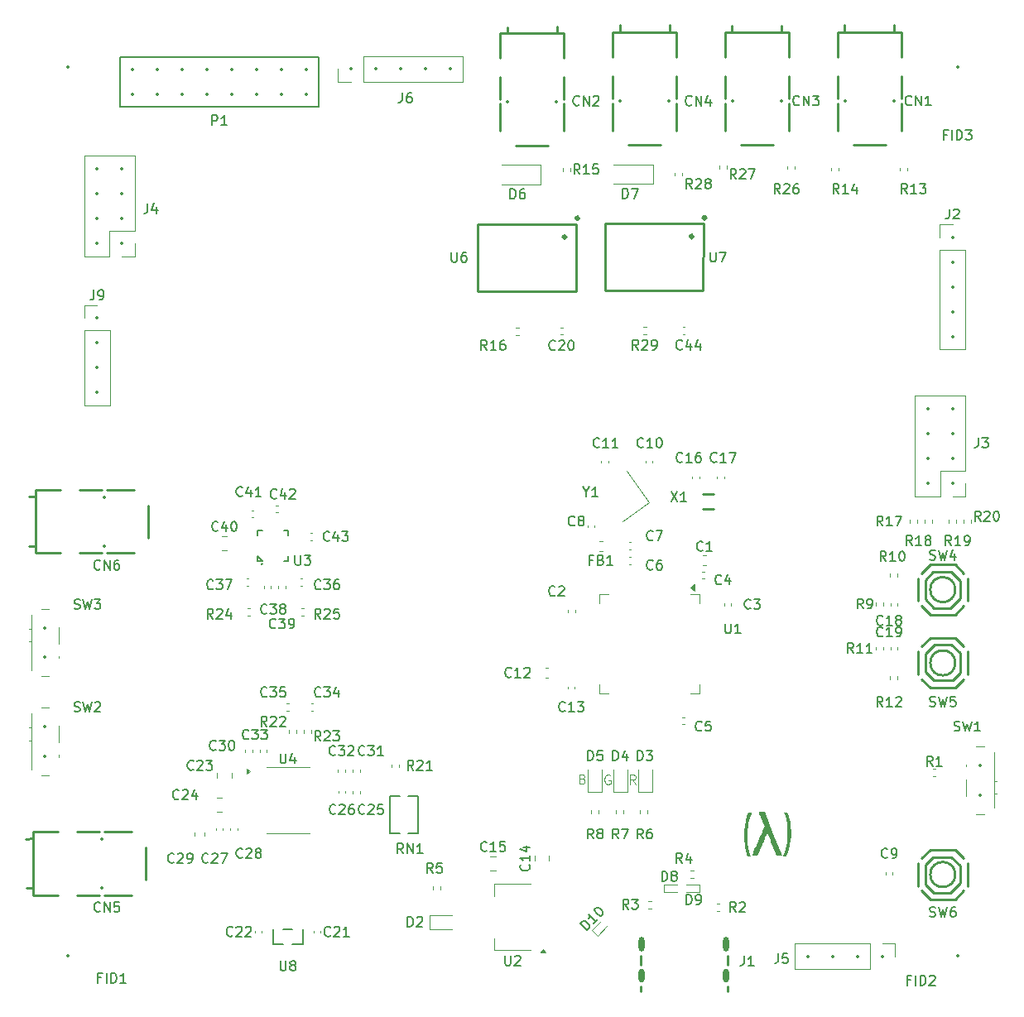
<source format=gto>
%TF.GenerationSoftware,KiCad,Pcbnew,8.0.5*%
%TF.CreationDate,2024-10-26T23:33:34-04:00*%
%TF.ProjectId,stm-midi-poc1,73746d2d-6d69-4646-992d-706f63312e6b,1*%
%TF.SameCoordinates,Original*%
%TF.FileFunction,Legend,Top*%
%TF.FilePolarity,Positive*%
%FSLAX46Y46*%
G04 Gerber Fmt 4.6, Leading zero omitted, Abs format (unit mm)*
G04 Created by KiCad (PCBNEW 8.0.5) date 2024-10-26 23:33:34*
%MOMM*%
%LPD*%
G01*
G04 APERTURE LIST*
%ADD10C,0.100000*%
%ADD11C,0.150000*%
%ADD12C,0.120000*%
%ADD13C,0.250000*%
%ADD14C,0.000000*%
%ADD15C,0.300000*%
%ADD16C,0.200000*%
%ADD17C,0.350000*%
%ADD18O,0.599999X1.500022*%
%ADD19O,0.599999X1.399997*%
G04 APERTURE END LIST*
D10*
X164137217Y-113848609D02*
X164280074Y-113896228D01*
X164280074Y-113896228D02*
X164327693Y-113943847D01*
X164327693Y-113943847D02*
X164375312Y-114039085D01*
X164375312Y-114039085D02*
X164375312Y-114181942D01*
X164375312Y-114181942D02*
X164327693Y-114277180D01*
X164327693Y-114277180D02*
X164280074Y-114324800D01*
X164280074Y-114324800D02*
X164184836Y-114372419D01*
X164184836Y-114372419D02*
X163803884Y-114372419D01*
X163803884Y-114372419D02*
X163803884Y-113372419D01*
X163803884Y-113372419D02*
X164137217Y-113372419D01*
X164137217Y-113372419D02*
X164232455Y-113420038D01*
X164232455Y-113420038D02*
X164280074Y-113467657D01*
X164280074Y-113467657D02*
X164327693Y-113562895D01*
X164327693Y-113562895D02*
X164327693Y-113658133D01*
X164327693Y-113658133D02*
X164280074Y-113753371D01*
X164280074Y-113753371D02*
X164232455Y-113800990D01*
X164232455Y-113800990D02*
X164137217Y-113848609D01*
X164137217Y-113848609D02*
X163803884Y-113848609D01*
X166963851Y-113456462D02*
X166868613Y-113408843D01*
X166868613Y-113408843D02*
X166725756Y-113408843D01*
X166725756Y-113408843D02*
X166582899Y-113456462D01*
X166582899Y-113456462D02*
X166487661Y-113551700D01*
X166487661Y-113551700D02*
X166440042Y-113646938D01*
X166440042Y-113646938D02*
X166392423Y-113837414D01*
X166392423Y-113837414D02*
X166392423Y-113980271D01*
X166392423Y-113980271D02*
X166440042Y-114170747D01*
X166440042Y-114170747D02*
X166487661Y-114265985D01*
X166487661Y-114265985D02*
X166582899Y-114361224D01*
X166582899Y-114361224D02*
X166725756Y-114408843D01*
X166725756Y-114408843D02*
X166820994Y-114408843D01*
X166820994Y-114408843D02*
X166963851Y-114361224D01*
X166963851Y-114361224D02*
X167011470Y-114313604D01*
X167011470Y-114313604D02*
X167011470Y-113980271D01*
X167011470Y-113980271D02*
X166820994Y-113980271D01*
X169568345Y-114408843D02*
X169235012Y-113932652D01*
X168996917Y-114408843D02*
X168996917Y-113408843D01*
X168996917Y-113408843D02*
X169377869Y-113408843D01*
X169377869Y-113408843D02*
X169473107Y-113456462D01*
X169473107Y-113456462D02*
X169520726Y-113504081D01*
X169520726Y-113504081D02*
X169568345Y-113599319D01*
X169568345Y-113599319D02*
X169568345Y-113742176D01*
X169568345Y-113742176D02*
X169520726Y-113837414D01*
X169520726Y-113837414D02*
X169473107Y-113885033D01*
X169473107Y-113885033D02*
X169377869Y-113932652D01*
X169377869Y-113932652D02*
X168996917Y-113932652D01*
D11*
X114166666Y-63824819D02*
X114166666Y-64539104D01*
X114166666Y-64539104D02*
X114119047Y-64681961D01*
X114119047Y-64681961D02*
X114023809Y-64777200D01*
X114023809Y-64777200D02*
X113880952Y-64824819D01*
X113880952Y-64824819D02*
X113785714Y-64824819D01*
X114690476Y-64824819D02*
X114880952Y-64824819D01*
X114880952Y-64824819D02*
X114976190Y-64777200D01*
X114976190Y-64777200D02*
X115023809Y-64729580D01*
X115023809Y-64729580D02*
X115119047Y-64586723D01*
X115119047Y-64586723D02*
X115166666Y-64396247D01*
X115166666Y-64396247D02*
X115166666Y-64015295D01*
X115166666Y-64015295D02*
X115119047Y-63920057D01*
X115119047Y-63920057D02*
X115071428Y-63872438D01*
X115071428Y-63872438D02*
X114976190Y-63824819D01*
X114976190Y-63824819D02*
X114785714Y-63824819D01*
X114785714Y-63824819D02*
X114690476Y-63872438D01*
X114690476Y-63872438D02*
X114642857Y-63920057D01*
X114642857Y-63920057D02*
X114595238Y-64015295D01*
X114595238Y-64015295D02*
X114595238Y-64253390D01*
X114595238Y-64253390D02*
X114642857Y-64348628D01*
X114642857Y-64348628D02*
X114690476Y-64396247D01*
X114690476Y-64396247D02*
X114785714Y-64443866D01*
X114785714Y-64443866D02*
X114976190Y-64443866D01*
X114976190Y-64443866D02*
X115071428Y-64396247D01*
X115071428Y-64396247D02*
X115119047Y-64348628D01*
X115119047Y-64348628D02*
X115166666Y-64253390D01*
X178738095Y-97954819D02*
X178738095Y-98764342D01*
X178738095Y-98764342D02*
X178785714Y-98859580D01*
X178785714Y-98859580D02*
X178833333Y-98907200D01*
X178833333Y-98907200D02*
X178928571Y-98954819D01*
X178928571Y-98954819D02*
X179119047Y-98954819D01*
X179119047Y-98954819D02*
X179214285Y-98907200D01*
X179214285Y-98907200D02*
X179261904Y-98859580D01*
X179261904Y-98859580D02*
X179309523Y-98764342D01*
X179309523Y-98764342D02*
X179309523Y-97954819D01*
X180309523Y-98954819D02*
X179738095Y-98954819D01*
X180023809Y-98954819D02*
X180023809Y-97954819D01*
X180023809Y-97954819D02*
X179928571Y-98097676D01*
X179928571Y-98097676D02*
X179833333Y-98192914D01*
X179833333Y-98192914D02*
X179738095Y-98240533D01*
X174357142Y-81359580D02*
X174309523Y-81407200D01*
X174309523Y-81407200D02*
X174166666Y-81454819D01*
X174166666Y-81454819D02*
X174071428Y-81454819D01*
X174071428Y-81454819D02*
X173928571Y-81407200D01*
X173928571Y-81407200D02*
X173833333Y-81311961D01*
X173833333Y-81311961D02*
X173785714Y-81216723D01*
X173785714Y-81216723D02*
X173738095Y-81026247D01*
X173738095Y-81026247D02*
X173738095Y-80883390D01*
X173738095Y-80883390D02*
X173785714Y-80692914D01*
X173785714Y-80692914D02*
X173833333Y-80597676D01*
X173833333Y-80597676D02*
X173928571Y-80502438D01*
X173928571Y-80502438D02*
X174071428Y-80454819D01*
X174071428Y-80454819D02*
X174166666Y-80454819D01*
X174166666Y-80454819D02*
X174309523Y-80502438D01*
X174309523Y-80502438D02*
X174357142Y-80550057D01*
X175309523Y-81454819D02*
X174738095Y-81454819D01*
X175023809Y-81454819D02*
X175023809Y-80454819D01*
X175023809Y-80454819D02*
X174928571Y-80597676D01*
X174928571Y-80597676D02*
X174833333Y-80692914D01*
X174833333Y-80692914D02*
X174738095Y-80740533D01*
X176166666Y-80454819D02*
X175976190Y-80454819D01*
X175976190Y-80454819D02*
X175880952Y-80502438D01*
X175880952Y-80502438D02*
X175833333Y-80550057D01*
X175833333Y-80550057D02*
X175738095Y-80692914D01*
X175738095Y-80692914D02*
X175690476Y-80883390D01*
X175690476Y-80883390D02*
X175690476Y-81264342D01*
X175690476Y-81264342D02*
X175738095Y-81359580D01*
X175738095Y-81359580D02*
X175785714Y-81407200D01*
X175785714Y-81407200D02*
X175880952Y-81454819D01*
X175880952Y-81454819D02*
X176071428Y-81454819D01*
X176071428Y-81454819D02*
X176166666Y-81407200D01*
X176166666Y-81407200D02*
X176214285Y-81359580D01*
X176214285Y-81359580D02*
X176261904Y-81264342D01*
X176261904Y-81264342D02*
X176261904Y-81026247D01*
X176261904Y-81026247D02*
X176214285Y-80931009D01*
X176214285Y-80931009D02*
X176166666Y-80883390D01*
X176166666Y-80883390D02*
X176071428Y-80835771D01*
X176071428Y-80835771D02*
X175880952Y-80835771D01*
X175880952Y-80835771D02*
X175785714Y-80883390D01*
X175785714Y-80883390D02*
X175738095Y-80931009D01*
X175738095Y-80931009D02*
X175690476Y-81026247D01*
X175309523Y-44859580D02*
X175261904Y-44907200D01*
X175261904Y-44907200D02*
X175119047Y-44954819D01*
X175119047Y-44954819D02*
X175023809Y-44954819D01*
X175023809Y-44954819D02*
X174880952Y-44907200D01*
X174880952Y-44907200D02*
X174785714Y-44811961D01*
X174785714Y-44811961D02*
X174738095Y-44716723D01*
X174738095Y-44716723D02*
X174690476Y-44526247D01*
X174690476Y-44526247D02*
X174690476Y-44383390D01*
X174690476Y-44383390D02*
X174738095Y-44192914D01*
X174738095Y-44192914D02*
X174785714Y-44097676D01*
X174785714Y-44097676D02*
X174880952Y-44002438D01*
X174880952Y-44002438D02*
X175023809Y-43954819D01*
X175023809Y-43954819D02*
X175119047Y-43954819D01*
X175119047Y-43954819D02*
X175261904Y-44002438D01*
X175261904Y-44002438D02*
X175309523Y-44050057D01*
X175738095Y-44954819D02*
X175738095Y-43954819D01*
X175738095Y-43954819D02*
X176309523Y-44954819D01*
X176309523Y-44954819D02*
X176309523Y-43954819D01*
X177214285Y-44288152D02*
X177214285Y-44954819D01*
X176976190Y-43907200D02*
X176738095Y-44621485D01*
X176738095Y-44621485D02*
X177357142Y-44621485D01*
X161333333Y-95029379D02*
X161285714Y-95076999D01*
X161285714Y-95076999D02*
X161142857Y-95124618D01*
X161142857Y-95124618D02*
X161047619Y-95124618D01*
X161047619Y-95124618D02*
X160904762Y-95076999D01*
X160904762Y-95076999D02*
X160809524Y-94981760D01*
X160809524Y-94981760D02*
X160761905Y-94886522D01*
X160761905Y-94886522D02*
X160714286Y-94696046D01*
X160714286Y-94696046D02*
X160714286Y-94553189D01*
X160714286Y-94553189D02*
X160761905Y-94362713D01*
X160761905Y-94362713D02*
X160809524Y-94267475D01*
X160809524Y-94267475D02*
X160904762Y-94172237D01*
X160904762Y-94172237D02*
X161047619Y-94124618D01*
X161047619Y-94124618D02*
X161142857Y-94124618D01*
X161142857Y-94124618D02*
X161285714Y-94172237D01*
X161285714Y-94172237D02*
X161333333Y-94219856D01*
X161714286Y-94219856D02*
X161761905Y-94172237D01*
X161761905Y-94172237D02*
X161857143Y-94124618D01*
X161857143Y-94124618D02*
X162095238Y-94124618D01*
X162095238Y-94124618D02*
X162190476Y-94172237D01*
X162190476Y-94172237D02*
X162238095Y-94219856D01*
X162238095Y-94219856D02*
X162285714Y-94315094D01*
X162285714Y-94315094D02*
X162285714Y-94410332D01*
X162285714Y-94410332D02*
X162238095Y-94553189D01*
X162238095Y-94553189D02*
X161666667Y-95124618D01*
X161666667Y-95124618D02*
X162285714Y-95124618D01*
X122357142Y-122359580D02*
X122309523Y-122407200D01*
X122309523Y-122407200D02*
X122166666Y-122454819D01*
X122166666Y-122454819D02*
X122071428Y-122454819D01*
X122071428Y-122454819D02*
X121928571Y-122407200D01*
X121928571Y-122407200D02*
X121833333Y-122311961D01*
X121833333Y-122311961D02*
X121785714Y-122216723D01*
X121785714Y-122216723D02*
X121738095Y-122026247D01*
X121738095Y-122026247D02*
X121738095Y-121883390D01*
X121738095Y-121883390D02*
X121785714Y-121692914D01*
X121785714Y-121692914D02*
X121833333Y-121597676D01*
X121833333Y-121597676D02*
X121928571Y-121502438D01*
X121928571Y-121502438D02*
X122071428Y-121454819D01*
X122071428Y-121454819D02*
X122166666Y-121454819D01*
X122166666Y-121454819D02*
X122309523Y-121502438D01*
X122309523Y-121502438D02*
X122357142Y-121550057D01*
X122738095Y-121550057D02*
X122785714Y-121502438D01*
X122785714Y-121502438D02*
X122880952Y-121454819D01*
X122880952Y-121454819D02*
X123119047Y-121454819D01*
X123119047Y-121454819D02*
X123214285Y-121502438D01*
X123214285Y-121502438D02*
X123261904Y-121550057D01*
X123261904Y-121550057D02*
X123309523Y-121645295D01*
X123309523Y-121645295D02*
X123309523Y-121740533D01*
X123309523Y-121740533D02*
X123261904Y-121883390D01*
X123261904Y-121883390D02*
X122690476Y-122454819D01*
X122690476Y-122454819D02*
X123309523Y-122454819D01*
X123785714Y-122454819D02*
X123976190Y-122454819D01*
X123976190Y-122454819D02*
X124071428Y-122407200D01*
X124071428Y-122407200D02*
X124119047Y-122359580D01*
X124119047Y-122359580D02*
X124214285Y-122216723D01*
X124214285Y-122216723D02*
X124261904Y-122026247D01*
X124261904Y-122026247D02*
X124261904Y-121645295D01*
X124261904Y-121645295D02*
X124214285Y-121550057D01*
X124214285Y-121550057D02*
X124166666Y-121502438D01*
X124166666Y-121502438D02*
X124071428Y-121454819D01*
X124071428Y-121454819D02*
X123880952Y-121454819D01*
X123880952Y-121454819D02*
X123785714Y-121502438D01*
X123785714Y-121502438D02*
X123738095Y-121550057D01*
X123738095Y-121550057D02*
X123690476Y-121645295D01*
X123690476Y-121645295D02*
X123690476Y-121883390D01*
X123690476Y-121883390D02*
X123738095Y-121978628D01*
X123738095Y-121978628D02*
X123785714Y-122026247D01*
X123785714Y-122026247D02*
X123880952Y-122073866D01*
X123880952Y-122073866D02*
X124071428Y-122073866D01*
X124071428Y-122073866D02*
X124166666Y-122026247D01*
X124166666Y-122026247D02*
X124214285Y-121978628D01*
X124214285Y-121978628D02*
X124261904Y-121883390D01*
X197357142Y-53954819D02*
X197023809Y-53478628D01*
X196785714Y-53954819D02*
X196785714Y-52954819D01*
X196785714Y-52954819D02*
X197166666Y-52954819D01*
X197166666Y-52954819D02*
X197261904Y-53002438D01*
X197261904Y-53002438D02*
X197309523Y-53050057D01*
X197309523Y-53050057D02*
X197357142Y-53145295D01*
X197357142Y-53145295D02*
X197357142Y-53288152D01*
X197357142Y-53288152D02*
X197309523Y-53383390D01*
X197309523Y-53383390D02*
X197261904Y-53431009D01*
X197261904Y-53431009D02*
X197166666Y-53478628D01*
X197166666Y-53478628D02*
X196785714Y-53478628D01*
X198309523Y-53954819D02*
X197738095Y-53954819D01*
X198023809Y-53954819D02*
X198023809Y-52954819D01*
X198023809Y-52954819D02*
X197928571Y-53097676D01*
X197928571Y-53097676D02*
X197833333Y-53192914D01*
X197833333Y-53192914D02*
X197738095Y-53240533D01*
X198642857Y-52954819D02*
X199261904Y-52954819D01*
X199261904Y-52954819D02*
X198928571Y-53335771D01*
X198928571Y-53335771D02*
X199071428Y-53335771D01*
X199071428Y-53335771D02*
X199166666Y-53383390D01*
X199166666Y-53383390D02*
X199214285Y-53431009D01*
X199214285Y-53431009D02*
X199261904Y-53526247D01*
X199261904Y-53526247D02*
X199261904Y-53764342D01*
X199261904Y-53764342D02*
X199214285Y-53859580D01*
X199214285Y-53859580D02*
X199166666Y-53907200D01*
X199166666Y-53907200D02*
X199071428Y-53954819D01*
X199071428Y-53954819D02*
X198785714Y-53954819D01*
X198785714Y-53954819D02*
X198690476Y-53907200D01*
X198690476Y-53907200D02*
X198642857Y-53859580D01*
X131857142Y-105359580D02*
X131809523Y-105407200D01*
X131809523Y-105407200D02*
X131666666Y-105454819D01*
X131666666Y-105454819D02*
X131571428Y-105454819D01*
X131571428Y-105454819D02*
X131428571Y-105407200D01*
X131428571Y-105407200D02*
X131333333Y-105311961D01*
X131333333Y-105311961D02*
X131285714Y-105216723D01*
X131285714Y-105216723D02*
X131238095Y-105026247D01*
X131238095Y-105026247D02*
X131238095Y-104883390D01*
X131238095Y-104883390D02*
X131285714Y-104692914D01*
X131285714Y-104692914D02*
X131333333Y-104597676D01*
X131333333Y-104597676D02*
X131428571Y-104502438D01*
X131428571Y-104502438D02*
X131571428Y-104454819D01*
X131571428Y-104454819D02*
X131666666Y-104454819D01*
X131666666Y-104454819D02*
X131809523Y-104502438D01*
X131809523Y-104502438D02*
X131857142Y-104550057D01*
X132190476Y-104454819D02*
X132809523Y-104454819D01*
X132809523Y-104454819D02*
X132476190Y-104835771D01*
X132476190Y-104835771D02*
X132619047Y-104835771D01*
X132619047Y-104835771D02*
X132714285Y-104883390D01*
X132714285Y-104883390D02*
X132761904Y-104931009D01*
X132761904Y-104931009D02*
X132809523Y-105026247D01*
X132809523Y-105026247D02*
X132809523Y-105264342D01*
X132809523Y-105264342D02*
X132761904Y-105359580D01*
X132761904Y-105359580D02*
X132714285Y-105407200D01*
X132714285Y-105407200D02*
X132619047Y-105454819D01*
X132619047Y-105454819D02*
X132333333Y-105454819D01*
X132333333Y-105454819D02*
X132238095Y-105407200D01*
X132238095Y-105407200D02*
X132190476Y-105359580D01*
X133714285Y-104454819D02*
X133238095Y-104454819D01*
X133238095Y-104454819D02*
X133190476Y-104931009D01*
X133190476Y-104931009D02*
X133238095Y-104883390D01*
X133238095Y-104883390D02*
X133333333Y-104835771D01*
X133333333Y-104835771D02*
X133571428Y-104835771D01*
X133571428Y-104835771D02*
X133666666Y-104883390D01*
X133666666Y-104883390D02*
X133714285Y-104931009D01*
X133714285Y-104931009D02*
X133761904Y-105026247D01*
X133761904Y-105026247D02*
X133761904Y-105264342D01*
X133761904Y-105264342D02*
X133714285Y-105359580D01*
X133714285Y-105359580D02*
X133666666Y-105407200D01*
X133666666Y-105407200D02*
X133571428Y-105454819D01*
X133571428Y-105454819D02*
X133333333Y-105454819D01*
X133333333Y-105454819D02*
X133238095Y-105407200D01*
X133238095Y-105407200D02*
X133190476Y-105359580D01*
X199657848Y-106385676D02*
X199800705Y-106433295D01*
X199800705Y-106433295D02*
X200038800Y-106433295D01*
X200038800Y-106433295D02*
X200134038Y-106385676D01*
X200134038Y-106385676D02*
X200181657Y-106338056D01*
X200181657Y-106338056D02*
X200229276Y-106242818D01*
X200229276Y-106242818D02*
X200229276Y-106147580D01*
X200229276Y-106147580D02*
X200181657Y-106052342D01*
X200181657Y-106052342D02*
X200134038Y-106004723D01*
X200134038Y-106004723D02*
X200038800Y-105957104D01*
X200038800Y-105957104D02*
X199848324Y-105909485D01*
X199848324Y-105909485D02*
X199753086Y-105861866D01*
X199753086Y-105861866D02*
X199705467Y-105814247D01*
X199705467Y-105814247D02*
X199657848Y-105719009D01*
X199657848Y-105719009D02*
X199657848Y-105623771D01*
X199657848Y-105623771D02*
X199705467Y-105528533D01*
X199705467Y-105528533D02*
X199753086Y-105480914D01*
X199753086Y-105480914D02*
X199848324Y-105433295D01*
X199848324Y-105433295D02*
X200086419Y-105433295D01*
X200086419Y-105433295D02*
X200229276Y-105480914D01*
X200562610Y-105433295D02*
X200800705Y-106433295D01*
X200800705Y-106433295D02*
X200991181Y-105719009D01*
X200991181Y-105719009D02*
X201181657Y-106433295D01*
X201181657Y-106433295D02*
X201419753Y-105433295D01*
X202276895Y-105433295D02*
X201800705Y-105433295D01*
X201800705Y-105433295D02*
X201753086Y-105909485D01*
X201753086Y-105909485D02*
X201800705Y-105861866D01*
X201800705Y-105861866D02*
X201895943Y-105814247D01*
X201895943Y-105814247D02*
X202134038Y-105814247D01*
X202134038Y-105814247D02*
X202229276Y-105861866D01*
X202229276Y-105861866D02*
X202276895Y-105909485D01*
X202276895Y-105909485D02*
X202324514Y-106004723D01*
X202324514Y-106004723D02*
X202324514Y-106242818D01*
X202324514Y-106242818D02*
X202276895Y-106338056D01*
X202276895Y-106338056D02*
X202229276Y-106385676D01*
X202229276Y-106385676D02*
X202134038Y-106433295D01*
X202134038Y-106433295D02*
X201895943Y-106433295D01*
X201895943Y-106433295D02*
X201800705Y-106385676D01*
X201800705Y-106385676D02*
X201753086Y-106338056D01*
X201666666Y-55544819D02*
X201666666Y-56259104D01*
X201666666Y-56259104D02*
X201619047Y-56401961D01*
X201619047Y-56401961D02*
X201523809Y-56497200D01*
X201523809Y-56497200D02*
X201380952Y-56544819D01*
X201380952Y-56544819D02*
X201285714Y-56544819D01*
X202095238Y-55640057D02*
X202142857Y-55592438D01*
X202142857Y-55592438D02*
X202238095Y-55544819D01*
X202238095Y-55544819D02*
X202476190Y-55544819D01*
X202476190Y-55544819D02*
X202571428Y-55592438D01*
X202571428Y-55592438D02*
X202619047Y-55640057D01*
X202619047Y-55640057D02*
X202666666Y-55735295D01*
X202666666Y-55735295D02*
X202666666Y-55830533D01*
X202666666Y-55830533D02*
X202619047Y-55973390D01*
X202619047Y-55973390D02*
X202047619Y-56544819D01*
X202047619Y-56544819D02*
X202666666Y-56544819D01*
X174348323Y-69838056D02*
X174300704Y-69885676D01*
X174300704Y-69885676D02*
X174157847Y-69933295D01*
X174157847Y-69933295D02*
X174062609Y-69933295D01*
X174062609Y-69933295D02*
X173919752Y-69885676D01*
X173919752Y-69885676D02*
X173824514Y-69790437D01*
X173824514Y-69790437D02*
X173776895Y-69695199D01*
X173776895Y-69695199D02*
X173729276Y-69504723D01*
X173729276Y-69504723D02*
X173729276Y-69361866D01*
X173729276Y-69361866D02*
X173776895Y-69171390D01*
X173776895Y-69171390D02*
X173824514Y-69076152D01*
X173824514Y-69076152D02*
X173919752Y-68980914D01*
X173919752Y-68980914D02*
X174062609Y-68933295D01*
X174062609Y-68933295D02*
X174157847Y-68933295D01*
X174157847Y-68933295D02*
X174300704Y-68980914D01*
X174300704Y-68980914D02*
X174348323Y-69028533D01*
X175205466Y-69266628D02*
X175205466Y-69933295D01*
X174967371Y-68885676D02*
X174729276Y-69599961D01*
X174729276Y-69599961D02*
X175348323Y-69599961D01*
X176157847Y-69266628D02*
X176157847Y-69933295D01*
X175919752Y-68885676D02*
X175681657Y-69599961D01*
X175681657Y-69599961D02*
X176300704Y-69599961D01*
X133238095Y-111254819D02*
X133238095Y-112064342D01*
X133238095Y-112064342D02*
X133285714Y-112159580D01*
X133285714Y-112159580D02*
X133333333Y-112207200D01*
X133333333Y-112207200D02*
X133428571Y-112254819D01*
X133428571Y-112254819D02*
X133619047Y-112254819D01*
X133619047Y-112254819D02*
X133714285Y-112207200D01*
X133714285Y-112207200D02*
X133761904Y-112159580D01*
X133761904Y-112159580D02*
X133809523Y-112064342D01*
X133809523Y-112064342D02*
X133809523Y-111254819D01*
X134714285Y-111588152D02*
X134714285Y-112254819D01*
X134476190Y-111207200D02*
X134238095Y-111921485D01*
X134238095Y-111921485D02*
X134857142Y-111921485D01*
X204857142Y-87454819D02*
X204523809Y-86978628D01*
X204285714Y-87454819D02*
X204285714Y-86454819D01*
X204285714Y-86454819D02*
X204666666Y-86454819D01*
X204666666Y-86454819D02*
X204761904Y-86502438D01*
X204761904Y-86502438D02*
X204809523Y-86550057D01*
X204809523Y-86550057D02*
X204857142Y-86645295D01*
X204857142Y-86645295D02*
X204857142Y-86788152D01*
X204857142Y-86788152D02*
X204809523Y-86883390D01*
X204809523Y-86883390D02*
X204761904Y-86931009D01*
X204761904Y-86931009D02*
X204666666Y-86978628D01*
X204666666Y-86978628D02*
X204285714Y-86978628D01*
X205238095Y-86550057D02*
X205285714Y-86502438D01*
X205285714Y-86502438D02*
X205380952Y-86454819D01*
X205380952Y-86454819D02*
X205619047Y-86454819D01*
X205619047Y-86454819D02*
X205714285Y-86502438D01*
X205714285Y-86502438D02*
X205761904Y-86550057D01*
X205761904Y-86550057D02*
X205809523Y-86645295D01*
X205809523Y-86645295D02*
X205809523Y-86740533D01*
X205809523Y-86740533D02*
X205761904Y-86883390D01*
X205761904Y-86883390D02*
X205190476Y-87454819D01*
X205190476Y-87454819D02*
X205809523Y-87454819D01*
X206428571Y-86454819D02*
X206523809Y-86454819D01*
X206523809Y-86454819D02*
X206619047Y-86502438D01*
X206619047Y-86502438D02*
X206666666Y-86550057D01*
X206666666Y-86550057D02*
X206714285Y-86645295D01*
X206714285Y-86645295D02*
X206761904Y-86835771D01*
X206761904Y-86835771D02*
X206761904Y-87073866D01*
X206761904Y-87073866D02*
X206714285Y-87264342D01*
X206714285Y-87264342D02*
X206666666Y-87359580D01*
X206666666Y-87359580D02*
X206619047Y-87407200D01*
X206619047Y-87407200D02*
X206523809Y-87454819D01*
X206523809Y-87454819D02*
X206428571Y-87454819D01*
X206428571Y-87454819D02*
X206333333Y-87407200D01*
X206333333Y-87407200D02*
X206285714Y-87359580D01*
X206285714Y-87359580D02*
X206238095Y-87264342D01*
X206238095Y-87264342D02*
X206190476Y-87073866D01*
X206190476Y-87073866D02*
X206190476Y-86835771D01*
X206190476Y-86835771D02*
X206238095Y-86645295D01*
X206238095Y-86645295D02*
X206285714Y-86550057D01*
X206285714Y-86550057D02*
X206333333Y-86502438D01*
X206333333Y-86502438D02*
X206428571Y-86454819D01*
X133238095Y-132454819D02*
X133238095Y-133264342D01*
X133238095Y-133264342D02*
X133285714Y-133359580D01*
X133285714Y-133359580D02*
X133333333Y-133407200D01*
X133333333Y-133407200D02*
X133428571Y-133454819D01*
X133428571Y-133454819D02*
X133619047Y-133454819D01*
X133619047Y-133454819D02*
X133714285Y-133407200D01*
X133714285Y-133407200D02*
X133761904Y-133359580D01*
X133761904Y-133359580D02*
X133809523Y-133264342D01*
X133809523Y-133264342D02*
X133809523Y-132454819D01*
X134428571Y-132883390D02*
X134333333Y-132835771D01*
X134333333Y-132835771D02*
X134285714Y-132788152D01*
X134285714Y-132788152D02*
X134238095Y-132692914D01*
X134238095Y-132692914D02*
X134238095Y-132645295D01*
X134238095Y-132645295D02*
X134285714Y-132550057D01*
X134285714Y-132550057D02*
X134333333Y-132502438D01*
X134333333Y-132502438D02*
X134428571Y-132454819D01*
X134428571Y-132454819D02*
X134619047Y-132454819D01*
X134619047Y-132454819D02*
X134714285Y-132502438D01*
X134714285Y-132502438D02*
X134761904Y-132550057D01*
X134761904Y-132550057D02*
X134809523Y-132645295D01*
X134809523Y-132645295D02*
X134809523Y-132692914D01*
X134809523Y-132692914D02*
X134761904Y-132788152D01*
X134761904Y-132788152D02*
X134714285Y-132835771D01*
X134714285Y-132835771D02*
X134619047Y-132883390D01*
X134619047Y-132883390D02*
X134428571Y-132883390D01*
X134428571Y-132883390D02*
X134333333Y-132931009D01*
X134333333Y-132931009D02*
X134285714Y-132978628D01*
X134285714Y-132978628D02*
X134238095Y-133073866D01*
X134238095Y-133073866D02*
X134238095Y-133264342D01*
X134238095Y-133264342D02*
X134285714Y-133359580D01*
X134285714Y-133359580D02*
X134333333Y-133407200D01*
X134333333Y-133407200D02*
X134428571Y-133454819D01*
X134428571Y-133454819D02*
X134619047Y-133454819D01*
X134619047Y-133454819D02*
X134714285Y-133407200D01*
X134714285Y-133407200D02*
X134761904Y-133359580D01*
X134761904Y-133359580D02*
X134809523Y-133264342D01*
X134809523Y-133264342D02*
X134809523Y-133073866D01*
X134809523Y-133073866D02*
X134761904Y-132978628D01*
X134761904Y-132978628D02*
X134714285Y-132931009D01*
X134714285Y-132931009D02*
X134619047Y-132883390D01*
X137357142Y-105359580D02*
X137309523Y-105407200D01*
X137309523Y-105407200D02*
X137166666Y-105454819D01*
X137166666Y-105454819D02*
X137071428Y-105454819D01*
X137071428Y-105454819D02*
X136928571Y-105407200D01*
X136928571Y-105407200D02*
X136833333Y-105311961D01*
X136833333Y-105311961D02*
X136785714Y-105216723D01*
X136785714Y-105216723D02*
X136738095Y-105026247D01*
X136738095Y-105026247D02*
X136738095Y-104883390D01*
X136738095Y-104883390D02*
X136785714Y-104692914D01*
X136785714Y-104692914D02*
X136833333Y-104597676D01*
X136833333Y-104597676D02*
X136928571Y-104502438D01*
X136928571Y-104502438D02*
X137071428Y-104454819D01*
X137071428Y-104454819D02*
X137166666Y-104454819D01*
X137166666Y-104454819D02*
X137309523Y-104502438D01*
X137309523Y-104502438D02*
X137357142Y-104550057D01*
X137690476Y-104454819D02*
X138309523Y-104454819D01*
X138309523Y-104454819D02*
X137976190Y-104835771D01*
X137976190Y-104835771D02*
X138119047Y-104835771D01*
X138119047Y-104835771D02*
X138214285Y-104883390D01*
X138214285Y-104883390D02*
X138261904Y-104931009D01*
X138261904Y-104931009D02*
X138309523Y-105026247D01*
X138309523Y-105026247D02*
X138309523Y-105264342D01*
X138309523Y-105264342D02*
X138261904Y-105359580D01*
X138261904Y-105359580D02*
X138214285Y-105407200D01*
X138214285Y-105407200D02*
X138119047Y-105454819D01*
X138119047Y-105454819D02*
X137833333Y-105454819D01*
X137833333Y-105454819D02*
X137738095Y-105407200D01*
X137738095Y-105407200D02*
X137690476Y-105359580D01*
X139166666Y-104788152D02*
X139166666Y-105454819D01*
X138928571Y-104407200D02*
X138690476Y-105121485D01*
X138690476Y-105121485D02*
X139309523Y-105121485D01*
X171333333Y-92359580D02*
X171285714Y-92407200D01*
X171285714Y-92407200D02*
X171142857Y-92454819D01*
X171142857Y-92454819D02*
X171047619Y-92454819D01*
X171047619Y-92454819D02*
X170904762Y-92407200D01*
X170904762Y-92407200D02*
X170809524Y-92311961D01*
X170809524Y-92311961D02*
X170761905Y-92216723D01*
X170761905Y-92216723D02*
X170714286Y-92026247D01*
X170714286Y-92026247D02*
X170714286Y-91883390D01*
X170714286Y-91883390D02*
X170761905Y-91692914D01*
X170761905Y-91692914D02*
X170809524Y-91597676D01*
X170809524Y-91597676D02*
X170904762Y-91502438D01*
X170904762Y-91502438D02*
X171047619Y-91454819D01*
X171047619Y-91454819D02*
X171142857Y-91454819D01*
X171142857Y-91454819D02*
X171285714Y-91502438D01*
X171285714Y-91502438D02*
X171333333Y-91550057D01*
X172190476Y-91454819D02*
X172000000Y-91454819D01*
X172000000Y-91454819D02*
X171904762Y-91502438D01*
X171904762Y-91502438D02*
X171857143Y-91550057D01*
X171857143Y-91550057D02*
X171761905Y-91692914D01*
X171761905Y-91692914D02*
X171714286Y-91883390D01*
X171714286Y-91883390D02*
X171714286Y-92264342D01*
X171714286Y-92264342D02*
X171761905Y-92359580D01*
X171761905Y-92359580D02*
X171809524Y-92407200D01*
X171809524Y-92407200D02*
X171904762Y-92454819D01*
X171904762Y-92454819D02*
X172095238Y-92454819D01*
X172095238Y-92454819D02*
X172190476Y-92407200D01*
X172190476Y-92407200D02*
X172238095Y-92359580D01*
X172238095Y-92359580D02*
X172285714Y-92264342D01*
X172285714Y-92264342D02*
X172285714Y-92026247D01*
X172285714Y-92026247D02*
X172238095Y-91931009D01*
X172238095Y-91931009D02*
X172190476Y-91883390D01*
X172190476Y-91883390D02*
X172095238Y-91835771D01*
X172095238Y-91835771D02*
X171904762Y-91835771D01*
X171904762Y-91835771D02*
X171809524Y-91883390D01*
X171809524Y-91883390D02*
X171761905Y-91931009D01*
X171761905Y-91931009D02*
X171714286Y-92026247D01*
X171333333Y-89359580D02*
X171285714Y-89407200D01*
X171285714Y-89407200D02*
X171142857Y-89454819D01*
X171142857Y-89454819D02*
X171047619Y-89454819D01*
X171047619Y-89454819D02*
X170904762Y-89407200D01*
X170904762Y-89407200D02*
X170809524Y-89311961D01*
X170809524Y-89311961D02*
X170761905Y-89216723D01*
X170761905Y-89216723D02*
X170714286Y-89026247D01*
X170714286Y-89026247D02*
X170714286Y-88883390D01*
X170714286Y-88883390D02*
X170761905Y-88692914D01*
X170761905Y-88692914D02*
X170809524Y-88597676D01*
X170809524Y-88597676D02*
X170904762Y-88502438D01*
X170904762Y-88502438D02*
X171047619Y-88454819D01*
X171047619Y-88454819D02*
X171142857Y-88454819D01*
X171142857Y-88454819D02*
X171285714Y-88502438D01*
X171285714Y-88502438D02*
X171333333Y-88550057D01*
X171666667Y-88454819D02*
X172333333Y-88454819D01*
X172333333Y-88454819D02*
X171904762Y-89454819D01*
X138883687Y-117359580D02*
X138836068Y-117407200D01*
X138836068Y-117407200D02*
X138693211Y-117454819D01*
X138693211Y-117454819D02*
X138597973Y-117454819D01*
X138597973Y-117454819D02*
X138455116Y-117407200D01*
X138455116Y-117407200D02*
X138359878Y-117311961D01*
X138359878Y-117311961D02*
X138312259Y-117216723D01*
X138312259Y-117216723D02*
X138264640Y-117026247D01*
X138264640Y-117026247D02*
X138264640Y-116883390D01*
X138264640Y-116883390D02*
X138312259Y-116692914D01*
X138312259Y-116692914D02*
X138359878Y-116597676D01*
X138359878Y-116597676D02*
X138455116Y-116502438D01*
X138455116Y-116502438D02*
X138597973Y-116454819D01*
X138597973Y-116454819D02*
X138693211Y-116454819D01*
X138693211Y-116454819D02*
X138836068Y-116502438D01*
X138836068Y-116502438D02*
X138883687Y-116550057D01*
X139264640Y-116550057D02*
X139312259Y-116502438D01*
X139312259Y-116502438D02*
X139407497Y-116454819D01*
X139407497Y-116454819D02*
X139645592Y-116454819D01*
X139645592Y-116454819D02*
X139740830Y-116502438D01*
X139740830Y-116502438D02*
X139788449Y-116550057D01*
X139788449Y-116550057D02*
X139836068Y-116645295D01*
X139836068Y-116645295D02*
X139836068Y-116740533D01*
X139836068Y-116740533D02*
X139788449Y-116883390D01*
X139788449Y-116883390D02*
X139217021Y-117454819D01*
X139217021Y-117454819D02*
X139836068Y-117454819D01*
X140693211Y-116454819D02*
X140502735Y-116454819D01*
X140502735Y-116454819D02*
X140407497Y-116502438D01*
X140407497Y-116502438D02*
X140359878Y-116550057D01*
X140359878Y-116550057D02*
X140264640Y-116692914D01*
X140264640Y-116692914D02*
X140217021Y-116883390D01*
X140217021Y-116883390D02*
X140217021Y-117264342D01*
X140217021Y-117264342D02*
X140264640Y-117359580D01*
X140264640Y-117359580D02*
X140312259Y-117407200D01*
X140312259Y-117407200D02*
X140407497Y-117454819D01*
X140407497Y-117454819D02*
X140597973Y-117454819D01*
X140597973Y-117454819D02*
X140693211Y-117407200D01*
X140693211Y-117407200D02*
X140740830Y-117359580D01*
X140740830Y-117359580D02*
X140788449Y-117264342D01*
X140788449Y-117264342D02*
X140788449Y-117026247D01*
X140788449Y-117026247D02*
X140740830Y-116931009D01*
X140740830Y-116931009D02*
X140693211Y-116883390D01*
X140693211Y-116883390D02*
X140597973Y-116835771D01*
X140597973Y-116835771D02*
X140407497Y-116835771D01*
X140407497Y-116835771D02*
X140312259Y-116883390D01*
X140312259Y-116883390D02*
X140264640Y-116931009D01*
X140264640Y-116931009D02*
X140217021Y-117026247D01*
X172261905Y-124294108D02*
X172261905Y-123294108D01*
X172261905Y-123294108D02*
X172500000Y-123294108D01*
X172500000Y-123294108D02*
X172642857Y-123341727D01*
X172642857Y-123341727D02*
X172738095Y-123436965D01*
X172738095Y-123436965D02*
X172785714Y-123532203D01*
X172785714Y-123532203D02*
X172833333Y-123722679D01*
X172833333Y-123722679D02*
X172833333Y-123865536D01*
X172833333Y-123865536D02*
X172785714Y-124056012D01*
X172785714Y-124056012D02*
X172738095Y-124151250D01*
X172738095Y-124151250D02*
X172642857Y-124246489D01*
X172642857Y-124246489D02*
X172500000Y-124294108D01*
X172500000Y-124294108D02*
X172261905Y-124294108D01*
X173404762Y-123722679D02*
X173309524Y-123675060D01*
X173309524Y-123675060D02*
X173261905Y-123627441D01*
X173261905Y-123627441D02*
X173214286Y-123532203D01*
X173214286Y-123532203D02*
X173214286Y-123484584D01*
X173214286Y-123484584D02*
X173261905Y-123389346D01*
X173261905Y-123389346D02*
X173309524Y-123341727D01*
X173309524Y-123341727D02*
X173404762Y-123294108D01*
X173404762Y-123294108D02*
X173595238Y-123294108D01*
X173595238Y-123294108D02*
X173690476Y-123341727D01*
X173690476Y-123341727D02*
X173738095Y-123389346D01*
X173738095Y-123389346D02*
X173785714Y-123484584D01*
X173785714Y-123484584D02*
X173785714Y-123532203D01*
X173785714Y-123532203D02*
X173738095Y-123627441D01*
X173738095Y-123627441D02*
X173690476Y-123675060D01*
X173690476Y-123675060D02*
X173595238Y-123722679D01*
X173595238Y-123722679D02*
X173404762Y-123722679D01*
X173404762Y-123722679D02*
X173309524Y-123770298D01*
X173309524Y-123770298D02*
X173261905Y-123817917D01*
X173261905Y-123817917D02*
X173214286Y-123913155D01*
X173214286Y-123913155D02*
X173214286Y-124103631D01*
X173214286Y-124103631D02*
X173261905Y-124198869D01*
X173261905Y-124198869D02*
X173309524Y-124246489D01*
X173309524Y-124246489D02*
X173404762Y-124294108D01*
X173404762Y-124294108D02*
X173595238Y-124294108D01*
X173595238Y-124294108D02*
X173690476Y-124246489D01*
X173690476Y-124246489D02*
X173738095Y-124198869D01*
X173738095Y-124198869D02*
X173785714Y-124103631D01*
X173785714Y-124103631D02*
X173785714Y-123913155D01*
X173785714Y-123913155D02*
X173738095Y-123817917D01*
X173738095Y-123817917D02*
X173690476Y-123770298D01*
X173690476Y-123770298D02*
X173595238Y-123722679D01*
X154348323Y-121158056D02*
X154300704Y-121205676D01*
X154300704Y-121205676D02*
X154157847Y-121253295D01*
X154157847Y-121253295D02*
X154062609Y-121253295D01*
X154062609Y-121253295D02*
X153919752Y-121205676D01*
X153919752Y-121205676D02*
X153824514Y-121110437D01*
X153824514Y-121110437D02*
X153776895Y-121015199D01*
X153776895Y-121015199D02*
X153729276Y-120824723D01*
X153729276Y-120824723D02*
X153729276Y-120681866D01*
X153729276Y-120681866D02*
X153776895Y-120491390D01*
X153776895Y-120491390D02*
X153824514Y-120396152D01*
X153824514Y-120396152D02*
X153919752Y-120300914D01*
X153919752Y-120300914D02*
X154062609Y-120253295D01*
X154062609Y-120253295D02*
X154157847Y-120253295D01*
X154157847Y-120253295D02*
X154300704Y-120300914D01*
X154300704Y-120300914D02*
X154348323Y-120348533D01*
X155300704Y-121253295D02*
X154729276Y-121253295D01*
X155014990Y-121253295D02*
X155014990Y-120253295D01*
X155014990Y-120253295D02*
X154919752Y-120396152D01*
X154919752Y-120396152D02*
X154824514Y-120491390D01*
X154824514Y-120491390D02*
X154729276Y-120539009D01*
X156205466Y-120253295D02*
X155729276Y-120253295D01*
X155729276Y-120253295D02*
X155681657Y-120729485D01*
X155681657Y-120729485D02*
X155729276Y-120681866D01*
X155729276Y-120681866D02*
X155824514Y-120634247D01*
X155824514Y-120634247D02*
X156062609Y-120634247D01*
X156062609Y-120634247D02*
X156157847Y-120681866D01*
X156157847Y-120681866D02*
X156205466Y-120729485D01*
X156205466Y-120729485D02*
X156253085Y-120824723D01*
X156253085Y-120824723D02*
X156253085Y-121062818D01*
X156253085Y-121062818D02*
X156205466Y-121158056D01*
X156205466Y-121158056D02*
X156157847Y-121205676D01*
X156157847Y-121205676D02*
X156062609Y-121253295D01*
X156062609Y-121253295D02*
X155824514Y-121253295D01*
X155824514Y-121253295D02*
X155729276Y-121205676D01*
X155729276Y-121205676D02*
X155681657Y-121158056D01*
X195333333Y-121859580D02*
X195285714Y-121907200D01*
X195285714Y-121907200D02*
X195142857Y-121954819D01*
X195142857Y-121954819D02*
X195047619Y-121954819D01*
X195047619Y-121954819D02*
X194904762Y-121907200D01*
X194904762Y-121907200D02*
X194809524Y-121811961D01*
X194809524Y-121811961D02*
X194761905Y-121716723D01*
X194761905Y-121716723D02*
X194714286Y-121526247D01*
X194714286Y-121526247D02*
X194714286Y-121383390D01*
X194714286Y-121383390D02*
X194761905Y-121192914D01*
X194761905Y-121192914D02*
X194809524Y-121097676D01*
X194809524Y-121097676D02*
X194904762Y-121002438D01*
X194904762Y-121002438D02*
X195047619Y-120954819D01*
X195047619Y-120954819D02*
X195142857Y-120954819D01*
X195142857Y-120954819D02*
X195285714Y-121002438D01*
X195285714Y-121002438D02*
X195333333Y-121050057D01*
X195809524Y-121954819D02*
X196000000Y-121954819D01*
X196000000Y-121954819D02*
X196095238Y-121907200D01*
X196095238Y-121907200D02*
X196142857Y-121859580D01*
X196142857Y-121859580D02*
X196238095Y-121716723D01*
X196238095Y-121716723D02*
X196285714Y-121526247D01*
X196285714Y-121526247D02*
X196285714Y-121145295D01*
X196285714Y-121145295D02*
X196238095Y-121050057D01*
X196238095Y-121050057D02*
X196190476Y-121002438D01*
X196190476Y-121002438D02*
X196095238Y-120954819D01*
X196095238Y-120954819D02*
X195904762Y-120954819D01*
X195904762Y-120954819D02*
X195809524Y-121002438D01*
X195809524Y-121002438D02*
X195761905Y-121050057D01*
X195761905Y-121050057D02*
X195714286Y-121145295D01*
X195714286Y-121145295D02*
X195714286Y-121383390D01*
X195714286Y-121383390D02*
X195761905Y-121478628D01*
X195761905Y-121478628D02*
X195809524Y-121526247D01*
X195809524Y-121526247D02*
X195904762Y-121573866D01*
X195904762Y-121573866D02*
X196095238Y-121573866D01*
X196095238Y-121573866D02*
X196190476Y-121526247D01*
X196190476Y-121526247D02*
X196238095Y-121478628D01*
X196238095Y-121478628D02*
X196285714Y-121383390D01*
X129357142Y-84859580D02*
X129309523Y-84907200D01*
X129309523Y-84907200D02*
X129166666Y-84954819D01*
X129166666Y-84954819D02*
X129071428Y-84954819D01*
X129071428Y-84954819D02*
X128928571Y-84907200D01*
X128928571Y-84907200D02*
X128833333Y-84811961D01*
X128833333Y-84811961D02*
X128785714Y-84716723D01*
X128785714Y-84716723D02*
X128738095Y-84526247D01*
X128738095Y-84526247D02*
X128738095Y-84383390D01*
X128738095Y-84383390D02*
X128785714Y-84192914D01*
X128785714Y-84192914D02*
X128833333Y-84097676D01*
X128833333Y-84097676D02*
X128928571Y-84002438D01*
X128928571Y-84002438D02*
X129071428Y-83954819D01*
X129071428Y-83954819D02*
X129166666Y-83954819D01*
X129166666Y-83954819D02*
X129309523Y-84002438D01*
X129309523Y-84002438D02*
X129357142Y-84050057D01*
X130214285Y-84288152D02*
X130214285Y-84954819D01*
X129976190Y-83907200D02*
X129738095Y-84621485D01*
X129738095Y-84621485D02*
X130357142Y-84621485D01*
X131261904Y-84954819D02*
X130690476Y-84954819D01*
X130976190Y-84954819D02*
X130976190Y-83954819D01*
X130976190Y-83954819D02*
X130880952Y-84097676D01*
X130880952Y-84097676D02*
X130785714Y-84192914D01*
X130785714Y-84192914D02*
X130690476Y-84240533D01*
X169761905Y-111954819D02*
X169761905Y-110954819D01*
X169761905Y-110954819D02*
X170000000Y-110954819D01*
X170000000Y-110954819D02*
X170142857Y-111002438D01*
X170142857Y-111002438D02*
X170238095Y-111097676D01*
X170238095Y-111097676D02*
X170285714Y-111192914D01*
X170285714Y-111192914D02*
X170333333Y-111383390D01*
X170333333Y-111383390D02*
X170333333Y-111526247D01*
X170333333Y-111526247D02*
X170285714Y-111716723D01*
X170285714Y-111716723D02*
X170238095Y-111811961D01*
X170238095Y-111811961D02*
X170142857Y-111907200D01*
X170142857Y-111907200D02*
X170000000Y-111954819D01*
X170000000Y-111954819D02*
X169761905Y-111954819D01*
X170666667Y-110954819D02*
X171285714Y-110954819D01*
X171285714Y-110954819D02*
X170952381Y-111335771D01*
X170952381Y-111335771D02*
X171095238Y-111335771D01*
X171095238Y-111335771D02*
X171190476Y-111383390D01*
X171190476Y-111383390D02*
X171238095Y-111431009D01*
X171238095Y-111431009D02*
X171285714Y-111526247D01*
X171285714Y-111526247D02*
X171285714Y-111764342D01*
X171285714Y-111764342D02*
X171238095Y-111859580D01*
X171238095Y-111859580D02*
X171190476Y-111907200D01*
X171190476Y-111907200D02*
X171095238Y-111954819D01*
X171095238Y-111954819D02*
X170809524Y-111954819D01*
X170809524Y-111954819D02*
X170714286Y-111907200D01*
X170714286Y-111907200D02*
X170666667Y-111859580D01*
X131857142Y-108454819D02*
X131523809Y-107978628D01*
X131285714Y-108454819D02*
X131285714Y-107454819D01*
X131285714Y-107454819D02*
X131666666Y-107454819D01*
X131666666Y-107454819D02*
X131761904Y-107502438D01*
X131761904Y-107502438D02*
X131809523Y-107550057D01*
X131809523Y-107550057D02*
X131857142Y-107645295D01*
X131857142Y-107645295D02*
X131857142Y-107788152D01*
X131857142Y-107788152D02*
X131809523Y-107883390D01*
X131809523Y-107883390D02*
X131761904Y-107931009D01*
X131761904Y-107931009D02*
X131666666Y-107978628D01*
X131666666Y-107978628D02*
X131285714Y-107978628D01*
X132238095Y-107550057D02*
X132285714Y-107502438D01*
X132285714Y-107502438D02*
X132380952Y-107454819D01*
X132380952Y-107454819D02*
X132619047Y-107454819D01*
X132619047Y-107454819D02*
X132714285Y-107502438D01*
X132714285Y-107502438D02*
X132761904Y-107550057D01*
X132761904Y-107550057D02*
X132809523Y-107645295D01*
X132809523Y-107645295D02*
X132809523Y-107740533D01*
X132809523Y-107740533D02*
X132761904Y-107883390D01*
X132761904Y-107883390D02*
X132190476Y-108454819D01*
X132190476Y-108454819D02*
X132809523Y-108454819D01*
X133190476Y-107550057D02*
X133238095Y-107502438D01*
X133238095Y-107502438D02*
X133333333Y-107454819D01*
X133333333Y-107454819D02*
X133571428Y-107454819D01*
X133571428Y-107454819D02*
X133666666Y-107502438D01*
X133666666Y-107502438D02*
X133714285Y-107550057D01*
X133714285Y-107550057D02*
X133761904Y-107645295D01*
X133761904Y-107645295D02*
X133761904Y-107740533D01*
X133761904Y-107740533D02*
X133714285Y-107883390D01*
X133714285Y-107883390D02*
X133142857Y-108454819D01*
X133142857Y-108454819D02*
X133761904Y-108454819D01*
X165166666Y-91431009D02*
X164833333Y-91431009D01*
X164833333Y-91954819D02*
X164833333Y-90954819D01*
X164833333Y-90954819D02*
X165309523Y-90954819D01*
X166023809Y-91431009D02*
X166166666Y-91478628D01*
X166166666Y-91478628D02*
X166214285Y-91526247D01*
X166214285Y-91526247D02*
X166261904Y-91621485D01*
X166261904Y-91621485D02*
X166261904Y-91764342D01*
X166261904Y-91764342D02*
X166214285Y-91859580D01*
X166214285Y-91859580D02*
X166166666Y-91907200D01*
X166166666Y-91907200D02*
X166071428Y-91954819D01*
X166071428Y-91954819D02*
X165690476Y-91954819D01*
X165690476Y-91954819D02*
X165690476Y-90954819D01*
X165690476Y-90954819D02*
X166023809Y-90954819D01*
X166023809Y-90954819D02*
X166119047Y-91002438D01*
X166119047Y-91002438D02*
X166166666Y-91050057D01*
X166166666Y-91050057D02*
X166214285Y-91145295D01*
X166214285Y-91145295D02*
X166214285Y-91240533D01*
X166214285Y-91240533D02*
X166166666Y-91335771D01*
X166166666Y-91335771D02*
X166119047Y-91383390D01*
X166119047Y-91383390D02*
X166023809Y-91431009D01*
X166023809Y-91431009D02*
X165690476Y-91431009D01*
X167214285Y-91954819D02*
X166642857Y-91954819D01*
X166928571Y-91954819D02*
X166928571Y-90954819D01*
X166928571Y-90954819D02*
X166833333Y-91097676D01*
X166833333Y-91097676D02*
X166738095Y-91192914D01*
X166738095Y-91192914D02*
X166642857Y-91240533D01*
X164523809Y-84478628D02*
X164523809Y-84954819D01*
X164190476Y-83954819D02*
X164523809Y-84478628D01*
X164523809Y-84478628D02*
X164857142Y-83954819D01*
X165714285Y-84954819D02*
X165142857Y-84954819D01*
X165428571Y-84954819D02*
X165428571Y-83954819D01*
X165428571Y-83954819D02*
X165333333Y-84097676D01*
X165333333Y-84097676D02*
X165238095Y-84192914D01*
X165238095Y-84192914D02*
X165142857Y-84240533D01*
X173190476Y-84454819D02*
X173857142Y-85454819D01*
X173857142Y-84454819D02*
X173190476Y-85454819D01*
X174761904Y-85454819D02*
X174190476Y-85454819D01*
X174476190Y-85454819D02*
X174476190Y-84454819D01*
X174476190Y-84454819D02*
X174380952Y-84597676D01*
X174380952Y-84597676D02*
X174285714Y-84692914D01*
X174285714Y-84692914D02*
X174190476Y-84740533D01*
X146857142Y-112954819D02*
X146523809Y-112478628D01*
X146285714Y-112954819D02*
X146285714Y-111954819D01*
X146285714Y-111954819D02*
X146666666Y-111954819D01*
X146666666Y-111954819D02*
X146761904Y-112002438D01*
X146761904Y-112002438D02*
X146809523Y-112050057D01*
X146809523Y-112050057D02*
X146857142Y-112145295D01*
X146857142Y-112145295D02*
X146857142Y-112288152D01*
X146857142Y-112288152D02*
X146809523Y-112383390D01*
X146809523Y-112383390D02*
X146761904Y-112431009D01*
X146761904Y-112431009D02*
X146666666Y-112478628D01*
X146666666Y-112478628D02*
X146285714Y-112478628D01*
X147238095Y-112050057D02*
X147285714Y-112002438D01*
X147285714Y-112002438D02*
X147380952Y-111954819D01*
X147380952Y-111954819D02*
X147619047Y-111954819D01*
X147619047Y-111954819D02*
X147714285Y-112002438D01*
X147714285Y-112002438D02*
X147761904Y-112050057D01*
X147761904Y-112050057D02*
X147809523Y-112145295D01*
X147809523Y-112145295D02*
X147809523Y-112240533D01*
X147809523Y-112240533D02*
X147761904Y-112383390D01*
X147761904Y-112383390D02*
X147190476Y-112954819D01*
X147190476Y-112954819D02*
X147809523Y-112954819D01*
X148761904Y-112954819D02*
X148190476Y-112954819D01*
X148476190Y-112954819D02*
X148476190Y-111954819D01*
X148476190Y-111954819D02*
X148380952Y-112097676D01*
X148380952Y-112097676D02*
X148285714Y-112192914D01*
X148285714Y-112192914D02*
X148190476Y-112240533D01*
X138857142Y-111359580D02*
X138809523Y-111407200D01*
X138809523Y-111407200D02*
X138666666Y-111454819D01*
X138666666Y-111454819D02*
X138571428Y-111454819D01*
X138571428Y-111454819D02*
X138428571Y-111407200D01*
X138428571Y-111407200D02*
X138333333Y-111311961D01*
X138333333Y-111311961D02*
X138285714Y-111216723D01*
X138285714Y-111216723D02*
X138238095Y-111026247D01*
X138238095Y-111026247D02*
X138238095Y-110883390D01*
X138238095Y-110883390D02*
X138285714Y-110692914D01*
X138285714Y-110692914D02*
X138333333Y-110597676D01*
X138333333Y-110597676D02*
X138428571Y-110502438D01*
X138428571Y-110502438D02*
X138571428Y-110454819D01*
X138571428Y-110454819D02*
X138666666Y-110454819D01*
X138666666Y-110454819D02*
X138809523Y-110502438D01*
X138809523Y-110502438D02*
X138857142Y-110550057D01*
X139190476Y-110454819D02*
X139809523Y-110454819D01*
X139809523Y-110454819D02*
X139476190Y-110835771D01*
X139476190Y-110835771D02*
X139619047Y-110835771D01*
X139619047Y-110835771D02*
X139714285Y-110883390D01*
X139714285Y-110883390D02*
X139761904Y-110931009D01*
X139761904Y-110931009D02*
X139809523Y-111026247D01*
X139809523Y-111026247D02*
X139809523Y-111264342D01*
X139809523Y-111264342D02*
X139761904Y-111359580D01*
X139761904Y-111359580D02*
X139714285Y-111407200D01*
X139714285Y-111407200D02*
X139619047Y-111454819D01*
X139619047Y-111454819D02*
X139333333Y-111454819D01*
X139333333Y-111454819D02*
X139238095Y-111407200D01*
X139238095Y-111407200D02*
X139190476Y-111359580D01*
X140190476Y-110550057D02*
X140238095Y-110502438D01*
X140238095Y-110502438D02*
X140333333Y-110454819D01*
X140333333Y-110454819D02*
X140571428Y-110454819D01*
X140571428Y-110454819D02*
X140666666Y-110502438D01*
X140666666Y-110502438D02*
X140714285Y-110550057D01*
X140714285Y-110550057D02*
X140761904Y-110645295D01*
X140761904Y-110645295D02*
X140761904Y-110740533D01*
X140761904Y-110740533D02*
X140714285Y-110883390D01*
X140714285Y-110883390D02*
X140142857Y-111454819D01*
X140142857Y-111454819D02*
X140761904Y-111454819D01*
X131857142Y-96859580D02*
X131809523Y-96907200D01*
X131809523Y-96907200D02*
X131666666Y-96954819D01*
X131666666Y-96954819D02*
X131571428Y-96954819D01*
X131571428Y-96954819D02*
X131428571Y-96907200D01*
X131428571Y-96907200D02*
X131333333Y-96811961D01*
X131333333Y-96811961D02*
X131285714Y-96716723D01*
X131285714Y-96716723D02*
X131238095Y-96526247D01*
X131238095Y-96526247D02*
X131238095Y-96383390D01*
X131238095Y-96383390D02*
X131285714Y-96192914D01*
X131285714Y-96192914D02*
X131333333Y-96097676D01*
X131333333Y-96097676D02*
X131428571Y-96002438D01*
X131428571Y-96002438D02*
X131571428Y-95954819D01*
X131571428Y-95954819D02*
X131666666Y-95954819D01*
X131666666Y-95954819D02*
X131809523Y-96002438D01*
X131809523Y-96002438D02*
X131857142Y-96050057D01*
X132190476Y-95954819D02*
X132809523Y-95954819D01*
X132809523Y-95954819D02*
X132476190Y-96335771D01*
X132476190Y-96335771D02*
X132619047Y-96335771D01*
X132619047Y-96335771D02*
X132714285Y-96383390D01*
X132714285Y-96383390D02*
X132761904Y-96431009D01*
X132761904Y-96431009D02*
X132809523Y-96526247D01*
X132809523Y-96526247D02*
X132809523Y-96764342D01*
X132809523Y-96764342D02*
X132761904Y-96859580D01*
X132761904Y-96859580D02*
X132714285Y-96907200D01*
X132714285Y-96907200D02*
X132619047Y-96954819D01*
X132619047Y-96954819D02*
X132333333Y-96954819D01*
X132333333Y-96954819D02*
X132238095Y-96907200D01*
X132238095Y-96907200D02*
X132190476Y-96859580D01*
X133380952Y-96383390D02*
X133285714Y-96335771D01*
X133285714Y-96335771D02*
X133238095Y-96288152D01*
X133238095Y-96288152D02*
X133190476Y-96192914D01*
X133190476Y-96192914D02*
X133190476Y-96145295D01*
X133190476Y-96145295D02*
X133238095Y-96050057D01*
X133238095Y-96050057D02*
X133285714Y-96002438D01*
X133285714Y-96002438D02*
X133380952Y-95954819D01*
X133380952Y-95954819D02*
X133571428Y-95954819D01*
X133571428Y-95954819D02*
X133666666Y-96002438D01*
X133666666Y-96002438D02*
X133714285Y-96050057D01*
X133714285Y-96050057D02*
X133761904Y-96145295D01*
X133761904Y-96145295D02*
X133761904Y-96192914D01*
X133761904Y-96192914D02*
X133714285Y-96288152D01*
X133714285Y-96288152D02*
X133666666Y-96335771D01*
X133666666Y-96335771D02*
X133571428Y-96383390D01*
X133571428Y-96383390D02*
X133380952Y-96383390D01*
X133380952Y-96383390D02*
X133285714Y-96431009D01*
X133285714Y-96431009D02*
X133238095Y-96478628D01*
X133238095Y-96478628D02*
X133190476Y-96573866D01*
X133190476Y-96573866D02*
X133190476Y-96764342D01*
X133190476Y-96764342D02*
X133238095Y-96859580D01*
X133238095Y-96859580D02*
X133285714Y-96907200D01*
X133285714Y-96907200D02*
X133380952Y-96954819D01*
X133380952Y-96954819D02*
X133571428Y-96954819D01*
X133571428Y-96954819D02*
X133666666Y-96907200D01*
X133666666Y-96907200D02*
X133714285Y-96859580D01*
X133714285Y-96859580D02*
X133761904Y-96764342D01*
X133761904Y-96764342D02*
X133761904Y-96573866D01*
X133761904Y-96573866D02*
X133714285Y-96478628D01*
X133714285Y-96478628D02*
X133666666Y-96431009D01*
X133666666Y-96431009D02*
X133571428Y-96383390D01*
X202166667Y-108907200D02*
X202309524Y-108954819D01*
X202309524Y-108954819D02*
X202547619Y-108954819D01*
X202547619Y-108954819D02*
X202642857Y-108907200D01*
X202642857Y-108907200D02*
X202690476Y-108859580D01*
X202690476Y-108859580D02*
X202738095Y-108764342D01*
X202738095Y-108764342D02*
X202738095Y-108669104D01*
X202738095Y-108669104D02*
X202690476Y-108573866D01*
X202690476Y-108573866D02*
X202642857Y-108526247D01*
X202642857Y-108526247D02*
X202547619Y-108478628D01*
X202547619Y-108478628D02*
X202357143Y-108431009D01*
X202357143Y-108431009D02*
X202261905Y-108383390D01*
X202261905Y-108383390D02*
X202214286Y-108335771D01*
X202214286Y-108335771D02*
X202166667Y-108240533D01*
X202166667Y-108240533D02*
X202166667Y-108145295D01*
X202166667Y-108145295D02*
X202214286Y-108050057D01*
X202214286Y-108050057D02*
X202261905Y-108002438D01*
X202261905Y-108002438D02*
X202357143Y-107954819D01*
X202357143Y-107954819D02*
X202595238Y-107954819D01*
X202595238Y-107954819D02*
X202738095Y-108002438D01*
X203071429Y-107954819D02*
X203309524Y-108954819D01*
X203309524Y-108954819D02*
X203500000Y-108240533D01*
X203500000Y-108240533D02*
X203690476Y-108954819D01*
X203690476Y-108954819D02*
X203928572Y-107954819D01*
X204833333Y-108954819D02*
X204261905Y-108954819D01*
X204547619Y-108954819D02*
X204547619Y-107954819D01*
X204547619Y-107954819D02*
X204452381Y-108097676D01*
X204452381Y-108097676D02*
X204357143Y-108192914D01*
X204357143Y-108192914D02*
X204261905Y-108240533D01*
X129357142Y-121859580D02*
X129309523Y-121907200D01*
X129309523Y-121907200D02*
X129166666Y-121954819D01*
X129166666Y-121954819D02*
X129071428Y-121954819D01*
X129071428Y-121954819D02*
X128928571Y-121907200D01*
X128928571Y-121907200D02*
X128833333Y-121811961D01*
X128833333Y-121811961D02*
X128785714Y-121716723D01*
X128785714Y-121716723D02*
X128738095Y-121526247D01*
X128738095Y-121526247D02*
X128738095Y-121383390D01*
X128738095Y-121383390D02*
X128785714Y-121192914D01*
X128785714Y-121192914D02*
X128833333Y-121097676D01*
X128833333Y-121097676D02*
X128928571Y-121002438D01*
X128928571Y-121002438D02*
X129071428Y-120954819D01*
X129071428Y-120954819D02*
X129166666Y-120954819D01*
X129166666Y-120954819D02*
X129309523Y-121002438D01*
X129309523Y-121002438D02*
X129357142Y-121050057D01*
X129738095Y-121050057D02*
X129785714Y-121002438D01*
X129785714Y-121002438D02*
X129880952Y-120954819D01*
X129880952Y-120954819D02*
X130119047Y-120954819D01*
X130119047Y-120954819D02*
X130214285Y-121002438D01*
X130214285Y-121002438D02*
X130261904Y-121050057D01*
X130261904Y-121050057D02*
X130309523Y-121145295D01*
X130309523Y-121145295D02*
X130309523Y-121240533D01*
X130309523Y-121240533D02*
X130261904Y-121383390D01*
X130261904Y-121383390D02*
X129690476Y-121954819D01*
X129690476Y-121954819D02*
X130309523Y-121954819D01*
X130880952Y-121383390D02*
X130785714Y-121335771D01*
X130785714Y-121335771D02*
X130738095Y-121288152D01*
X130738095Y-121288152D02*
X130690476Y-121192914D01*
X130690476Y-121192914D02*
X130690476Y-121145295D01*
X130690476Y-121145295D02*
X130738095Y-121050057D01*
X130738095Y-121050057D02*
X130785714Y-121002438D01*
X130785714Y-121002438D02*
X130880952Y-120954819D01*
X130880952Y-120954819D02*
X131071428Y-120954819D01*
X131071428Y-120954819D02*
X131166666Y-121002438D01*
X131166666Y-121002438D02*
X131214285Y-121050057D01*
X131214285Y-121050057D02*
X131261904Y-121145295D01*
X131261904Y-121145295D02*
X131261904Y-121192914D01*
X131261904Y-121192914D02*
X131214285Y-121288152D01*
X131214285Y-121288152D02*
X131166666Y-121335771D01*
X131166666Y-121335771D02*
X131071428Y-121383390D01*
X131071428Y-121383390D02*
X130880952Y-121383390D01*
X130880952Y-121383390D02*
X130785714Y-121431009D01*
X130785714Y-121431009D02*
X130738095Y-121478628D01*
X130738095Y-121478628D02*
X130690476Y-121573866D01*
X130690476Y-121573866D02*
X130690476Y-121764342D01*
X130690476Y-121764342D02*
X130738095Y-121859580D01*
X130738095Y-121859580D02*
X130785714Y-121907200D01*
X130785714Y-121907200D02*
X130880952Y-121954819D01*
X130880952Y-121954819D02*
X131071428Y-121954819D01*
X131071428Y-121954819D02*
X131166666Y-121907200D01*
X131166666Y-121907200D02*
X131214285Y-121859580D01*
X131214285Y-121859580D02*
X131261904Y-121764342D01*
X131261904Y-121764342D02*
X131261904Y-121573866D01*
X131261904Y-121573866D02*
X131214285Y-121478628D01*
X131214285Y-121478628D02*
X131166666Y-121431009D01*
X131166666Y-121431009D02*
X131071428Y-121383390D01*
X170357142Y-79859580D02*
X170309523Y-79907200D01*
X170309523Y-79907200D02*
X170166666Y-79954819D01*
X170166666Y-79954819D02*
X170071428Y-79954819D01*
X170071428Y-79954819D02*
X169928571Y-79907200D01*
X169928571Y-79907200D02*
X169833333Y-79811961D01*
X169833333Y-79811961D02*
X169785714Y-79716723D01*
X169785714Y-79716723D02*
X169738095Y-79526247D01*
X169738095Y-79526247D02*
X169738095Y-79383390D01*
X169738095Y-79383390D02*
X169785714Y-79192914D01*
X169785714Y-79192914D02*
X169833333Y-79097676D01*
X169833333Y-79097676D02*
X169928571Y-79002438D01*
X169928571Y-79002438D02*
X170071428Y-78954819D01*
X170071428Y-78954819D02*
X170166666Y-78954819D01*
X170166666Y-78954819D02*
X170309523Y-79002438D01*
X170309523Y-79002438D02*
X170357142Y-79050057D01*
X171309523Y-79954819D02*
X170738095Y-79954819D01*
X171023809Y-79954819D02*
X171023809Y-78954819D01*
X171023809Y-78954819D02*
X170928571Y-79097676D01*
X170928571Y-79097676D02*
X170833333Y-79192914D01*
X170833333Y-79192914D02*
X170738095Y-79240533D01*
X171928571Y-78954819D02*
X172023809Y-78954819D01*
X172023809Y-78954819D02*
X172119047Y-79002438D01*
X172119047Y-79002438D02*
X172166666Y-79050057D01*
X172166666Y-79050057D02*
X172214285Y-79145295D01*
X172214285Y-79145295D02*
X172261904Y-79335771D01*
X172261904Y-79335771D02*
X172261904Y-79573866D01*
X172261904Y-79573866D02*
X172214285Y-79764342D01*
X172214285Y-79764342D02*
X172166666Y-79859580D01*
X172166666Y-79859580D02*
X172119047Y-79907200D01*
X172119047Y-79907200D02*
X172023809Y-79954819D01*
X172023809Y-79954819D02*
X171928571Y-79954819D01*
X171928571Y-79954819D02*
X171833333Y-79907200D01*
X171833333Y-79907200D02*
X171785714Y-79859580D01*
X171785714Y-79859580D02*
X171738095Y-79764342D01*
X171738095Y-79764342D02*
X171690476Y-79573866D01*
X171690476Y-79573866D02*
X171690476Y-79335771D01*
X171690476Y-79335771D02*
X171738095Y-79145295D01*
X171738095Y-79145295D02*
X171785714Y-79050057D01*
X171785714Y-79050057D02*
X171833333Y-79002438D01*
X171833333Y-79002438D02*
X171928571Y-78954819D01*
X177857142Y-81359580D02*
X177809523Y-81407200D01*
X177809523Y-81407200D02*
X177666666Y-81454819D01*
X177666666Y-81454819D02*
X177571428Y-81454819D01*
X177571428Y-81454819D02*
X177428571Y-81407200D01*
X177428571Y-81407200D02*
X177333333Y-81311961D01*
X177333333Y-81311961D02*
X177285714Y-81216723D01*
X177285714Y-81216723D02*
X177238095Y-81026247D01*
X177238095Y-81026247D02*
X177238095Y-80883390D01*
X177238095Y-80883390D02*
X177285714Y-80692914D01*
X177285714Y-80692914D02*
X177333333Y-80597676D01*
X177333333Y-80597676D02*
X177428571Y-80502438D01*
X177428571Y-80502438D02*
X177571428Y-80454819D01*
X177571428Y-80454819D02*
X177666666Y-80454819D01*
X177666666Y-80454819D02*
X177809523Y-80502438D01*
X177809523Y-80502438D02*
X177857142Y-80550057D01*
X178809523Y-81454819D02*
X178238095Y-81454819D01*
X178523809Y-81454819D02*
X178523809Y-80454819D01*
X178523809Y-80454819D02*
X178428571Y-80597676D01*
X178428571Y-80597676D02*
X178333333Y-80692914D01*
X178333333Y-80692914D02*
X178238095Y-80740533D01*
X179142857Y-80454819D02*
X179809523Y-80454819D01*
X179809523Y-80454819D02*
X179380952Y-81454819D01*
X137357142Y-94359580D02*
X137309523Y-94407200D01*
X137309523Y-94407200D02*
X137166666Y-94454819D01*
X137166666Y-94454819D02*
X137071428Y-94454819D01*
X137071428Y-94454819D02*
X136928571Y-94407200D01*
X136928571Y-94407200D02*
X136833333Y-94311961D01*
X136833333Y-94311961D02*
X136785714Y-94216723D01*
X136785714Y-94216723D02*
X136738095Y-94026247D01*
X136738095Y-94026247D02*
X136738095Y-93883390D01*
X136738095Y-93883390D02*
X136785714Y-93692914D01*
X136785714Y-93692914D02*
X136833333Y-93597676D01*
X136833333Y-93597676D02*
X136928571Y-93502438D01*
X136928571Y-93502438D02*
X137071428Y-93454819D01*
X137071428Y-93454819D02*
X137166666Y-93454819D01*
X137166666Y-93454819D02*
X137309523Y-93502438D01*
X137309523Y-93502438D02*
X137357142Y-93550057D01*
X137690476Y-93454819D02*
X138309523Y-93454819D01*
X138309523Y-93454819D02*
X137976190Y-93835771D01*
X137976190Y-93835771D02*
X138119047Y-93835771D01*
X138119047Y-93835771D02*
X138214285Y-93883390D01*
X138214285Y-93883390D02*
X138261904Y-93931009D01*
X138261904Y-93931009D02*
X138309523Y-94026247D01*
X138309523Y-94026247D02*
X138309523Y-94264342D01*
X138309523Y-94264342D02*
X138261904Y-94359580D01*
X138261904Y-94359580D02*
X138214285Y-94407200D01*
X138214285Y-94407200D02*
X138119047Y-94454819D01*
X138119047Y-94454819D02*
X137833333Y-94454819D01*
X137833333Y-94454819D02*
X137738095Y-94407200D01*
X137738095Y-94407200D02*
X137690476Y-94359580D01*
X139166666Y-93454819D02*
X138976190Y-93454819D01*
X138976190Y-93454819D02*
X138880952Y-93502438D01*
X138880952Y-93502438D02*
X138833333Y-93550057D01*
X138833333Y-93550057D02*
X138738095Y-93692914D01*
X138738095Y-93692914D02*
X138690476Y-93883390D01*
X138690476Y-93883390D02*
X138690476Y-94264342D01*
X138690476Y-94264342D02*
X138738095Y-94359580D01*
X138738095Y-94359580D02*
X138785714Y-94407200D01*
X138785714Y-94407200D02*
X138880952Y-94454819D01*
X138880952Y-94454819D02*
X139071428Y-94454819D01*
X139071428Y-94454819D02*
X139166666Y-94407200D01*
X139166666Y-94407200D02*
X139214285Y-94359580D01*
X139214285Y-94359580D02*
X139261904Y-94264342D01*
X139261904Y-94264342D02*
X139261904Y-94026247D01*
X139261904Y-94026247D02*
X139214285Y-93931009D01*
X139214285Y-93931009D02*
X139166666Y-93883390D01*
X139166666Y-93883390D02*
X139071428Y-93835771D01*
X139071428Y-93835771D02*
X138880952Y-93835771D01*
X138880952Y-93835771D02*
X138785714Y-93883390D01*
X138785714Y-93883390D02*
X138738095Y-93931009D01*
X138738095Y-93931009D02*
X138690476Y-94026247D01*
X169857142Y-69933295D02*
X169523809Y-69457104D01*
X169285714Y-69933295D02*
X169285714Y-68933295D01*
X169285714Y-68933295D02*
X169666666Y-68933295D01*
X169666666Y-68933295D02*
X169761904Y-68980914D01*
X169761904Y-68980914D02*
X169809523Y-69028533D01*
X169809523Y-69028533D02*
X169857142Y-69123771D01*
X169857142Y-69123771D02*
X169857142Y-69266628D01*
X169857142Y-69266628D02*
X169809523Y-69361866D01*
X169809523Y-69361866D02*
X169761904Y-69409485D01*
X169761904Y-69409485D02*
X169666666Y-69457104D01*
X169666666Y-69457104D02*
X169285714Y-69457104D01*
X170238095Y-69028533D02*
X170285714Y-68980914D01*
X170285714Y-68980914D02*
X170380952Y-68933295D01*
X170380952Y-68933295D02*
X170619047Y-68933295D01*
X170619047Y-68933295D02*
X170714285Y-68980914D01*
X170714285Y-68980914D02*
X170761904Y-69028533D01*
X170761904Y-69028533D02*
X170809523Y-69123771D01*
X170809523Y-69123771D02*
X170809523Y-69219009D01*
X170809523Y-69219009D02*
X170761904Y-69361866D01*
X170761904Y-69361866D02*
X170190476Y-69933295D01*
X170190476Y-69933295D02*
X170809523Y-69933295D01*
X171285714Y-69933295D02*
X171476190Y-69933295D01*
X171476190Y-69933295D02*
X171571428Y-69885676D01*
X171571428Y-69885676D02*
X171619047Y-69838056D01*
X171619047Y-69838056D02*
X171714285Y-69695199D01*
X171714285Y-69695199D02*
X171761904Y-69504723D01*
X171761904Y-69504723D02*
X171761904Y-69123771D01*
X171761904Y-69123771D02*
X171714285Y-69028533D01*
X171714285Y-69028533D02*
X171666666Y-68980914D01*
X171666666Y-68980914D02*
X171571428Y-68933295D01*
X171571428Y-68933295D02*
X171380952Y-68933295D01*
X171380952Y-68933295D02*
X171285714Y-68980914D01*
X171285714Y-68980914D02*
X171238095Y-69028533D01*
X171238095Y-69028533D02*
X171190476Y-69123771D01*
X171190476Y-69123771D02*
X171190476Y-69361866D01*
X171190476Y-69361866D02*
X171238095Y-69457104D01*
X171238095Y-69457104D02*
X171285714Y-69504723D01*
X171285714Y-69504723D02*
X171380952Y-69552342D01*
X171380952Y-69552342D02*
X171571428Y-69552342D01*
X171571428Y-69552342D02*
X171666666Y-69504723D01*
X171666666Y-69504723D02*
X171714285Y-69457104D01*
X171714285Y-69457104D02*
X171761904Y-69361866D01*
X114800704Y-127359580D02*
X114753085Y-127407200D01*
X114753085Y-127407200D02*
X114610228Y-127454819D01*
X114610228Y-127454819D02*
X114514990Y-127454819D01*
X114514990Y-127454819D02*
X114372133Y-127407200D01*
X114372133Y-127407200D02*
X114276895Y-127311961D01*
X114276895Y-127311961D02*
X114229276Y-127216723D01*
X114229276Y-127216723D02*
X114181657Y-127026247D01*
X114181657Y-127026247D02*
X114181657Y-126883390D01*
X114181657Y-126883390D02*
X114229276Y-126692914D01*
X114229276Y-126692914D02*
X114276895Y-126597676D01*
X114276895Y-126597676D02*
X114372133Y-126502438D01*
X114372133Y-126502438D02*
X114514990Y-126454819D01*
X114514990Y-126454819D02*
X114610228Y-126454819D01*
X114610228Y-126454819D02*
X114753085Y-126502438D01*
X114753085Y-126502438D02*
X114800704Y-126550057D01*
X115229276Y-127454819D02*
X115229276Y-126454819D01*
X115229276Y-126454819D02*
X115800704Y-127454819D01*
X115800704Y-127454819D02*
X115800704Y-126454819D01*
X116753085Y-126454819D02*
X116276895Y-126454819D01*
X116276895Y-126454819D02*
X116229276Y-126931009D01*
X116229276Y-126931009D02*
X116276895Y-126883390D01*
X116276895Y-126883390D02*
X116372133Y-126835771D01*
X116372133Y-126835771D02*
X116610228Y-126835771D01*
X116610228Y-126835771D02*
X116705466Y-126883390D01*
X116705466Y-126883390D02*
X116753085Y-126931009D01*
X116753085Y-126931009D02*
X116800704Y-127026247D01*
X116800704Y-127026247D02*
X116800704Y-127264342D01*
X116800704Y-127264342D02*
X116753085Y-127359580D01*
X116753085Y-127359580D02*
X116705466Y-127407200D01*
X116705466Y-127407200D02*
X116610228Y-127454819D01*
X116610228Y-127454819D02*
X116372133Y-127454819D01*
X116372133Y-127454819D02*
X116276895Y-127407200D01*
X116276895Y-127407200D02*
X116229276Y-127359580D01*
X156857142Y-103359580D02*
X156809523Y-103407200D01*
X156809523Y-103407200D02*
X156666666Y-103454819D01*
X156666666Y-103454819D02*
X156571428Y-103454819D01*
X156571428Y-103454819D02*
X156428571Y-103407200D01*
X156428571Y-103407200D02*
X156333333Y-103311961D01*
X156333333Y-103311961D02*
X156285714Y-103216723D01*
X156285714Y-103216723D02*
X156238095Y-103026247D01*
X156238095Y-103026247D02*
X156238095Y-102883390D01*
X156238095Y-102883390D02*
X156285714Y-102692914D01*
X156285714Y-102692914D02*
X156333333Y-102597676D01*
X156333333Y-102597676D02*
X156428571Y-102502438D01*
X156428571Y-102502438D02*
X156571428Y-102454819D01*
X156571428Y-102454819D02*
X156666666Y-102454819D01*
X156666666Y-102454819D02*
X156809523Y-102502438D01*
X156809523Y-102502438D02*
X156857142Y-102550057D01*
X157809523Y-103454819D02*
X157238095Y-103454819D01*
X157523809Y-103454819D02*
X157523809Y-102454819D01*
X157523809Y-102454819D02*
X157428571Y-102597676D01*
X157428571Y-102597676D02*
X157333333Y-102692914D01*
X157333333Y-102692914D02*
X157238095Y-102740533D01*
X158190476Y-102550057D02*
X158238095Y-102502438D01*
X158238095Y-102502438D02*
X158333333Y-102454819D01*
X158333333Y-102454819D02*
X158571428Y-102454819D01*
X158571428Y-102454819D02*
X158666666Y-102502438D01*
X158666666Y-102502438D02*
X158714285Y-102550057D01*
X158714285Y-102550057D02*
X158761904Y-102645295D01*
X158761904Y-102645295D02*
X158761904Y-102740533D01*
X158761904Y-102740533D02*
X158714285Y-102883390D01*
X158714285Y-102883390D02*
X158142857Y-103454819D01*
X158142857Y-103454819D02*
X158761904Y-103454819D01*
X134738095Y-90954819D02*
X134738095Y-91764342D01*
X134738095Y-91764342D02*
X134785714Y-91859580D01*
X134785714Y-91859580D02*
X134833333Y-91907200D01*
X134833333Y-91907200D02*
X134928571Y-91954819D01*
X134928571Y-91954819D02*
X135119047Y-91954819D01*
X135119047Y-91954819D02*
X135214285Y-91907200D01*
X135214285Y-91907200D02*
X135261904Y-91859580D01*
X135261904Y-91859580D02*
X135309523Y-91764342D01*
X135309523Y-91764342D02*
X135309523Y-90954819D01*
X135690476Y-90954819D02*
X136309523Y-90954819D01*
X136309523Y-90954819D02*
X135976190Y-91335771D01*
X135976190Y-91335771D02*
X136119047Y-91335771D01*
X136119047Y-91335771D02*
X136214285Y-91383390D01*
X136214285Y-91383390D02*
X136261904Y-91431009D01*
X136261904Y-91431009D02*
X136309523Y-91526247D01*
X136309523Y-91526247D02*
X136309523Y-91764342D01*
X136309523Y-91764342D02*
X136261904Y-91859580D01*
X136261904Y-91859580D02*
X136214285Y-91907200D01*
X136214285Y-91907200D02*
X136119047Y-91954819D01*
X136119047Y-91954819D02*
X135833333Y-91954819D01*
X135833333Y-91954819D02*
X135738095Y-91907200D01*
X135738095Y-91907200D02*
X135690476Y-91859580D01*
X184357142Y-53954819D02*
X184023809Y-53478628D01*
X183785714Y-53954819D02*
X183785714Y-52954819D01*
X183785714Y-52954819D02*
X184166666Y-52954819D01*
X184166666Y-52954819D02*
X184261904Y-53002438D01*
X184261904Y-53002438D02*
X184309523Y-53050057D01*
X184309523Y-53050057D02*
X184357142Y-53145295D01*
X184357142Y-53145295D02*
X184357142Y-53288152D01*
X184357142Y-53288152D02*
X184309523Y-53383390D01*
X184309523Y-53383390D02*
X184261904Y-53431009D01*
X184261904Y-53431009D02*
X184166666Y-53478628D01*
X184166666Y-53478628D02*
X183785714Y-53478628D01*
X184738095Y-53050057D02*
X184785714Y-53002438D01*
X184785714Y-53002438D02*
X184880952Y-52954819D01*
X184880952Y-52954819D02*
X185119047Y-52954819D01*
X185119047Y-52954819D02*
X185214285Y-53002438D01*
X185214285Y-53002438D02*
X185261904Y-53050057D01*
X185261904Y-53050057D02*
X185309523Y-53145295D01*
X185309523Y-53145295D02*
X185309523Y-53240533D01*
X185309523Y-53240533D02*
X185261904Y-53383390D01*
X185261904Y-53383390D02*
X184690476Y-53954819D01*
X184690476Y-53954819D02*
X185309523Y-53954819D01*
X186166666Y-52954819D02*
X185976190Y-52954819D01*
X185976190Y-52954819D02*
X185880952Y-53002438D01*
X185880952Y-53002438D02*
X185833333Y-53050057D01*
X185833333Y-53050057D02*
X185738095Y-53192914D01*
X185738095Y-53192914D02*
X185690476Y-53383390D01*
X185690476Y-53383390D02*
X185690476Y-53764342D01*
X185690476Y-53764342D02*
X185738095Y-53859580D01*
X185738095Y-53859580D02*
X185785714Y-53907200D01*
X185785714Y-53907200D02*
X185880952Y-53954819D01*
X185880952Y-53954819D02*
X186071428Y-53954819D01*
X186071428Y-53954819D02*
X186166666Y-53907200D01*
X186166666Y-53907200D02*
X186214285Y-53859580D01*
X186214285Y-53859580D02*
X186261904Y-53764342D01*
X186261904Y-53764342D02*
X186261904Y-53526247D01*
X186261904Y-53526247D02*
X186214285Y-53431009D01*
X186214285Y-53431009D02*
X186166666Y-53383390D01*
X186166666Y-53383390D02*
X186071428Y-53335771D01*
X186071428Y-53335771D02*
X185880952Y-53335771D01*
X185880952Y-53335771D02*
X185785714Y-53383390D01*
X185785714Y-53383390D02*
X185738095Y-53431009D01*
X185738095Y-53431009D02*
X185690476Y-53526247D01*
X170333339Y-119954819D02*
X170000006Y-119478628D01*
X169761911Y-119954819D02*
X169761911Y-118954819D01*
X169761911Y-118954819D02*
X170142863Y-118954819D01*
X170142863Y-118954819D02*
X170238101Y-119002438D01*
X170238101Y-119002438D02*
X170285720Y-119050057D01*
X170285720Y-119050057D02*
X170333339Y-119145295D01*
X170333339Y-119145295D02*
X170333339Y-119288152D01*
X170333339Y-119288152D02*
X170285720Y-119383390D01*
X170285720Y-119383390D02*
X170238101Y-119431009D01*
X170238101Y-119431009D02*
X170142863Y-119478628D01*
X170142863Y-119478628D02*
X169761911Y-119478628D01*
X171190482Y-118954819D02*
X171000006Y-118954819D01*
X171000006Y-118954819D02*
X170904768Y-119002438D01*
X170904768Y-119002438D02*
X170857149Y-119050057D01*
X170857149Y-119050057D02*
X170761911Y-119192914D01*
X170761911Y-119192914D02*
X170714292Y-119383390D01*
X170714292Y-119383390D02*
X170714292Y-119764342D01*
X170714292Y-119764342D02*
X170761911Y-119859580D01*
X170761911Y-119859580D02*
X170809530Y-119907200D01*
X170809530Y-119907200D02*
X170904768Y-119954819D01*
X170904768Y-119954819D02*
X171095244Y-119954819D01*
X171095244Y-119954819D02*
X171190482Y-119907200D01*
X171190482Y-119907200D02*
X171238101Y-119859580D01*
X171238101Y-119859580D02*
X171285720Y-119764342D01*
X171285720Y-119764342D02*
X171285720Y-119526247D01*
X171285720Y-119526247D02*
X171238101Y-119431009D01*
X171238101Y-119431009D02*
X171190482Y-119383390D01*
X171190482Y-119383390D02*
X171095244Y-119335771D01*
X171095244Y-119335771D02*
X170904768Y-119335771D01*
X170904768Y-119335771D02*
X170809530Y-119383390D01*
X170809530Y-119383390D02*
X170761911Y-119431009D01*
X170761911Y-119431009D02*
X170714292Y-119526247D01*
X137357142Y-97454819D02*
X137023809Y-96978628D01*
X136785714Y-97454819D02*
X136785714Y-96454819D01*
X136785714Y-96454819D02*
X137166666Y-96454819D01*
X137166666Y-96454819D02*
X137261904Y-96502438D01*
X137261904Y-96502438D02*
X137309523Y-96550057D01*
X137309523Y-96550057D02*
X137357142Y-96645295D01*
X137357142Y-96645295D02*
X137357142Y-96788152D01*
X137357142Y-96788152D02*
X137309523Y-96883390D01*
X137309523Y-96883390D02*
X137261904Y-96931009D01*
X137261904Y-96931009D02*
X137166666Y-96978628D01*
X137166666Y-96978628D02*
X136785714Y-96978628D01*
X137738095Y-96550057D02*
X137785714Y-96502438D01*
X137785714Y-96502438D02*
X137880952Y-96454819D01*
X137880952Y-96454819D02*
X138119047Y-96454819D01*
X138119047Y-96454819D02*
X138214285Y-96502438D01*
X138214285Y-96502438D02*
X138261904Y-96550057D01*
X138261904Y-96550057D02*
X138309523Y-96645295D01*
X138309523Y-96645295D02*
X138309523Y-96740533D01*
X138309523Y-96740533D02*
X138261904Y-96883390D01*
X138261904Y-96883390D02*
X137690476Y-97454819D01*
X137690476Y-97454819D02*
X138309523Y-97454819D01*
X139214285Y-96454819D02*
X138738095Y-96454819D01*
X138738095Y-96454819D02*
X138690476Y-96931009D01*
X138690476Y-96931009D02*
X138738095Y-96883390D01*
X138738095Y-96883390D02*
X138833333Y-96835771D01*
X138833333Y-96835771D02*
X139071428Y-96835771D01*
X139071428Y-96835771D02*
X139166666Y-96883390D01*
X139166666Y-96883390D02*
X139214285Y-96931009D01*
X139214285Y-96931009D02*
X139261904Y-97026247D01*
X139261904Y-97026247D02*
X139261904Y-97264342D01*
X139261904Y-97264342D02*
X139214285Y-97359580D01*
X139214285Y-97359580D02*
X139166666Y-97407200D01*
X139166666Y-97407200D02*
X139071428Y-97454819D01*
X139071428Y-97454819D02*
X138833333Y-97454819D01*
X138833333Y-97454819D02*
X138738095Y-97407200D01*
X138738095Y-97407200D02*
X138690476Y-97359580D01*
X184166666Y-131704819D02*
X184166666Y-132419104D01*
X184166666Y-132419104D02*
X184119047Y-132561961D01*
X184119047Y-132561961D02*
X184023809Y-132657200D01*
X184023809Y-132657200D02*
X183880952Y-132704819D01*
X183880952Y-132704819D02*
X183785714Y-132704819D01*
X185119047Y-131704819D02*
X184642857Y-131704819D01*
X184642857Y-131704819D02*
X184595238Y-132181009D01*
X184595238Y-132181009D02*
X184642857Y-132133390D01*
X184642857Y-132133390D02*
X184738095Y-132085771D01*
X184738095Y-132085771D02*
X184976190Y-132085771D01*
X184976190Y-132085771D02*
X185071428Y-132133390D01*
X185071428Y-132133390D02*
X185119047Y-132181009D01*
X185119047Y-132181009D02*
X185166666Y-132276247D01*
X185166666Y-132276247D02*
X185166666Y-132514342D01*
X185166666Y-132514342D02*
X185119047Y-132609580D01*
X185119047Y-132609580D02*
X185071428Y-132657200D01*
X185071428Y-132657200D02*
X184976190Y-132704819D01*
X184976190Y-132704819D02*
X184738095Y-132704819D01*
X184738095Y-132704819D02*
X184642857Y-132657200D01*
X184642857Y-132657200D02*
X184595238Y-132609580D01*
X194857142Y-87954819D02*
X194523809Y-87478628D01*
X194285714Y-87954819D02*
X194285714Y-86954819D01*
X194285714Y-86954819D02*
X194666666Y-86954819D01*
X194666666Y-86954819D02*
X194761904Y-87002438D01*
X194761904Y-87002438D02*
X194809523Y-87050057D01*
X194809523Y-87050057D02*
X194857142Y-87145295D01*
X194857142Y-87145295D02*
X194857142Y-87288152D01*
X194857142Y-87288152D02*
X194809523Y-87383390D01*
X194809523Y-87383390D02*
X194761904Y-87431009D01*
X194761904Y-87431009D02*
X194666666Y-87478628D01*
X194666666Y-87478628D02*
X194285714Y-87478628D01*
X195809523Y-87954819D02*
X195238095Y-87954819D01*
X195523809Y-87954819D02*
X195523809Y-86954819D01*
X195523809Y-86954819D02*
X195428571Y-87097676D01*
X195428571Y-87097676D02*
X195333333Y-87192914D01*
X195333333Y-87192914D02*
X195238095Y-87240533D01*
X196142857Y-86954819D02*
X196809523Y-86954819D01*
X196809523Y-86954819D02*
X196380952Y-87954819D01*
X191857142Y-100954819D02*
X191523809Y-100478628D01*
X191285714Y-100954819D02*
X191285714Y-99954819D01*
X191285714Y-99954819D02*
X191666666Y-99954819D01*
X191666666Y-99954819D02*
X191761904Y-100002438D01*
X191761904Y-100002438D02*
X191809523Y-100050057D01*
X191809523Y-100050057D02*
X191857142Y-100145295D01*
X191857142Y-100145295D02*
X191857142Y-100288152D01*
X191857142Y-100288152D02*
X191809523Y-100383390D01*
X191809523Y-100383390D02*
X191761904Y-100431009D01*
X191761904Y-100431009D02*
X191666666Y-100478628D01*
X191666666Y-100478628D02*
X191285714Y-100478628D01*
X192809523Y-100954819D02*
X192238095Y-100954819D01*
X192523809Y-100954819D02*
X192523809Y-99954819D01*
X192523809Y-99954819D02*
X192428571Y-100097676D01*
X192428571Y-100097676D02*
X192333333Y-100192914D01*
X192333333Y-100192914D02*
X192238095Y-100240533D01*
X193761904Y-100954819D02*
X193190476Y-100954819D01*
X193476190Y-100954819D02*
X193476190Y-99954819D01*
X193476190Y-99954819D02*
X193380952Y-100097676D01*
X193380952Y-100097676D02*
X193285714Y-100192914D01*
X193285714Y-100192914D02*
X193190476Y-100240533D01*
X114800704Y-92359580D02*
X114753085Y-92407200D01*
X114753085Y-92407200D02*
X114610228Y-92454819D01*
X114610228Y-92454819D02*
X114514990Y-92454819D01*
X114514990Y-92454819D02*
X114372133Y-92407200D01*
X114372133Y-92407200D02*
X114276895Y-92311961D01*
X114276895Y-92311961D02*
X114229276Y-92216723D01*
X114229276Y-92216723D02*
X114181657Y-92026247D01*
X114181657Y-92026247D02*
X114181657Y-91883390D01*
X114181657Y-91883390D02*
X114229276Y-91692914D01*
X114229276Y-91692914D02*
X114276895Y-91597676D01*
X114276895Y-91597676D02*
X114372133Y-91502438D01*
X114372133Y-91502438D02*
X114514990Y-91454819D01*
X114514990Y-91454819D02*
X114610228Y-91454819D01*
X114610228Y-91454819D02*
X114753085Y-91502438D01*
X114753085Y-91502438D02*
X114800704Y-91550057D01*
X115229276Y-92454819D02*
X115229276Y-91454819D01*
X115229276Y-91454819D02*
X115800704Y-92454819D01*
X115800704Y-92454819D02*
X115800704Y-91454819D01*
X116705466Y-91454819D02*
X116514990Y-91454819D01*
X116514990Y-91454819D02*
X116419752Y-91502438D01*
X116419752Y-91502438D02*
X116372133Y-91550057D01*
X116372133Y-91550057D02*
X116276895Y-91692914D01*
X116276895Y-91692914D02*
X116229276Y-91883390D01*
X116229276Y-91883390D02*
X116229276Y-92264342D01*
X116229276Y-92264342D02*
X116276895Y-92359580D01*
X116276895Y-92359580D02*
X116324514Y-92407200D01*
X116324514Y-92407200D02*
X116419752Y-92454819D01*
X116419752Y-92454819D02*
X116610228Y-92454819D01*
X116610228Y-92454819D02*
X116705466Y-92407200D01*
X116705466Y-92407200D02*
X116753085Y-92359580D01*
X116753085Y-92359580D02*
X116800704Y-92264342D01*
X116800704Y-92264342D02*
X116800704Y-92026247D01*
X116800704Y-92026247D02*
X116753085Y-91931009D01*
X116753085Y-91931009D02*
X116705466Y-91883390D01*
X116705466Y-91883390D02*
X116610228Y-91835771D01*
X116610228Y-91835771D02*
X116419752Y-91835771D01*
X116419752Y-91835771D02*
X116324514Y-91883390D01*
X116324514Y-91883390D02*
X116276895Y-91931009D01*
X116276895Y-91931009D02*
X116229276Y-92026247D01*
X137357142Y-109954819D02*
X137023809Y-109478628D01*
X136785714Y-109954819D02*
X136785714Y-108954819D01*
X136785714Y-108954819D02*
X137166666Y-108954819D01*
X137166666Y-108954819D02*
X137261904Y-109002438D01*
X137261904Y-109002438D02*
X137309523Y-109050057D01*
X137309523Y-109050057D02*
X137357142Y-109145295D01*
X137357142Y-109145295D02*
X137357142Y-109288152D01*
X137357142Y-109288152D02*
X137309523Y-109383390D01*
X137309523Y-109383390D02*
X137261904Y-109431009D01*
X137261904Y-109431009D02*
X137166666Y-109478628D01*
X137166666Y-109478628D02*
X136785714Y-109478628D01*
X137738095Y-109050057D02*
X137785714Y-109002438D01*
X137785714Y-109002438D02*
X137880952Y-108954819D01*
X137880952Y-108954819D02*
X138119047Y-108954819D01*
X138119047Y-108954819D02*
X138214285Y-109002438D01*
X138214285Y-109002438D02*
X138261904Y-109050057D01*
X138261904Y-109050057D02*
X138309523Y-109145295D01*
X138309523Y-109145295D02*
X138309523Y-109240533D01*
X138309523Y-109240533D02*
X138261904Y-109383390D01*
X138261904Y-109383390D02*
X137690476Y-109954819D01*
X137690476Y-109954819D02*
X138309523Y-109954819D01*
X138642857Y-108954819D02*
X139261904Y-108954819D01*
X139261904Y-108954819D02*
X138928571Y-109335771D01*
X138928571Y-109335771D02*
X139071428Y-109335771D01*
X139071428Y-109335771D02*
X139166666Y-109383390D01*
X139166666Y-109383390D02*
X139214285Y-109431009D01*
X139214285Y-109431009D02*
X139261904Y-109526247D01*
X139261904Y-109526247D02*
X139261904Y-109764342D01*
X139261904Y-109764342D02*
X139214285Y-109859580D01*
X139214285Y-109859580D02*
X139166666Y-109907200D01*
X139166666Y-109907200D02*
X139071428Y-109954819D01*
X139071428Y-109954819D02*
X138785714Y-109954819D01*
X138785714Y-109954819D02*
X138690476Y-109907200D01*
X138690476Y-109907200D02*
X138642857Y-109859580D01*
X176333333Y-108859580D02*
X176285714Y-108907200D01*
X176285714Y-108907200D02*
X176142857Y-108954819D01*
X176142857Y-108954819D02*
X176047619Y-108954819D01*
X176047619Y-108954819D02*
X175904762Y-108907200D01*
X175904762Y-108907200D02*
X175809524Y-108811961D01*
X175809524Y-108811961D02*
X175761905Y-108716723D01*
X175761905Y-108716723D02*
X175714286Y-108526247D01*
X175714286Y-108526247D02*
X175714286Y-108383390D01*
X175714286Y-108383390D02*
X175761905Y-108192914D01*
X175761905Y-108192914D02*
X175809524Y-108097676D01*
X175809524Y-108097676D02*
X175904762Y-108002438D01*
X175904762Y-108002438D02*
X176047619Y-107954819D01*
X176047619Y-107954819D02*
X176142857Y-107954819D01*
X176142857Y-107954819D02*
X176285714Y-108002438D01*
X176285714Y-108002438D02*
X176333333Y-108050057D01*
X177238095Y-107954819D02*
X176761905Y-107954819D01*
X176761905Y-107954819D02*
X176714286Y-108431009D01*
X176714286Y-108431009D02*
X176761905Y-108383390D01*
X176761905Y-108383390D02*
X176857143Y-108335771D01*
X176857143Y-108335771D02*
X177095238Y-108335771D01*
X177095238Y-108335771D02*
X177190476Y-108383390D01*
X177190476Y-108383390D02*
X177238095Y-108431009D01*
X177238095Y-108431009D02*
X177285714Y-108526247D01*
X177285714Y-108526247D02*
X177285714Y-108764342D01*
X177285714Y-108764342D02*
X177238095Y-108859580D01*
X177238095Y-108859580D02*
X177190476Y-108907200D01*
X177190476Y-108907200D02*
X177095238Y-108954819D01*
X177095238Y-108954819D02*
X176857143Y-108954819D01*
X176857143Y-108954819D02*
X176761905Y-108907200D01*
X176761905Y-108907200D02*
X176714286Y-108859580D01*
X112166667Y-106907200D02*
X112309524Y-106954819D01*
X112309524Y-106954819D02*
X112547619Y-106954819D01*
X112547619Y-106954819D02*
X112642857Y-106907200D01*
X112642857Y-106907200D02*
X112690476Y-106859580D01*
X112690476Y-106859580D02*
X112738095Y-106764342D01*
X112738095Y-106764342D02*
X112738095Y-106669104D01*
X112738095Y-106669104D02*
X112690476Y-106573866D01*
X112690476Y-106573866D02*
X112642857Y-106526247D01*
X112642857Y-106526247D02*
X112547619Y-106478628D01*
X112547619Y-106478628D02*
X112357143Y-106431009D01*
X112357143Y-106431009D02*
X112261905Y-106383390D01*
X112261905Y-106383390D02*
X112214286Y-106335771D01*
X112214286Y-106335771D02*
X112166667Y-106240533D01*
X112166667Y-106240533D02*
X112166667Y-106145295D01*
X112166667Y-106145295D02*
X112214286Y-106050057D01*
X112214286Y-106050057D02*
X112261905Y-106002438D01*
X112261905Y-106002438D02*
X112357143Y-105954819D01*
X112357143Y-105954819D02*
X112595238Y-105954819D01*
X112595238Y-105954819D02*
X112738095Y-106002438D01*
X113071429Y-105954819D02*
X113309524Y-106954819D01*
X113309524Y-106954819D02*
X113500000Y-106240533D01*
X113500000Y-106240533D02*
X113690476Y-106954819D01*
X113690476Y-106954819D02*
X113928572Y-105954819D01*
X114261905Y-106050057D02*
X114309524Y-106002438D01*
X114309524Y-106002438D02*
X114404762Y-105954819D01*
X114404762Y-105954819D02*
X114642857Y-105954819D01*
X114642857Y-105954819D02*
X114738095Y-106002438D01*
X114738095Y-106002438D02*
X114785714Y-106050057D01*
X114785714Y-106050057D02*
X114833333Y-106145295D01*
X114833333Y-106145295D02*
X114833333Y-106240533D01*
X114833333Y-106240533D02*
X114785714Y-106383390D01*
X114785714Y-106383390D02*
X114214286Y-106954819D01*
X114214286Y-106954819D02*
X114833333Y-106954819D01*
X168853878Y-127163783D02*
X168520545Y-126687592D01*
X168282450Y-127163783D02*
X168282450Y-126163783D01*
X168282450Y-126163783D02*
X168663402Y-126163783D01*
X168663402Y-126163783D02*
X168758640Y-126211402D01*
X168758640Y-126211402D02*
X168806259Y-126259021D01*
X168806259Y-126259021D02*
X168853878Y-126354259D01*
X168853878Y-126354259D02*
X168853878Y-126497116D01*
X168853878Y-126497116D02*
X168806259Y-126592354D01*
X168806259Y-126592354D02*
X168758640Y-126639973D01*
X168758640Y-126639973D02*
X168663402Y-126687592D01*
X168663402Y-126687592D02*
X168282450Y-126687592D01*
X169187212Y-126163783D02*
X169806259Y-126163783D01*
X169806259Y-126163783D02*
X169472926Y-126544735D01*
X169472926Y-126544735D02*
X169615783Y-126544735D01*
X169615783Y-126544735D02*
X169711021Y-126592354D01*
X169711021Y-126592354D02*
X169758640Y-126639973D01*
X169758640Y-126639973D02*
X169806259Y-126735211D01*
X169806259Y-126735211D02*
X169806259Y-126973306D01*
X169806259Y-126973306D02*
X169758640Y-127068544D01*
X169758640Y-127068544D02*
X169711021Y-127116164D01*
X169711021Y-127116164D02*
X169615783Y-127163783D01*
X169615783Y-127163783D02*
X169330069Y-127163783D01*
X169330069Y-127163783D02*
X169234831Y-127116164D01*
X169234831Y-127116164D02*
X169187212Y-127068544D01*
X199657848Y-91385676D02*
X199800705Y-91433295D01*
X199800705Y-91433295D02*
X200038800Y-91433295D01*
X200038800Y-91433295D02*
X200134038Y-91385676D01*
X200134038Y-91385676D02*
X200181657Y-91338056D01*
X200181657Y-91338056D02*
X200229276Y-91242818D01*
X200229276Y-91242818D02*
X200229276Y-91147580D01*
X200229276Y-91147580D02*
X200181657Y-91052342D01*
X200181657Y-91052342D02*
X200134038Y-91004723D01*
X200134038Y-91004723D02*
X200038800Y-90957104D01*
X200038800Y-90957104D02*
X199848324Y-90909485D01*
X199848324Y-90909485D02*
X199753086Y-90861866D01*
X199753086Y-90861866D02*
X199705467Y-90814247D01*
X199705467Y-90814247D02*
X199657848Y-90719009D01*
X199657848Y-90719009D02*
X199657848Y-90623771D01*
X199657848Y-90623771D02*
X199705467Y-90528533D01*
X199705467Y-90528533D02*
X199753086Y-90480914D01*
X199753086Y-90480914D02*
X199848324Y-90433295D01*
X199848324Y-90433295D02*
X200086419Y-90433295D01*
X200086419Y-90433295D02*
X200229276Y-90480914D01*
X200562610Y-90433295D02*
X200800705Y-91433295D01*
X200800705Y-91433295D02*
X200991181Y-90719009D01*
X200991181Y-90719009D02*
X201181657Y-91433295D01*
X201181657Y-91433295D02*
X201419753Y-90433295D01*
X202229276Y-90766628D02*
X202229276Y-91433295D01*
X201991181Y-90385676D02*
X201753086Y-91099961D01*
X201753086Y-91099961D02*
X202372133Y-91099961D01*
X156229276Y-131933295D02*
X156229276Y-132742818D01*
X156229276Y-132742818D02*
X156276895Y-132838056D01*
X156276895Y-132838056D02*
X156324514Y-132885676D01*
X156324514Y-132885676D02*
X156419752Y-132933295D01*
X156419752Y-132933295D02*
X156610228Y-132933295D01*
X156610228Y-132933295D02*
X156705466Y-132885676D01*
X156705466Y-132885676D02*
X156753085Y-132838056D01*
X156753085Y-132838056D02*
X156800704Y-132742818D01*
X156800704Y-132742818D02*
X156800704Y-131933295D01*
X157229276Y-132028533D02*
X157276895Y-131980914D01*
X157276895Y-131980914D02*
X157372133Y-131933295D01*
X157372133Y-131933295D02*
X157610228Y-131933295D01*
X157610228Y-131933295D02*
X157705466Y-131980914D01*
X157705466Y-131980914D02*
X157753085Y-132028533D01*
X157753085Y-132028533D02*
X157800704Y-132123771D01*
X157800704Y-132123771D02*
X157800704Y-132219009D01*
X157800704Y-132219009D02*
X157753085Y-132361866D01*
X157753085Y-132361866D02*
X157181657Y-132933295D01*
X157181657Y-132933295D02*
X157800704Y-132933295D01*
X194857142Y-99196976D02*
X194809523Y-99244596D01*
X194809523Y-99244596D02*
X194666666Y-99292215D01*
X194666666Y-99292215D02*
X194571428Y-99292215D01*
X194571428Y-99292215D02*
X194428571Y-99244596D01*
X194428571Y-99244596D02*
X194333333Y-99149357D01*
X194333333Y-99149357D02*
X194285714Y-99054119D01*
X194285714Y-99054119D02*
X194238095Y-98863643D01*
X194238095Y-98863643D02*
X194238095Y-98720786D01*
X194238095Y-98720786D02*
X194285714Y-98530310D01*
X194285714Y-98530310D02*
X194333333Y-98435072D01*
X194333333Y-98435072D02*
X194428571Y-98339834D01*
X194428571Y-98339834D02*
X194571428Y-98292215D01*
X194571428Y-98292215D02*
X194666666Y-98292215D01*
X194666666Y-98292215D02*
X194809523Y-98339834D01*
X194809523Y-98339834D02*
X194857142Y-98387453D01*
X195809523Y-99292215D02*
X195238095Y-99292215D01*
X195523809Y-99292215D02*
X195523809Y-98292215D01*
X195523809Y-98292215D02*
X195428571Y-98435072D01*
X195428571Y-98435072D02*
X195333333Y-98530310D01*
X195333333Y-98530310D02*
X195238095Y-98577929D01*
X196285714Y-99292215D02*
X196476190Y-99292215D01*
X196476190Y-99292215D02*
X196571428Y-99244596D01*
X196571428Y-99244596D02*
X196619047Y-99196976D01*
X196619047Y-99196976D02*
X196714285Y-99054119D01*
X196714285Y-99054119D02*
X196761904Y-98863643D01*
X196761904Y-98863643D02*
X196761904Y-98482691D01*
X196761904Y-98482691D02*
X196714285Y-98387453D01*
X196714285Y-98387453D02*
X196666666Y-98339834D01*
X196666666Y-98339834D02*
X196571428Y-98292215D01*
X196571428Y-98292215D02*
X196380952Y-98292215D01*
X196380952Y-98292215D02*
X196285714Y-98339834D01*
X196285714Y-98339834D02*
X196238095Y-98387453D01*
X196238095Y-98387453D02*
X196190476Y-98482691D01*
X196190476Y-98482691D02*
X196190476Y-98720786D01*
X196190476Y-98720786D02*
X196238095Y-98816024D01*
X196238095Y-98816024D02*
X196285714Y-98863643D01*
X196285714Y-98863643D02*
X196380952Y-98911262D01*
X196380952Y-98911262D02*
X196571428Y-98911262D01*
X196571428Y-98911262D02*
X196666666Y-98863643D01*
X196666666Y-98863643D02*
X196714285Y-98816024D01*
X196714285Y-98816024D02*
X196761904Y-98720786D01*
X204626666Y-78954819D02*
X204626666Y-79669104D01*
X204626666Y-79669104D02*
X204579047Y-79811961D01*
X204579047Y-79811961D02*
X204483809Y-79907200D01*
X204483809Y-79907200D02*
X204340952Y-79954819D01*
X204340952Y-79954819D02*
X204245714Y-79954819D01*
X205007619Y-78954819D02*
X205626666Y-78954819D01*
X205626666Y-78954819D02*
X205293333Y-79335771D01*
X205293333Y-79335771D02*
X205436190Y-79335771D01*
X205436190Y-79335771D02*
X205531428Y-79383390D01*
X205531428Y-79383390D02*
X205579047Y-79431009D01*
X205579047Y-79431009D02*
X205626666Y-79526247D01*
X205626666Y-79526247D02*
X205626666Y-79764342D01*
X205626666Y-79764342D02*
X205579047Y-79859580D01*
X205579047Y-79859580D02*
X205531428Y-79907200D01*
X205531428Y-79907200D02*
X205436190Y-79954819D01*
X205436190Y-79954819D02*
X205150476Y-79954819D01*
X205150476Y-79954819D02*
X205055238Y-79907200D01*
X205055238Y-79907200D02*
X205007619Y-79859580D01*
X141857142Y-117359580D02*
X141809523Y-117407200D01*
X141809523Y-117407200D02*
X141666666Y-117454819D01*
X141666666Y-117454819D02*
X141571428Y-117454819D01*
X141571428Y-117454819D02*
X141428571Y-117407200D01*
X141428571Y-117407200D02*
X141333333Y-117311961D01*
X141333333Y-117311961D02*
X141285714Y-117216723D01*
X141285714Y-117216723D02*
X141238095Y-117026247D01*
X141238095Y-117026247D02*
X141238095Y-116883390D01*
X141238095Y-116883390D02*
X141285714Y-116692914D01*
X141285714Y-116692914D02*
X141333333Y-116597676D01*
X141333333Y-116597676D02*
X141428571Y-116502438D01*
X141428571Y-116502438D02*
X141571428Y-116454819D01*
X141571428Y-116454819D02*
X141666666Y-116454819D01*
X141666666Y-116454819D02*
X141809523Y-116502438D01*
X141809523Y-116502438D02*
X141857142Y-116550057D01*
X142238095Y-116550057D02*
X142285714Y-116502438D01*
X142285714Y-116502438D02*
X142380952Y-116454819D01*
X142380952Y-116454819D02*
X142619047Y-116454819D01*
X142619047Y-116454819D02*
X142714285Y-116502438D01*
X142714285Y-116502438D02*
X142761904Y-116550057D01*
X142761904Y-116550057D02*
X142809523Y-116645295D01*
X142809523Y-116645295D02*
X142809523Y-116740533D01*
X142809523Y-116740533D02*
X142761904Y-116883390D01*
X142761904Y-116883390D02*
X142190476Y-117454819D01*
X142190476Y-117454819D02*
X142809523Y-117454819D01*
X143714285Y-116454819D02*
X143238095Y-116454819D01*
X143238095Y-116454819D02*
X143190476Y-116931009D01*
X143190476Y-116931009D02*
X143238095Y-116883390D01*
X143238095Y-116883390D02*
X143333333Y-116835771D01*
X143333333Y-116835771D02*
X143571428Y-116835771D01*
X143571428Y-116835771D02*
X143666666Y-116883390D01*
X143666666Y-116883390D02*
X143714285Y-116931009D01*
X143714285Y-116931009D02*
X143761904Y-117026247D01*
X143761904Y-117026247D02*
X143761904Y-117264342D01*
X143761904Y-117264342D02*
X143714285Y-117359580D01*
X143714285Y-117359580D02*
X143666666Y-117407200D01*
X143666666Y-117407200D02*
X143571428Y-117454819D01*
X143571428Y-117454819D02*
X143333333Y-117454819D01*
X143333333Y-117454819D02*
X143238095Y-117407200D01*
X143238095Y-117407200D02*
X143190476Y-117359580D01*
X112166667Y-96407200D02*
X112309524Y-96454819D01*
X112309524Y-96454819D02*
X112547619Y-96454819D01*
X112547619Y-96454819D02*
X112642857Y-96407200D01*
X112642857Y-96407200D02*
X112690476Y-96359580D01*
X112690476Y-96359580D02*
X112738095Y-96264342D01*
X112738095Y-96264342D02*
X112738095Y-96169104D01*
X112738095Y-96169104D02*
X112690476Y-96073866D01*
X112690476Y-96073866D02*
X112642857Y-96026247D01*
X112642857Y-96026247D02*
X112547619Y-95978628D01*
X112547619Y-95978628D02*
X112357143Y-95931009D01*
X112357143Y-95931009D02*
X112261905Y-95883390D01*
X112261905Y-95883390D02*
X112214286Y-95835771D01*
X112214286Y-95835771D02*
X112166667Y-95740533D01*
X112166667Y-95740533D02*
X112166667Y-95645295D01*
X112166667Y-95645295D02*
X112214286Y-95550057D01*
X112214286Y-95550057D02*
X112261905Y-95502438D01*
X112261905Y-95502438D02*
X112357143Y-95454819D01*
X112357143Y-95454819D02*
X112595238Y-95454819D01*
X112595238Y-95454819D02*
X112738095Y-95502438D01*
X113071429Y-95454819D02*
X113309524Y-96454819D01*
X113309524Y-96454819D02*
X113500000Y-95740533D01*
X113500000Y-95740533D02*
X113690476Y-96454819D01*
X113690476Y-96454819D02*
X113928572Y-95454819D01*
X114214286Y-95454819D02*
X114833333Y-95454819D01*
X114833333Y-95454819D02*
X114500000Y-95835771D01*
X114500000Y-95835771D02*
X114642857Y-95835771D01*
X114642857Y-95835771D02*
X114738095Y-95883390D01*
X114738095Y-95883390D02*
X114785714Y-95931009D01*
X114785714Y-95931009D02*
X114833333Y-96026247D01*
X114833333Y-96026247D02*
X114833333Y-96264342D01*
X114833333Y-96264342D02*
X114785714Y-96359580D01*
X114785714Y-96359580D02*
X114738095Y-96407200D01*
X114738095Y-96407200D02*
X114642857Y-96454819D01*
X114642857Y-96454819D02*
X114357143Y-96454819D01*
X114357143Y-96454819D02*
X114261905Y-96407200D01*
X114261905Y-96407200D02*
X114214286Y-96359580D01*
X180666666Y-131954819D02*
X180666666Y-132669104D01*
X180666666Y-132669104D02*
X180619047Y-132811961D01*
X180619047Y-132811961D02*
X180523809Y-132907200D01*
X180523809Y-132907200D02*
X180380952Y-132954819D01*
X180380952Y-132954819D02*
X180285714Y-132954819D01*
X181666666Y-132954819D02*
X181095238Y-132954819D01*
X181380952Y-132954819D02*
X181380952Y-131954819D01*
X181380952Y-131954819D02*
X181285714Y-132097676D01*
X181285714Y-132097676D02*
X181190476Y-132192914D01*
X181190476Y-132192914D02*
X181095238Y-132240533D01*
X178333333Y-93859580D02*
X178285714Y-93907200D01*
X178285714Y-93907200D02*
X178142857Y-93954819D01*
X178142857Y-93954819D02*
X178047619Y-93954819D01*
X178047619Y-93954819D02*
X177904762Y-93907200D01*
X177904762Y-93907200D02*
X177809524Y-93811961D01*
X177809524Y-93811961D02*
X177761905Y-93716723D01*
X177761905Y-93716723D02*
X177714286Y-93526247D01*
X177714286Y-93526247D02*
X177714286Y-93383390D01*
X177714286Y-93383390D02*
X177761905Y-93192914D01*
X177761905Y-93192914D02*
X177809524Y-93097676D01*
X177809524Y-93097676D02*
X177904762Y-93002438D01*
X177904762Y-93002438D02*
X178047619Y-92954819D01*
X178047619Y-92954819D02*
X178142857Y-92954819D01*
X178142857Y-92954819D02*
X178285714Y-93002438D01*
X178285714Y-93002438D02*
X178333333Y-93050057D01*
X179190476Y-93288152D02*
X179190476Y-93954819D01*
X178952381Y-92907200D02*
X178714286Y-93621485D01*
X178714286Y-93621485D02*
X179333333Y-93621485D01*
X158670761Y-122621333D02*
X158718381Y-122668952D01*
X158718381Y-122668952D02*
X158766000Y-122811809D01*
X158766000Y-122811809D02*
X158766000Y-122907047D01*
X158766000Y-122907047D02*
X158718381Y-123049904D01*
X158718381Y-123049904D02*
X158623142Y-123145142D01*
X158623142Y-123145142D02*
X158527904Y-123192761D01*
X158527904Y-123192761D02*
X158337428Y-123240380D01*
X158337428Y-123240380D02*
X158194571Y-123240380D01*
X158194571Y-123240380D02*
X158004095Y-123192761D01*
X158004095Y-123192761D02*
X157908857Y-123145142D01*
X157908857Y-123145142D02*
X157813619Y-123049904D01*
X157813619Y-123049904D02*
X157766000Y-122907047D01*
X157766000Y-122907047D02*
X157766000Y-122811809D01*
X157766000Y-122811809D02*
X157813619Y-122668952D01*
X157813619Y-122668952D02*
X157861238Y-122621333D01*
X158766000Y-121668952D02*
X158766000Y-122240380D01*
X158766000Y-121954666D02*
X157766000Y-121954666D01*
X157766000Y-121954666D02*
X157908857Y-122049904D01*
X157908857Y-122049904D02*
X158004095Y-122145142D01*
X158004095Y-122145142D02*
X158051714Y-122240380D01*
X158099333Y-120811809D02*
X158766000Y-120811809D01*
X157718381Y-121049904D02*
X158432666Y-121287999D01*
X158432666Y-121287999D02*
X158432666Y-120668952D01*
X161348323Y-69885556D02*
X161300704Y-69933176D01*
X161300704Y-69933176D02*
X161157847Y-69980795D01*
X161157847Y-69980795D02*
X161062609Y-69980795D01*
X161062609Y-69980795D02*
X160919752Y-69933176D01*
X160919752Y-69933176D02*
X160824514Y-69837937D01*
X160824514Y-69837937D02*
X160776895Y-69742699D01*
X160776895Y-69742699D02*
X160729276Y-69552223D01*
X160729276Y-69552223D02*
X160729276Y-69409366D01*
X160729276Y-69409366D02*
X160776895Y-69218890D01*
X160776895Y-69218890D02*
X160824514Y-69123652D01*
X160824514Y-69123652D02*
X160919752Y-69028414D01*
X160919752Y-69028414D02*
X161062609Y-68980795D01*
X161062609Y-68980795D02*
X161157847Y-68980795D01*
X161157847Y-68980795D02*
X161300704Y-69028414D01*
X161300704Y-69028414D02*
X161348323Y-69076033D01*
X161729276Y-69076033D02*
X161776895Y-69028414D01*
X161776895Y-69028414D02*
X161872133Y-68980795D01*
X161872133Y-68980795D02*
X162110228Y-68980795D01*
X162110228Y-68980795D02*
X162205466Y-69028414D01*
X162205466Y-69028414D02*
X162253085Y-69076033D01*
X162253085Y-69076033D02*
X162300704Y-69171271D01*
X162300704Y-69171271D02*
X162300704Y-69266509D01*
X162300704Y-69266509D02*
X162253085Y-69409366D01*
X162253085Y-69409366D02*
X161681657Y-69980795D01*
X161681657Y-69980795D02*
X162300704Y-69980795D01*
X162919752Y-68980795D02*
X163014990Y-68980795D01*
X163014990Y-68980795D02*
X163110228Y-69028414D01*
X163110228Y-69028414D02*
X163157847Y-69076033D01*
X163157847Y-69076033D02*
X163205466Y-69171271D01*
X163205466Y-69171271D02*
X163253085Y-69361747D01*
X163253085Y-69361747D02*
X163253085Y-69599842D01*
X163253085Y-69599842D02*
X163205466Y-69790318D01*
X163205466Y-69790318D02*
X163157847Y-69885556D01*
X163157847Y-69885556D02*
X163110228Y-69933176D01*
X163110228Y-69933176D02*
X163014990Y-69980795D01*
X163014990Y-69980795D02*
X162919752Y-69980795D01*
X162919752Y-69980795D02*
X162824514Y-69933176D01*
X162824514Y-69933176D02*
X162776895Y-69885556D01*
X162776895Y-69885556D02*
X162729276Y-69790318D01*
X162729276Y-69790318D02*
X162681657Y-69599842D01*
X162681657Y-69599842D02*
X162681657Y-69361747D01*
X162681657Y-69361747D02*
X162729276Y-69171271D01*
X162729276Y-69171271D02*
X162776895Y-69076033D01*
X162776895Y-69076033D02*
X162824514Y-69028414D01*
X162824514Y-69028414D02*
X162919752Y-68980795D01*
X126633301Y-110821758D02*
X126585682Y-110869378D01*
X126585682Y-110869378D02*
X126442825Y-110916997D01*
X126442825Y-110916997D02*
X126347587Y-110916997D01*
X126347587Y-110916997D02*
X126204730Y-110869378D01*
X126204730Y-110869378D02*
X126109492Y-110774139D01*
X126109492Y-110774139D02*
X126061873Y-110678901D01*
X126061873Y-110678901D02*
X126014254Y-110488425D01*
X126014254Y-110488425D02*
X126014254Y-110345568D01*
X126014254Y-110345568D02*
X126061873Y-110155092D01*
X126061873Y-110155092D02*
X126109492Y-110059854D01*
X126109492Y-110059854D02*
X126204730Y-109964616D01*
X126204730Y-109964616D02*
X126347587Y-109916997D01*
X126347587Y-109916997D02*
X126442825Y-109916997D01*
X126442825Y-109916997D02*
X126585682Y-109964616D01*
X126585682Y-109964616D02*
X126633301Y-110012235D01*
X126966635Y-109916997D02*
X127585682Y-109916997D01*
X127585682Y-109916997D02*
X127252349Y-110297949D01*
X127252349Y-110297949D02*
X127395206Y-110297949D01*
X127395206Y-110297949D02*
X127490444Y-110345568D01*
X127490444Y-110345568D02*
X127538063Y-110393187D01*
X127538063Y-110393187D02*
X127585682Y-110488425D01*
X127585682Y-110488425D02*
X127585682Y-110726520D01*
X127585682Y-110726520D02*
X127538063Y-110821758D01*
X127538063Y-110821758D02*
X127490444Y-110869378D01*
X127490444Y-110869378D02*
X127395206Y-110916997D01*
X127395206Y-110916997D02*
X127109492Y-110916997D01*
X127109492Y-110916997D02*
X127014254Y-110869378D01*
X127014254Y-110869378D02*
X126966635Y-110821758D01*
X128204730Y-109916997D02*
X128299968Y-109916997D01*
X128299968Y-109916997D02*
X128395206Y-109964616D01*
X128395206Y-109964616D02*
X128442825Y-110012235D01*
X128442825Y-110012235D02*
X128490444Y-110107473D01*
X128490444Y-110107473D02*
X128538063Y-110297949D01*
X128538063Y-110297949D02*
X128538063Y-110536044D01*
X128538063Y-110536044D02*
X128490444Y-110726520D01*
X128490444Y-110726520D02*
X128442825Y-110821758D01*
X128442825Y-110821758D02*
X128395206Y-110869378D01*
X128395206Y-110869378D02*
X128299968Y-110916997D01*
X128299968Y-110916997D02*
X128204730Y-110916997D01*
X128204730Y-110916997D02*
X128109492Y-110869378D01*
X128109492Y-110869378D02*
X128061873Y-110821758D01*
X128061873Y-110821758D02*
X128014254Y-110726520D01*
X128014254Y-110726520D02*
X127966635Y-110536044D01*
X127966635Y-110536044D02*
X127966635Y-110297949D01*
X127966635Y-110297949D02*
X128014254Y-110107473D01*
X128014254Y-110107473D02*
X128061873Y-110012235D01*
X128061873Y-110012235D02*
X128109492Y-109964616D01*
X128109492Y-109964616D02*
X128204730Y-109916997D01*
X129989255Y-109696526D02*
X129941636Y-109744146D01*
X129941636Y-109744146D02*
X129798779Y-109791765D01*
X129798779Y-109791765D02*
X129703541Y-109791765D01*
X129703541Y-109791765D02*
X129560684Y-109744146D01*
X129560684Y-109744146D02*
X129465446Y-109648907D01*
X129465446Y-109648907D02*
X129417827Y-109553669D01*
X129417827Y-109553669D02*
X129370208Y-109363193D01*
X129370208Y-109363193D02*
X129370208Y-109220336D01*
X129370208Y-109220336D02*
X129417827Y-109029860D01*
X129417827Y-109029860D02*
X129465446Y-108934622D01*
X129465446Y-108934622D02*
X129560684Y-108839384D01*
X129560684Y-108839384D02*
X129703541Y-108791765D01*
X129703541Y-108791765D02*
X129798779Y-108791765D01*
X129798779Y-108791765D02*
X129941636Y-108839384D01*
X129941636Y-108839384D02*
X129989255Y-108887003D01*
X130322589Y-108791765D02*
X130941636Y-108791765D01*
X130941636Y-108791765D02*
X130608303Y-109172717D01*
X130608303Y-109172717D02*
X130751160Y-109172717D01*
X130751160Y-109172717D02*
X130846398Y-109220336D01*
X130846398Y-109220336D02*
X130894017Y-109267955D01*
X130894017Y-109267955D02*
X130941636Y-109363193D01*
X130941636Y-109363193D02*
X130941636Y-109601288D01*
X130941636Y-109601288D02*
X130894017Y-109696526D01*
X130894017Y-109696526D02*
X130846398Y-109744146D01*
X130846398Y-109744146D02*
X130751160Y-109791765D01*
X130751160Y-109791765D02*
X130465446Y-109791765D01*
X130465446Y-109791765D02*
X130370208Y-109744146D01*
X130370208Y-109744146D02*
X130322589Y-109696526D01*
X131274970Y-108791765D02*
X131894017Y-108791765D01*
X131894017Y-108791765D02*
X131560684Y-109172717D01*
X131560684Y-109172717D02*
X131703541Y-109172717D01*
X131703541Y-109172717D02*
X131798779Y-109220336D01*
X131798779Y-109220336D02*
X131846398Y-109267955D01*
X131846398Y-109267955D02*
X131894017Y-109363193D01*
X131894017Y-109363193D02*
X131894017Y-109601288D01*
X131894017Y-109601288D02*
X131846398Y-109696526D01*
X131846398Y-109696526D02*
X131798779Y-109744146D01*
X131798779Y-109744146D02*
X131703541Y-109791765D01*
X131703541Y-109791765D02*
X131417827Y-109791765D01*
X131417827Y-109791765D02*
X131322589Y-109744146D01*
X131322589Y-109744146D02*
X131274970Y-109696526D01*
X194857142Y-106454819D02*
X194523809Y-105978628D01*
X194285714Y-106454819D02*
X194285714Y-105454819D01*
X194285714Y-105454819D02*
X194666666Y-105454819D01*
X194666666Y-105454819D02*
X194761904Y-105502438D01*
X194761904Y-105502438D02*
X194809523Y-105550057D01*
X194809523Y-105550057D02*
X194857142Y-105645295D01*
X194857142Y-105645295D02*
X194857142Y-105788152D01*
X194857142Y-105788152D02*
X194809523Y-105883390D01*
X194809523Y-105883390D02*
X194761904Y-105931009D01*
X194761904Y-105931009D02*
X194666666Y-105978628D01*
X194666666Y-105978628D02*
X194285714Y-105978628D01*
X195809523Y-106454819D02*
X195238095Y-106454819D01*
X195523809Y-106454819D02*
X195523809Y-105454819D01*
X195523809Y-105454819D02*
X195428571Y-105597676D01*
X195428571Y-105597676D02*
X195333333Y-105692914D01*
X195333333Y-105692914D02*
X195238095Y-105740533D01*
X196190476Y-105550057D02*
X196238095Y-105502438D01*
X196238095Y-105502438D02*
X196333333Y-105454819D01*
X196333333Y-105454819D02*
X196571428Y-105454819D01*
X196571428Y-105454819D02*
X196666666Y-105502438D01*
X196666666Y-105502438D02*
X196714285Y-105550057D01*
X196714285Y-105550057D02*
X196761904Y-105645295D01*
X196761904Y-105645295D02*
X196761904Y-105740533D01*
X196761904Y-105740533D02*
X196714285Y-105883390D01*
X196714285Y-105883390D02*
X196142857Y-106454819D01*
X196142857Y-106454819D02*
X196761904Y-106454819D01*
X145711666Y-43653619D02*
X145711666Y-44367904D01*
X145711666Y-44367904D02*
X145664047Y-44510761D01*
X145664047Y-44510761D02*
X145568809Y-44606000D01*
X145568809Y-44606000D02*
X145425952Y-44653619D01*
X145425952Y-44653619D02*
X145330714Y-44653619D01*
X146616428Y-43653619D02*
X146425952Y-43653619D01*
X146425952Y-43653619D02*
X146330714Y-43701238D01*
X146330714Y-43701238D02*
X146283095Y-43748857D01*
X146283095Y-43748857D02*
X146187857Y-43891714D01*
X146187857Y-43891714D02*
X146140238Y-44082190D01*
X146140238Y-44082190D02*
X146140238Y-44463142D01*
X146140238Y-44463142D02*
X146187857Y-44558380D01*
X146187857Y-44558380D02*
X146235476Y-44606000D01*
X146235476Y-44606000D02*
X146330714Y-44653619D01*
X146330714Y-44653619D02*
X146521190Y-44653619D01*
X146521190Y-44653619D02*
X146616428Y-44606000D01*
X146616428Y-44606000D02*
X146664047Y-44558380D01*
X146664047Y-44558380D02*
X146711666Y-44463142D01*
X146711666Y-44463142D02*
X146711666Y-44225047D01*
X146711666Y-44225047D02*
X146664047Y-44129809D01*
X146664047Y-44129809D02*
X146616428Y-44082190D01*
X146616428Y-44082190D02*
X146521190Y-44034571D01*
X146521190Y-44034571D02*
X146330714Y-44034571D01*
X146330714Y-44034571D02*
X146235476Y-44082190D01*
X146235476Y-44082190D02*
X146187857Y-44129809D01*
X146187857Y-44129809D02*
X146140238Y-44225047D01*
X201857142Y-89954819D02*
X201523809Y-89478628D01*
X201285714Y-89954819D02*
X201285714Y-88954819D01*
X201285714Y-88954819D02*
X201666666Y-88954819D01*
X201666666Y-88954819D02*
X201761904Y-89002438D01*
X201761904Y-89002438D02*
X201809523Y-89050057D01*
X201809523Y-89050057D02*
X201857142Y-89145295D01*
X201857142Y-89145295D02*
X201857142Y-89288152D01*
X201857142Y-89288152D02*
X201809523Y-89383390D01*
X201809523Y-89383390D02*
X201761904Y-89431009D01*
X201761904Y-89431009D02*
X201666666Y-89478628D01*
X201666666Y-89478628D02*
X201285714Y-89478628D01*
X202809523Y-89954819D02*
X202238095Y-89954819D01*
X202523809Y-89954819D02*
X202523809Y-88954819D01*
X202523809Y-88954819D02*
X202428571Y-89097676D01*
X202428571Y-89097676D02*
X202333333Y-89192914D01*
X202333333Y-89192914D02*
X202238095Y-89240533D01*
X203285714Y-89954819D02*
X203476190Y-89954819D01*
X203476190Y-89954819D02*
X203571428Y-89907200D01*
X203571428Y-89907200D02*
X203619047Y-89859580D01*
X203619047Y-89859580D02*
X203714285Y-89716723D01*
X203714285Y-89716723D02*
X203761904Y-89526247D01*
X203761904Y-89526247D02*
X203761904Y-89145295D01*
X203761904Y-89145295D02*
X203714285Y-89050057D01*
X203714285Y-89050057D02*
X203666666Y-89002438D01*
X203666666Y-89002438D02*
X203571428Y-88954819D01*
X203571428Y-88954819D02*
X203380952Y-88954819D01*
X203380952Y-88954819D02*
X203285714Y-89002438D01*
X203285714Y-89002438D02*
X203238095Y-89050057D01*
X203238095Y-89050057D02*
X203190476Y-89145295D01*
X203190476Y-89145295D02*
X203190476Y-89383390D01*
X203190476Y-89383390D02*
X203238095Y-89478628D01*
X203238095Y-89478628D02*
X203285714Y-89526247D01*
X203285714Y-89526247D02*
X203380952Y-89573866D01*
X203380952Y-89573866D02*
X203571428Y-89573866D01*
X203571428Y-89573866D02*
X203666666Y-89526247D01*
X203666666Y-89526247D02*
X203714285Y-89478628D01*
X203714285Y-89478628D02*
X203761904Y-89383390D01*
X197800704Y-44838052D02*
X197753085Y-44885672D01*
X197753085Y-44885672D02*
X197610228Y-44933291D01*
X197610228Y-44933291D02*
X197514990Y-44933291D01*
X197514990Y-44933291D02*
X197372133Y-44885672D01*
X197372133Y-44885672D02*
X197276895Y-44790433D01*
X197276895Y-44790433D02*
X197229276Y-44695195D01*
X197229276Y-44695195D02*
X197181657Y-44504719D01*
X197181657Y-44504719D02*
X197181657Y-44361862D01*
X197181657Y-44361862D02*
X197229276Y-44171386D01*
X197229276Y-44171386D02*
X197276895Y-44076148D01*
X197276895Y-44076148D02*
X197372133Y-43980910D01*
X197372133Y-43980910D02*
X197514990Y-43933291D01*
X197514990Y-43933291D02*
X197610228Y-43933291D01*
X197610228Y-43933291D02*
X197753085Y-43980910D01*
X197753085Y-43980910D02*
X197800704Y-44028529D01*
X198229276Y-44933291D02*
X198229276Y-43933291D01*
X198229276Y-43933291D02*
X198800704Y-44933291D01*
X198800704Y-44933291D02*
X198800704Y-43933291D01*
X199800704Y-44933291D02*
X199229276Y-44933291D01*
X199514990Y-44933291D02*
X199514990Y-43933291D01*
X199514990Y-43933291D02*
X199419752Y-44076148D01*
X199419752Y-44076148D02*
X199324514Y-44171386D01*
X199324514Y-44171386D02*
X199229276Y-44219005D01*
X165857142Y-79859580D02*
X165809523Y-79907200D01*
X165809523Y-79907200D02*
X165666666Y-79954819D01*
X165666666Y-79954819D02*
X165571428Y-79954819D01*
X165571428Y-79954819D02*
X165428571Y-79907200D01*
X165428571Y-79907200D02*
X165333333Y-79811961D01*
X165333333Y-79811961D02*
X165285714Y-79716723D01*
X165285714Y-79716723D02*
X165238095Y-79526247D01*
X165238095Y-79526247D02*
X165238095Y-79383390D01*
X165238095Y-79383390D02*
X165285714Y-79192914D01*
X165285714Y-79192914D02*
X165333333Y-79097676D01*
X165333333Y-79097676D02*
X165428571Y-79002438D01*
X165428571Y-79002438D02*
X165571428Y-78954819D01*
X165571428Y-78954819D02*
X165666666Y-78954819D01*
X165666666Y-78954819D02*
X165809523Y-79002438D01*
X165809523Y-79002438D02*
X165857142Y-79050057D01*
X166809523Y-79954819D02*
X166238095Y-79954819D01*
X166523809Y-79954819D02*
X166523809Y-78954819D01*
X166523809Y-78954819D02*
X166428571Y-79097676D01*
X166428571Y-79097676D02*
X166333333Y-79192914D01*
X166333333Y-79192914D02*
X166238095Y-79240533D01*
X167761904Y-79954819D02*
X167190476Y-79954819D01*
X167476190Y-79954819D02*
X167476190Y-78954819D01*
X167476190Y-78954819D02*
X167380952Y-79097676D01*
X167380952Y-79097676D02*
X167285714Y-79192914D01*
X167285714Y-79192914D02*
X167190476Y-79240533D01*
X141857142Y-111359580D02*
X141809523Y-111407200D01*
X141809523Y-111407200D02*
X141666666Y-111454819D01*
X141666666Y-111454819D02*
X141571428Y-111454819D01*
X141571428Y-111454819D02*
X141428571Y-111407200D01*
X141428571Y-111407200D02*
X141333333Y-111311961D01*
X141333333Y-111311961D02*
X141285714Y-111216723D01*
X141285714Y-111216723D02*
X141238095Y-111026247D01*
X141238095Y-111026247D02*
X141238095Y-110883390D01*
X141238095Y-110883390D02*
X141285714Y-110692914D01*
X141285714Y-110692914D02*
X141333333Y-110597676D01*
X141333333Y-110597676D02*
X141428571Y-110502438D01*
X141428571Y-110502438D02*
X141571428Y-110454819D01*
X141571428Y-110454819D02*
X141666666Y-110454819D01*
X141666666Y-110454819D02*
X141809523Y-110502438D01*
X141809523Y-110502438D02*
X141857142Y-110550057D01*
X142190476Y-110454819D02*
X142809523Y-110454819D01*
X142809523Y-110454819D02*
X142476190Y-110835771D01*
X142476190Y-110835771D02*
X142619047Y-110835771D01*
X142619047Y-110835771D02*
X142714285Y-110883390D01*
X142714285Y-110883390D02*
X142761904Y-110931009D01*
X142761904Y-110931009D02*
X142809523Y-111026247D01*
X142809523Y-111026247D02*
X142809523Y-111264342D01*
X142809523Y-111264342D02*
X142761904Y-111359580D01*
X142761904Y-111359580D02*
X142714285Y-111407200D01*
X142714285Y-111407200D02*
X142619047Y-111454819D01*
X142619047Y-111454819D02*
X142333333Y-111454819D01*
X142333333Y-111454819D02*
X142238095Y-111407200D01*
X142238095Y-111407200D02*
X142190476Y-111359580D01*
X143761904Y-111454819D02*
X143190476Y-111454819D01*
X143476190Y-111454819D02*
X143476190Y-110454819D01*
X143476190Y-110454819D02*
X143380952Y-110597676D01*
X143380952Y-110597676D02*
X143285714Y-110692914D01*
X143285714Y-110692914D02*
X143190476Y-110740533D01*
X156753086Y-54480795D02*
X156753086Y-53480795D01*
X156753086Y-53480795D02*
X156991181Y-53480795D01*
X156991181Y-53480795D02*
X157134038Y-53528414D01*
X157134038Y-53528414D02*
X157229276Y-53623652D01*
X157229276Y-53623652D02*
X157276895Y-53718890D01*
X157276895Y-53718890D02*
X157324514Y-53909366D01*
X157324514Y-53909366D02*
X157324514Y-54052223D01*
X157324514Y-54052223D02*
X157276895Y-54242699D01*
X157276895Y-54242699D02*
X157229276Y-54337937D01*
X157229276Y-54337937D02*
X157134038Y-54433176D01*
X157134038Y-54433176D02*
X156991181Y-54480795D01*
X156991181Y-54480795D02*
X156753086Y-54480795D01*
X158181657Y-53480795D02*
X157991181Y-53480795D01*
X157991181Y-53480795D02*
X157895943Y-53528414D01*
X157895943Y-53528414D02*
X157848324Y-53576033D01*
X157848324Y-53576033D02*
X157753086Y-53718890D01*
X157753086Y-53718890D02*
X157705467Y-53909366D01*
X157705467Y-53909366D02*
X157705467Y-54290318D01*
X157705467Y-54290318D02*
X157753086Y-54385556D01*
X157753086Y-54385556D02*
X157800705Y-54433176D01*
X157800705Y-54433176D02*
X157895943Y-54480795D01*
X157895943Y-54480795D02*
X158086419Y-54480795D01*
X158086419Y-54480795D02*
X158181657Y-54433176D01*
X158181657Y-54433176D02*
X158229276Y-54385556D01*
X158229276Y-54385556D02*
X158276895Y-54290318D01*
X158276895Y-54290318D02*
X158276895Y-54052223D01*
X158276895Y-54052223D02*
X158229276Y-53956985D01*
X158229276Y-53956985D02*
X158181657Y-53909366D01*
X158181657Y-53909366D02*
X158086419Y-53861747D01*
X158086419Y-53861747D02*
X157895943Y-53861747D01*
X157895943Y-53861747D02*
X157800705Y-53909366D01*
X157800705Y-53909366D02*
X157753086Y-53956985D01*
X157753086Y-53956985D02*
X157705467Y-54052223D01*
X192833333Y-96423295D02*
X192500000Y-95947104D01*
X192261905Y-96423295D02*
X192261905Y-95423295D01*
X192261905Y-95423295D02*
X192642857Y-95423295D01*
X192642857Y-95423295D02*
X192738095Y-95470914D01*
X192738095Y-95470914D02*
X192785714Y-95518533D01*
X192785714Y-95518533D02*
X192833333Y-95613771D01*
X192833333Y-95613771D02*
X192833333Y-95756628D01*
X192833333Y-95756628D02*
X192785714Y-95851866D01*
X192785714Y-95851866D02*
X192738095Y-95899485D01*
X192738095Y-95899485D02*
X192642857Y-95947104D01*
X192642857Y-95947104D02*
X192261905Y-95947104D01*
X193309524Y-96423295D02*
X193500000Y-96423295D01*
X193500000Y-96423295D02*
X193595238Y-96375676D01*
X193595238Y-96375676D02*
X193642857Y-96328056D01*
X193642857Y-96328056D02*
X193738095Y-96185199D01*
X193738095Y-96185199D02*
X193785714Y-95994723D01*
X193785714Y-95994723D02*
X193785714Y-95613771D01*
X193785714Y-95613771D02*
X193738095Y-95518533D01*
X193738095Y-95518533D02*
X193690476Y-95470914D01*
X193690476Y-95470914D02*
X193595238Y-95423295D01*
X193595238Y-95423295D02*
X193404762Y-95423295D01*
X193404762Y-95423295D02*
X193309524Y-95470914D01*
X193309524Y-95470914D02*
X193261905Y-95518533D01*
X193261905Y-95518533D02*
X193214286Y-95613771D01*
X193214286Y-95613771D02*
X193214286Y-95851866D01*
X193214286Y-95851866D02*
X193261905Y-95947104D01*
X193261905Y-95947104D02*
X193309524Y-95994723D01*
X193309524Y-95994723D02*
X193404762Y-96042342D01*
X193404762Y-96042342D02*
X193595238Y-96042342D01*
X193595238Y-96042342D02*
X193690476Y-95994723D01*
X193690476Y-95994723D02*
X193738095Y-95947104D01*
X193738095Y-95947104D02*
X193785714Y-95851866D01*
X201419752Y-47931009D02*
X201086419Y-47931009D01*
X201086419Y-48454819D02*
X201086419Y-47454819D01*
X201086419Y-47454819D02*
X201562609Y-47454819D01*
X201943562Y-48454819D02*
X201943562Y-47454819D01*
X202419752Y-48454819D02*
X202419752Y-47454819D01*
X202419752Y-47454819D02*
X202657847Y-47454819D01*
X202657847Y-47454819D02*
X202800704Y-47502438D01*
X202800704Y-47502438D02*
X202895942Y-47597676D01*
X202895942Y-47597676D02*
X202943561Y-47692914D01*
X202943561Y-47692914D02*
X202991180Y-47883390D01*
X202991180Y-47883390D02*
X202991180Y-48026247D01*
X202991180Y-48026247D02*
X202943561Y-48216723D01*
X202943561Y-48216723D02*
X202895942Y-48311961D01*
X202895942Y-48311961D02*
X202800704Y-48407200D01*
X202800704Y-48407200D02*
X202657847Y-48454819D01*
X202657847Y-48454819D02*
X202419752Y-48454819D01*
X203324514Y-47454819D02*
X203943561Y-47454819D01*
X203943561Y-47454819D02*
X203610228Y-47835771D01*
X203610228Y-47835771D02*
X203753085Y-47835771D01*
X203753085Y-47835771D02*
X203848323Y-47883390D01*
X203848323Y-47883390D02*
X203895942Y-47931009D01*
X203895942Y-47931009D02*
X203943561Y-48026247D01*
X203943561Y-48026247D02*
X203943561Y-48264342D01*
X203943561Y-48264342D02*
X203895942Y-48359580D01*
X203895942Y-48359580D02*
X203848323Y-48407200D01*
X203848323Y-48407200D02*
X203753085Y-48454819D01*
X203753085Y-48454819D02*
X203467371Y-48454819D01*
X203467371Y-48454819D02*
X203372133Y-48407200D01*
X203372133Y-48407200D02*
X203324514Y-48359580D01*
X138261161Y-89431843D02*
X138213542Y-89479463D01*
X138213542Y-89479463D02*
X138070685Y-89527082D01*
X138070685Y-89527082D02*
X137975447Y-89527082D01*
X137975447Y-89527082D02*
X137832590Y-89479463D01*
X137832590Y-89479463D02*
X137737352Y-89384224D01*
X137737352Y-89384224D02*
X137689733Y-89288986D01*
X137689733Y-89288986D02*
X137642114Y-89098510D01*
X137642114Y-89098510D02*
X137642114Y-88955653D01*
X137642114Y-88955653D02*
X137689733Y-88765177D01*
X137689733Y-88765177D02*
X137737352Y-88669939D01*
X137737352Y-88669939D02*
X137832590Y-88574701D01*
X137832590Y-88574701D02*
X137975447Y-88527082D01*
X137975447Y-88527082D02*
X138070685Y-88527082D01*
X138070685Y-88527082D02*
X138213542Y-88574701D01*
X138213542Y-88574701D02*
X138261161Y-88622320D01*
X139118304Y-88860415D02*
X139118304Y-89527082D01*
X138880209Y-88479463D02*
X138642114Y-89193748D01*
X138642114Y-89193748D02*
X139261161Y-89193748D01*
X139546876Y-88527082D02*
X140165923Y-88527082D01*
X140165923Y-88527082D02*
X139832590Y-88908034D01*
X139832590Y-88908034D02*
X139975447Y-88908034D01*
X139975447Y-88908034D02*
X140070685Y-88955653D01*
X140070685Y-88955653D02*
X140118304Y-89003272D01*
X140118304Y-89003272D02*
X140165923Y-89098510D01*
X140165923Y-89098510D02*
X140165923Y-89336605D01*
X140165923Y-89336605D02*
X140118304Y-89431843D01*
X140118304Y-89431843D02*
X140070685Y-89479463D01*
X140070685Y-89479463D02*
X139975447Y-89527082D01*
X139975447Y-89527082D02*
X139689733Y-89527082D01*
X139689733Y-89527082D02*
X139594495Y-89479463D01*
X139594495Y-89479463D02*
X139546876Y-89431843D01*
X154357142Y-69954819D02*
X154023809Y-69478628D01*
X153785714Y-69954819D02*
X153785714Y-68954819D01*
X153785714Y-68954819D02*
X154166666Y-68954819D01*
X154166666Y-68954819D02*
X154261904Y-69002438D01*
X154261904Y-69002438D02*
X154309523Y-69050057D01*
X154309523Y-69050057D02*
X154357142Y-69145295D01*
X154357142Y-69145295D02*
X154357142Y-69288152D01*
X154357142Y-69288152D02*
X154309523Y-69383390D01*
X154309523Y-69383390D02*
X154261904Y-69431009D01*
X154261904Y-69431009D02*
X154166666Y-69478628D01*
X154166666Y-69478628D02*
X153785714Y-69478628D01*
X155309523Y-69954819D02*
X154738095Y-69954819D01*
X155023809Y-69954819D02*
X155023809Y-68954819D01*
X155023809Y-68954819D02*
X154928571Y-69097676D01*
X154928571Y-69097676D02*
X154833333Y-69192914D01*
X154833333Y-69192914D02*
X154738095Y-69240533D01*
X156166666Y-68954819D02*
X155976190Y-68954819D01*
X155976190Y-68954819D02*
X155880952Y-69002438D01*
X155880952Y-69002438D02*
X155833333Y-69050057D01*
X155833333Y-69050057D02*
X155738095Y-69192914D01*
X155738095Y-69192914D02*
X155690476Y-69383390D01*
X155690476Y-69383390D02*
X155690476Y-69764342D01*
X155690476Y-69764342D02*
X155738095Y-69859580D01*
X155738095Y-69859580D02*
X155785714Y-69907200D01*
X155785714Y-69907200D02*
X155880952Y-69954819D01*
X155880952Y-69954819D02*
X156071428Y-69954819D01*
X156071428Y-69954819D02*
X156166666Y-69907200D01*
X156166666Y-69907200D02*
X156214285Y-69859580D01*
X156214285Y-69859580D02*
X156261904Y-69764342D01*
X156261904Y-69764342D02*
X156261904Y-69526247D01*
X156261904Y-69526247D02*
X156214285Y-69431009D01*
X156214285Y-69431009D02*
X156166666Y-69383390D01*
X156166666Y-69383390D02*
X156071428Y-69335771D01*
X156071428Y-69335771D02*
X155880952Y-69335771D01*
X155880952Y-69335771D02*
X155785714Y-69383390D01*
X155785714Y-69383390D02*
X155738095Y-69431009D01*
X155738095Y-69431009D02*
X155690476Y-69526247D01*
X126857142Y-88408056D02*
X126809523Y-88455676D01*
X126809523Y-88455676D02*
X126666666Y-88503295D01*
X126666666Y-88503295D02*
X126571428Y-88503295D01*
X126571428Y-88503295D02*
X126428571Y-88455676D01*
X126428571Y-88455676D02*
X126333333Y-88360437D01*
X126333333Y-88360437D02*
X126285714Y-88265199D01*
X126285714Y-88265199D02*
X126238095Y-88074723D01*
X126238095Y-88074723D02*
X126238095Y-87931866D01*
X126238095Y-87931866D02*
X126285714Y-87741390D01*
X126285714Y-87741390D02*
X126333333Y-87646152D01*
X126333333Y-87646152D02*
X126428571Y-87550914D01*
X126428571Y-87550914D02*
X126571428Y-87503295D01*
X126571428Y-87503295D02*
X126666666Y-87503295D01*
X126666666Y-87503295D02*
X126809523Y-87550914D01*
X126809523Y-87550914D02*
X126857142Y-87598533D01*
X127714285Y-87836628D02*
X127714285Y-88503295D01*
X127476190Y-87455676D02*
X127238095Y-88169961D01*
X127238095Y-88169961D02*
X127857142Y-88169961D01*
X128428571Y-87503295D02*
X128523809Y-87503295D01*
X128523809Y-87503295D02*
X128619047Y-87550914D01*
X128619047Y-87550914D02*
X128666666Y-87598533D01*
X128666666Y-87598533D02*
X128714285Y-87693771D01*
X128714285Y-87693771D02*
X128761904Y-87884247D01*
X128761904Y-87884247D02*
X128761904Y-88122342D01*
X128761904Y-88122342D02*
X128714285Y-88312818D01*
X128714285Y-88312818D02*
X128666666Y-88408056D01*
X128666666Y-88408056D02*
X128619047Y-88455676D01*
X128619047Y-88455676D02*
X128523809Y-88503295D01*
X128523809Y-88503295D02*
X128428571Y-88503295D01*
X128428571Y-88503295D02*
X128333333Y-88455676D01*
X128333333Y-88455676D02*
X128285714Y-88408056D01*
X128285714Y-88408056D02*
X128238095Y-88312818D01*
X128238095Y-88312818D02*
X128190476Y-88122342D01*
X128190476Y-88122342D02*
X128190476Y-87884247D01*
X128190476Y-87884247D02*
X128238095Y-87693771D01*
X128238095Y-87693771D02*
X128285714Y-87598533D01*
X128285714Y-87598533D02*
X128333333Y-87550914D01*
X128333333Y-87550914D02*
X128428571Y-87503295D01*
X150738095Y-59954819D02*
X150738095Y-60764342D01*
X150738095Y-60764342D02*
X150785714Y-60859580D01*
X150785714Y-60859580D02*
X150833333Y-60907200D01*
X150833333Y-60907200D02*
X150928571Y-60954819D01*
X150928571Y-60954819D02*
X151119047Y-60954819D01*
X151119047Y-60954819D02*
X151214285Y-60907200D01*
X151214285Y-60907200D02*
X151261904Y-60859580D01*
X151261904Y-60859580D02*
X151309523Y-60764342D01*
X151309523Y-60764342D02*
X151309523Y-59954819D01*
X152214285Y-59954819D02*
X152023809Y-59954819D01*
X152023809Y-59954819D02*
X151928571Y-60002438D01*
X151928571Y-60002438D02*
X151880952Y-60050057D01*
X151880952Y-60050057D02*
X151785714Y-60192914D01*
X151785714Y-60192914D02*
X151738095Y-60383390D01*
X151738095Y-60383390D02*
X151738095Y-60764342D01*
X151738095Y-60764342D02*
X151785714Y-60859580D01*
X151785714Y-60859580D02*
X151833333Y-60907200D01*
X151833333Y-60907200D02*
X151928571Y-60954819D01*
X151928571Y-60954819D02*
X152119047Y-60954819D01*
X152119047Y-60954819D02*
X152214285Y-60907200D01*
X152214285Y-60907200D02*
X152261904Y-60859580D01*
X152261904Y-60859580D02*
X152309523Y-60764342D01*
X152309523Y-60764342D02*
X152309523Y-60526247D01*
X152309523Y-60526247D02*
X152261904Y-60431009D01*
X152261904Y-60431009D02*
X152214285Y-60383390D01*
X152214285Y-60383390D02*
X152119047Y-60335771D01*
X152119047Y-60335771D02*
X151928571Y-60335771D01*
X151928571Y-60335771D02*
X151833333Y-60383390D01*
X151833333Y-60383390D02*
X151785714Y-60431009D01*
X151785714Y-60431009D02*
X151738095Y-60526247D01*
X126357142Y-97454819D02*
X126023809Y-96978628D01*
X125785714Y-97454819D02*
X125785714Y-96454819D01*
X125785714Y-96454819D02*
X126166666Y-96454819D01*
X126166666Y-96454819D02*
X126261904Y-96502438D01*
X126261904Y-96502438D02*
X126309523Y-96550057D01*
X126309523Y-96550057D02*
X126357142Y-96645295D01*
X126357142Y-96645295D02*
X126357142Y-96788152D01*
X126357142Y-96788152D02*
X126309523Y-96883390D01*
X126309523Y-96883390D02*
X126261904Y-96931009D01*
X126261904Y-96931009D02*
X126166666Y-96978628D01*
X126166666Y-96978628D02*
X125785714Y-96978628D01*
X126738095Y-96550057D02*
X126785714Y-96502438D01*
X126785714Y-96502438D02*
X126880952Y-96454819D01*
X126880952Y-96454819D02*
X127119047Y-96454819D01*
X127119047Y-96454819D02*
X127214285Y-96502438D01*
X127214285Y-96502438D02*
X127261904Y-96550057D01*
X127261904Y-96550057D02*
X127309523Y-96645295D01*
X127309523Y-96645295D02*
X127309523Y-96740533D01*
X127309523Y-96740533D02*
X127261904Y-96883390D01*
X127261904Y-96883390D02*
X126690476Y-97454819D01*
X126690476Y-97454819D02*
X127309523Y-97454819D01*
X128166666Y-96788152D02*
X128166666Y-97454819D01*
X127928571Y-96407200D02*
X127690476Y-97121485D01*
X127690476Y-97121485D02*
X128309523Y-97121485D01*
X181333333Y-96359580D02*
X181285714Y-96407200D01*
X181285714Y-96407200D02*
X181142857Y-96454819D01*
X181142857Y-96454819D02*
X181047619Y-96454819D01*
X181047619Y-96454819D02*
X180904762Y-96407200D01*
X180904762Y-96407200D02*
X180809524Y-96311961D01*
X180809524Y-96311961D02*
X180761905Y-96216723D01*
X180761905Y-96216723D02*
X180714286Y-96026247D01*
X180714286Y-96026247D02*
X180714286Y-95883390D01*
X180714286Y-95883390D02*
X180761905Y-95692914D01*
X180761905Y-95692914D02*
X180809524Y-95597676D01*
X180809524Y-95597676D02*
X180904762Y-95502438D01*
X180904762Y-95502438D02*
X181047619Y-95454819D01*
X181047619Y-95454819D02*
X181142857Y-95454819D01*
X181142857Y-95454819D02*
X181285714Y-95502438D01*
X181285714Y-95502438D02*
X181333333Y-95550057D01*
X181666667Y-95454819D02*
X182285714Y-95454819D01*
X182285714Y-95454819D02*
X181952381Y-95835771D01*
X181952381Y-95835771D02*
X182095238Y-95835771D01*
X182095238Y-95835771D02*
X182190476Y-95883390D01*
X182190476Y-95883390D02*
X182238095Y-95931009D01*
X182238095Y-95931009D02*
X182285714Y-96026247D01*
X182285714Y-96026247D02*
X182285714Y-96264342D01*
X182285714Y-96264342D02*
X182238095Y-96359580D01*
X182238095Y-96359580D02*
X182190476Y-96407200D01*
X182190476Y-96407200D02*
X182095238Y-96454819D01*
X182095238Y-96454819D02*
X181809524Y-96454819D01*
X181809524Y-96454819D02*
X181714286Y-96407200D01*
X181714286Y-96407200D02*
X181666667Y-96359580D01*
X132857142Y-85088056D02*
X132809523Y-85135676D01*
X132809523Y-85135676D02*
X132666666Y-85183295D01*
X132666666Y-85183295D02*
X132571428Y-85183295D01*
X132571428Y-85183295D02*
X132428571Y-85135676D01*
X132428571Y-85135676D02*
X132333333Y-85040437D01*
X132333333Y-85040437D02*
X132285714Y-84945199D01*
X132285714Y-84945199D02*
X132238095Y-84754723D01*
X132238095Y-84754723D02*
X132238095Y-84611866D01*
X132238095Y-84611866D02*
X132285714Y-84421390D01*
X132285714Y-84421390D02*
X132333333Y-84326152D01*
X132333333Y-84326152D02*
X132428571Y-84230914D01*
X132428571Y-84230914D02*
X132571428Y-84183295D01*
X132571428Y-84183295D02*
X132666666Y-84183295D01*
X132666666Y-84183295D02*
X132809523Y-84230914D01*
X132809523Y-84230914D02*
X132857142Y-84278533D01*
X133714285Y-84516628D02*
X133714285Y-85183295D01*
X133476190Y-84135676D02*
X133238095Y-84849961D01*
X133238095Y-84849961D02*
X133857142Y-84849961D01*
X134190476Y-84278533D02*
X134238095Y-84230914D01*
X134238095Y-84230914D02*
X134333333Y-84183295D01*
X134333333Y-84183295D02*
X134571428Y-84183295D01*
X134571428Y-84183295D02*
X134666666Y-84230914D01*
X134666666Y-84230914D02*
X134714285Y-84278533D01*
X134714285Y-84278533D02*
X134761904Y-84373771D01*
X134761904Y-84373771D02*
X134761904Y-84469009D01*
X134761904Y-84469009D02*
X134714285Y-84611866D01*
X134714285Y-84611866D02*
X134142857Y-85183295D01*
X134142857Y-85183295D02*
X134761904Y-85183295D01*
X174333333Y-122454819D02*
X174000000Y-121978628D01*
X173761905Y-122454819D02*
X173761905Y-121454819D01*
X173761905Y-121454819D02*
X174142857Y-121454819D01*
X174142857Y-121454819D02*
X174238095Y-121502438D01*
X174238095Y-121502438D02*
X174285714Y-121550057D01*
X174285714Y-121550057D02*
X174333333Y-121645295D01*
X174333333Y-121645295D02*
X174333333Y-121788152D01*
X174333333Y-121788152D02*
X174285714Y-121883390D01*
X174285714Y-121883390D02*
X174238095Y-121931009D01*
X174238095Y-121931009D02*
X174142857Y-121978628D01*
X174142857Y-121978628D02*
X173761905Y-121978628D01*
X175190476Y-121788152D02*
X175190476Y-122454819D01*
X174952381Y-121407200D02*
X174714286Y-122121485D01*
X174714286Y-122121485D02*
X175333333Y-122121485D01*
X167833339Y-119954819D02*
X167500006Y-119478628D01*
X167261911Y-119954819D02*
X167261911Y-118954819D01*
X167261911Y-118954819D02*
X167642863Y-118954819D01*
X167642863Y-118954819D02*
X167738101Y-119002438D01*
X167738101Y-119002438D02*
X167785720Y-119050057D01*
X167785720Y-119050057D02*
X167833339Y-119145295D01*
X167833339Y-119145295D02*
X167833339Y-119288152D01*
X167833339Y-119288152D02*
X167785720Y-119383390D01*
X167785720Y-119383390D02*
X167738101Y-119431009D01*
X167738101Y-119431009D02*
X167642863Y-119478628D01*
X167642863Y-119478628D02*
X167261911Y-119478628D01*
X168166673Y-118954819D02*
X168833339Y-118954819D01*
X168833339Y-118954819D02*
X168404768Y-119954819D01*
X126261905Y-46954819D02*
X126261905Y-45954819D01*
X126261905Y-45954819D02*
X126642857Y-45954819D01*
X126642857Y-45954819D02*
X126738095Y-46002438D01*
X126738095Y-46002438D02*
X126785714Y-46050057D01*
X126785714Y-46050057D02*
X126833333Y-46145295D01*
X126833333Y-46145295D02*
X126833333Y-46288152D01*
X126833333Y-46288152D02*
X126785714Y-46383390D01*
X126785714Y-46383390D02*
X126738095Y-46431009D01*
X126738095Y-46431009D02*
X126642857Y-46478628D01*
X126642857Y-46478628D02*
X126261905Y-46478628D01*
X127785714Y-46954819D02*
X127214286Y-46954819D01*
X127500000Y-46954819D02*
X127500000Y-45954819D01*
X127500000Y-45954819D02*
X127404762Y-46097676D01*
X127404762Y-46097676D02*
X127309524Y-46192914D01*
X127309524Y-46192914D02*
X127214286Y-46240533D01*
X194857142Y-98031650D02*
X194809523Y-98079270D01*
X194809523Y-98079270D02*
X194666666Y-98126889D01*
X194666666Y-98126889D02*
X194571428Y-98126889D01*
X194571428Y-98126889D02*
X194428571Y-98079270D01*
X194428571Y-98079270D02*
X194333333Y-97984031D01*
X194333333Y-97984031D02*
X194285714Y-97888793D01*
X194285714Y-97888793D02*
X194238095Y-97698317D01*
X194238095Y-97698317D02*
X194238095Y-97555460D01*
X194238095Y-97555460D02*
X194285714Y-97364984D01*
X194285714Y-97364984D02*
X194333333Y-97269746D01*
X194333333Y-97269746D02*
X194428571Y-97174508D01*
X194428571Y-97174508D02*
X194571428Y-97126889D01*
X194571428Y-97126889D02*
X194666666Y-97126889D01*
X194666666Y-97126889D02*
X194809523Y-97174508D01*
X194809523Y-97174508D02*
X194857142Y-97222127D01*
X195809523Y-98126889D02*
X195238095Y-98126889D01*
X195523809Y-98126889D02*
X195523809Y-97126889D01*
X195523809Y-97126889D02*
X195428571Y-97269746D01*
X195428571Y-97269746D02*
X195333333Y-97364984D01*
X195333333Y-97364984D02*
X195238095Y-97412603D01*
X196380952Y-97555460D02*
X196285714Y-97507841D01*
X196285714Y-97507841D02*
X196238095Y-97460222D01*
X196238095Y-97460222D02*
X196190476Y-97364984D01*
X196190476Y-97364984D02*
X196190476Y-97317365D01*
X196190476Y-97317365D02*
X196238095Y-97222127D01*
X196238095Y-97222127D02*
X196285714Y-97174508D01*
X196285714Y-97174508D02*
X196380952Y-97126889D01*
X196380952Y-97126889D02*
X196571428Y-97126889D01*
X196571428Y-97126889D02*
X196666666Y-97174508D01*
X196666666Y-97174508D02*
X196714285Y-97222127D01*
X196714285Y-97222127D02*
X196761904Y-97317365D01*
X196761904Y-97317365D02*
X196761904Y-97364984D01*
X196761904Y-97364984D02*
X196714285Y-97460222D01*
X196714285Y-97460222D02*
X196666666Y-97507841D01*
X196666666Y-97507841D02*
X196571428Y-97555460D01*
X196571428Y-97555460D02*
X196380952Y-97555460D01*
X196380952Y-97555460D02*
X196285714Y-97603079D01*
X196285714Y-97603079D02*
X196238095Y-97650698D01*
X196238095Y-97650698D02*
X196190476Y-97745936D01*
X196190476Y-97745936D02*
X196190476Y-97936412D01*
X196190476Y-97936412D02*
X196238095Y-98031650D01*
X196238095Y-98031650D02*
X196285714Y-98079270D01*
X196285714Y-98079270D02*
X196380952Y-98126889D01*
X196380952Y-98126889D02*
X196571428Y-98126889D01*
X196571428Y-98126889D02*
X196666666Y-98079270D01*
X196666666Y-98079270D02*
X196714285Y-98031650D01*
X196714285Y-98031650D02*
X196761904Y-97936412D01*
X196761904Y-97936412D02*
X196761904Y-97745936D01*
X196761904Y-97745936D02*
X196714285Y-97650698D01*
X196714285Y-97650698D02*
X196666666Y-97603079D01*
X196666666Y-97603079D02*
X196571428Y-97555460D01*
X179833333Y-127454819D02*
X179500000Y-126978628D01*
X179261905Y-127454819D02*
X179261905Y-126454819D01*
X179261905Y-126454819D02*
X179642857Y-126454819D01*
X179642857Y-126454819D02*
X179738095Y-126502438D01*
X179738095Y-126502438D02*
X179785714Y-126550057D01*
X179785714Y-126550057D02*
X179833333Y-126645295D01*
X179833333Y-126645295D02*
X179833333Y-126788152D01*
X179833333Y-126788152D02*
X179785714Y-126883390D01*
X179785714Y-126883390D02*
X179738095Y-126931009D01*
X179738095Y-126931009D02*
X179642857Y-126978628D01*
X179642857Y-126978628D02*
X179261905Y-126978628D01*
X180214286Y-126550057D02*
X180261905Y-126502438D01*
X180261905Y-126502438D02*
X180357143Y-126454819D01*
X180357143Y-126454819D02*
X180595238Y-126454819D01*
X180595238Y-126454819D02*
X180690476Y-126502438D01*
X180690476Y-126502438D02*
X180738095Y-126550057D01*
X180738095Y-126550057D02*
X180785714Y-126645295D01*
X180785714Y-126645295D02*
X180785714Y-126740533D01*
X180785714Y-126740533D02*
X180738095Y-126883390D01*
X180738095Y-126883390D02*
X180166667Y-127454819D01*
X180166667Y-127454819D02*
X180785714Y-127454819D01*
X163857142Y-51954819D02*
X163523809Y-51478628D01*
X163285714Y-51954819D02*
X163285714Y-50954819D01*
X163285714Y-50954819D02*
X163666666Y-50954819D01*
X163666666Y-50954819D02*
X163761904Y-51002438D01*
X163761904Y-51002438D02*
X163809523Y-51050057D01*
X163809523Y-51050057D02*
X163857142Y-51145295D01*
X163857142Y-51145295D02*
X163857142Y-51288152D01*
X163857142Y-51288152D02*
X163809523Y-51383390D01*
X163809523Y-51383390D02*
X163761904Y-51431009D01*
X163761904Y-51431009D02*
X163666666Y-51478628D01*
X163666666Y-51478628D02*
X163285714Y-51478628D01*
X164809523Y-51954819D02*
X164238095Y-51954819D01*
X164523809Y-51954819D02*
X164523809Y-50954819D01*
X164523809Y-50954819D02*
X164428571Y-51097676D01*
X164428571Y-51097676D02*
X164333333Y-51192914D01*
X164333333Y-51192914D02*
X164238095Y-51240533D01*
X165714285Y-50954819D02*
X165238095Y-50954819D01*
X165238095Y-50954819D02*
X165190476Y-51431009D01*
X165190476Y-51431009D02*
X165238095Y-51383390D01*
X165238095Y-51383390D02*
X165333333Y-51335771D01*
X165333333Y-51335771D02*
X165571428Y-51335771D01*
X165571428Y-51335771D02*
X165666666Y-51383390D01*
X165666666Y-51383390D02*
X165714285Y-51431009D01*
X165714285Y-51431009D02*
X165761904Y-51526247D01*
X165761904Y-51526247D02*
X165761904Y-51764342D01*
X165761904Y-51764342D02*
X165714285Y-51859580D01*
X165714285Y-51859580D02*
X165666666Y-51907200D01*
X165666666Y-51907200D02*
X165571428Y-51954819D01*
X165571428Y-51954819D02*
X165333333Y-51954819D01*
X165333333Y-51954819D02*
X165238095Y-51907200D01*
X165238095Y-51907200D02*
X165190476Y-51859580D01*
X119666666Y-54954819D02*
X119666666Y-55669104D01*
X119666666Y-55669104D02*
X119619047Y-55811961D01*
X119619047Y-55811961D02*
X119523809Y-55907200D01*
X119523809Y-55907200D02*
X119380952Y-55954819D01*
X119380952Y-55954819D02*
X119285714Y-55954819D01*
X120571428Y-55288152D02*
X120571428Y-55954819D01*
X120333333Y-54907200D02*
X120095238Y-55621485D01*
X120095238Y-55621485D02*
X120714285Y-55621485D01*
X177229276Y-59933295D02*
X177229276Y-60742818D01*
X177229276Y-60742818D02*
X177276895Y-60838056D01*
X177276895Y-60838056D02*
X177324514Y-60885676D01*
X177324514Y-60885676D02*
X177419752Y-60933295D01*
X177419752Y-60933295D02*
X177610228Y-60933295D01*
X177610228Y-60933295D02*
X177705466Y-60885676D01*
X177705466Y-60885676D02*
X177753085Y-60838056D01*
X177753085Y-60838056D02*
X177800704Y-60742818D01*
X177800704Y-60742818D02*
X177800704Y-59933295D01*
X178181657Y-59933295D02*
X178848323Y-59933295D01*
X178848323Y-59933295D02*
X178419752Y-60933295D01*
X163809523Y-44859580D02*
X163761904Y-44907200D01*
X163761904Y-44907200D02*
X163619047Y-44954819D01*
X163619047Y-44954819D02*
X163523809Y-44954819D01*
X163523809Y-44954819D02*
X163380952Y-44907200D01*
X163380952Y-44907200D02*
X163285714Y-44811961D01*
X163285714Y-44811961D02*
X163238095Y-44716723D01*
X163238095Y-44716723D02*
X163190476Y-44526247D01*
X163190476Y-44526247D02*
X163190476Y-44383390D01*
X163190476Y-44383390D02*
X163238095Y-44192914D01*
X163238095Y-44192914D02*
X163285714Y-44097676D01*
X163285714Y-44097676D02*
X163380952Y-44002438D01*
X163380952Y-44002438D02*
X163523809Y-43954819D01*
X163523809Y-43954819D02*
X163619047Y-43954819D01*
X163619047Y-43954819D02*
X163761904Y-44002438D01*
X163761904Y-44002438D02*
X163809523Y-44050057D01*
X164238095Y-44954819D02*
X164238095Y-43954819D01*
X164238095Y-43954819D02*
X164809523Y-44954819D01*
X164809523Y-44954819D02*
X164809523Y-43954819D01*
X165238095Y-44050057D02*
X165285714Y-44002438D01*
X165285714Y-44002438D02*
X165380952Y-43954819D01*
X165380952Y-43954819D02*
X165619047Y-43954819D01*
X165619047Y-43954819D02*
X165714285Y-44002438D01*
X165714285Y-44002438D02*
X165761904Y-44050057D01*
X165761904Y-44050057D02*
X165809523Y-44145295D01*
X165809523Y-44145295D02*
X165809523Y-44240533D01*
X165809523Y-44240533D02*
X165761904Y-44383390D01*
X165761904Y-44383390D02*
X165190476Y-44954819D01*
X165190476Y-44954819D02*
X165809523Y-44954819D01*
X138357142Y-129859580D02*
X138309523Y-129907200D01*
X138309523Y-129907200D02*
X138166666Y-129954819D01*
X138166666Y-129954819D02*
X138071428Y-129954819D01*
X138071428Y-129954819D02*
X137928571Y-129907200D01*
X137928571Y-129907200D02*
X137833333Y-129811961D01*
X137833333Y-129811961D02*
X137785714Y-129716723D01*
X137785714Y-129716723D02*
X137738095Y-129526247D01*
X137738095Y-129526247D02*
X137738095Y-129383390D01*
X137738095Y-129383390D02*
X137785714Y-129192914D01*
X137785714Y-129192914D02*
X137833333Y-129097676D01*
X137833333Y-129097676D02*
X137928571Y-129002438D01*
X137928571Y-129002438D02*
X138071428Y-128954819D01*
X138071428Y-128954819D02*
X138166666Y-128954819D01*
X138166666Y-128954819D02*
X138309523Y-129002438D01*
X138309523Y-129002438D02*
X138357142Y-129050057D01*
X138738095Y-129050057D02*
X138785714Y-129002438D01*
X138785714Y-129002438D02*
X138880952Y-128954819D01*
X138880952Y-128954819D02*
X139119047Y-128954819D01*
X139119047Y-128954819D02*
X139214285Y-129002438D01*
X139214285Y-129002438D02*
X139261904Y-129050057D01*
X139261904Y-129050057D02*
X139309523Y-129145295D01*
X139309523Y-129145295D02*
X139309523Y-129240533D01*
X139309523Y-129240533D02*
X139261904Y-129383390D01*
X139261904Y-129383390D02*
X138690476Y-129954819D01*
X138690476Y-129954819D02*
X139309523Y-129954819D01*
X140261904Y-129954819D02*
X139690476Y-129954819D01*
X139976190Y-129954819D02*
X139976190Y-128954819D01*
X139976190Y-128954819D02*
X139880952Y-129097676D01*
X139880952Y-129097676D02*
X139785714Y-129192914D01*
X139785714Y-129192914D02*
X139690476Y-129240533D01*
X132758323Y-98359580D02*
X132710704Y-98407200D01*
X132710704Y-98407200D02*
X132567847Y-98454819D01*
X132567847Y-98454819D02*
X132472609Y-98454819D01*
X132472609Y-98454819D02*
X132329752Y-98407200D01*
X132329752Y-98407200D02*
X132234514Y-98311961D01*
X132234514Y-98311961D02*
X132186895Y-98216723D01*
X132186895Y-98216723D02*
X132139276Y-98026247D01*
X132139276Y-98026247D02*
X132139276Y-97883390D01*
X132139276Y-97883390D02*
X132186895Y-97692914D01*
X132186895Y-97692914D02*
X132234514Y-97597676D01*
X132234514Y-97597676D02*
X132329752Y-97502438D01*
X132329752Y-97502438D02*
X132472609Y-97454819D01*
X132472609Y-97454819D02*
X132567847Y-97454819D01*
X132567847Y-97454819D02*
X132710704Y-97502438D01*
X132710704Y-97502438D02*
X132758323Y-97550057D01*
X133091657Y-97454819D02*
X133710704Y-97454819D01*
X133710704Y-97454819D02*
X133377371Y-97835771D01*
X133377371Y-97835771D02*
X133520228Y-97835771D01*
X133520228Y-97835771D02*
X133615466Y-97883390D01*
X133615466Y-97883390D02*
X133663085Y-97931009D01*
X133663085Y-97931009D02*
X133710704Y-98026247D01*
X133710704Y-98026247D02*
X133710704Y-98264342D01*
X133710704Y-98264342D02*
X133663085Y-98359580D01*
X133663085Y-98359580D02*
X133615466Y-98407200D01*
X133615466Y-98407200D02*
X133520228Y-98454819D01*
X133520228Y-98454819D02*
X133234514Y-98454819D01*
X133234514Y-98454819D02*
X133139276Y-98407200D01*
X133139276Y-98407200D02*
X133091657Y-98359580D01*
X134186895Y-98454819D02*
X134377371Y-98454819D01*
X134377371Y-98454819D02*
X134472609Y-98407200D01*
X134472609Y-98407200D02*
X134520228Y-98359580D01*
X134520228Y-98359580D02*
X134615466Y-98216723D01*
X134615466Y-98216723D02*
X134663085Y-98026247D01*
X134663085Y-98026247D02*
X134663085Y-97645295D01*
X134663085Y-97645295D02*
X134615466Y-97550057D01*
X134615466Y-97550057D02*
X134567847Y-97502438D01*
X134567847Y-97502438D02*
X134472609Y-97454819D01*
X134472609Y-97454819D02*
X134282133Y-97454819D01*
X134282133Y-97454819D02*
X134186895Y-97502438D01*
X134186895Y-97502438D02*
X134139276Y-97550057D01*
X134139276Y-97550057D02*
X134091657Y-97645295D01*
X134091657Y-97645295D02*
X134091657Y-97883390D01*
X134091657Y-97883390D02*
X134139276Y-97978628D01*
X134139276Y-97978628D02*
X134186895Y-98026247D01*
X134186895Y-98026247D02*
X134282133Y-98073866D01*
X134282133Y-98073866D02*
X134472609Y-98073866D01*
X134472609Y-98073866D02*
X134567847Y-98026247D01*
X134567847Y-98026247D02*
X134615466Y-97978628D01*
X134615466Y-97978628D02*
X134663085Y-97883390D01*
X124357142Y-112859580D02*
X124309523Y-112907200D01*
X124309523Y-112907200D02*
X124166666Y-112954819D01*
X124166666Y-112954819D02*
X124071428Y-112954819D01*
X124071428Y-112954819D02*
X123928571Y-112907200D01*
X123928571Y-112907200D02*
X123833333Y-112811961D01*
X123833333Y-112811961D02*
X123785714Y-112716723D01*
X123785714Y-112716723D02*
X123738095Y-112526247D01*
X123738095Y-112526247D02*
X123738095Y-112383390D01*
X123738095Y-112383390D02*
X123785714Y-112192914D01*
X123785714Y-112192914D02*
X123833333Y-112097676D01*
X123833333Y-112097676D02*
X123928571Y-112002438D01*
X123928571Y-112002438D02*
X124071428Y-111954819D01*
X124071428Y-111954819D02*
X124166666Y-111954819D01*
X124166666Y-111954819D02*
X124309523Y-112002438D01*
X124309523Y-112002438D02*
X124357142Y-112050057D01*
X124738095Y-112050057D02*
X124785714Y-112002438D01*
X124785714Y-112002438D02*
X124880952Y-111954819D01*
X124880952Y-111954819D02*
X125119047Y-111954819D01*
X125119047Y-111954819D02*
X125214285Y-112002438D01*
X125214285Y-112002438D02*
X125261904Y-112050057D01*
X125261904Y-112050057D02*
X125309523Y-112145295D01*
X125309523Y-112145295D02*
X125309523Y-112240533D01*
X125309523Y-112240533D02*
X125261904Y-112383390D01*
X125261904Y-112383390D02*
X124690476Y-112954819D01*
X124690476Y-112954819D02*
X125309523Y-112954819D01*
X125642857Y-111954819D02*
X126261904Y-111954819D01*
X126261904Y-111954819D02*
X125928571Y-112335771D01*
X125928571Y-112335771D02*
X126071428Y-112335771D01*
X126071428Y-112335771D02*
X126166666Y-112383390D01*
X126166666Y-112383390D02*
X126214285Y-112431009D01*
X126214285Y-112431009D02*
X126261904Y-112526247D01*
X126261904Y-112526247D02*
X126261904Y-112764342D01*
X126261904Y-112764342D02*
X126214285Y-112859580D01*
X126214285Y-112859580D02*
X126166666Y-112907200D01*
X126166666Y-112907200D02*
X126071428Y-112954819D01*
X126071428Y-112954819D02*
X125785714Y-112954819D01*
X125785714Y-112954819D02*
X125690476Y-112907200D01*
X125690476Y-112907200D02*
X125642857Y-112859580D01*
X197857142Y-89954819D02*
X197523809Y-89478628D01*
X197285714Y-89954819D02*
X197285714Y-88954819D01*
X197285714Y-88954819D02*
X197666666Y-88954819D01*
X197666666Y-88954819D02*
X197761904Y-89002438D01*
X197761904Y-89002438D02*
X197809523Y-89050057D01*
X197809523Y-89050057D02*
X197857142Y-89145295D01*
X197857142Y-89145295D02*
X197857142Y-89288152D01*
X197857142Y-89288152D02*
X197809523Y-89383390D01*
X197809523Y-89383390D02*
X197761904Y-89431009D01*
X197761904Y-89431009D02*
X197666666Y-89478628D01*
X197666666Y-89478628D02*
X197285714Y-89478628D01*
X198809523Y-89954819D02*
X198238095Y-89954819D01*
X198523809Y-89954819D02*
X198523809Y-88954819D01*
X198523809Y-88954819D02*
X198428571Y-89097676D01*
X198428571Y-89097676D02*
X198333333Y-89192914D01*
X198333333Y-89192914D02*
X198238095Y-89240533D01*
X199380952Y-89383390D02*
X199285714Y-89335771D01*
X199285714Y-89335771D02*
X199238095Y-89288152D01*
X199238095Y-89288152D02*
X199190476Y-89192914D01*
X199190476Y-89192914D02*
X199190476Y-89145295D01*
X199190476Y-89145295D02*
X199238095Y-89050057D01*
X199238095Y-89050057D02*
X199285714Y-89002438D01*
X199285714Y-89002438D02*
X199380952Y-88954819D01*
X199380952Y-88954819D02*
X199571428Y-88954819D01*
X199571428Y-88954819D02*
X199666666Y-89002438D01*
X199666666Y-89002438D02*
X199714285Y-89050057D01*
X199714285Y-89050057D02*
X199761904Y-89145295D01*
X199761904Y-89145295D02*
X199761904Y-89192914D01*
X199761904Y-89192914D02*
X199714285Y-89288152D01*
X199714285Y-89288152D02*
X199666666Y-89335771D01*
X199666666Y-89335771D02*
X199571428Y-89383390D01*
X199571428Y-89383390D02*
X199380952Y-89383390D01*
X199380952Y-89383390D02*
X199285714Y-89431009D01*
X199285714Y-89431009D02*
X199238095Y-89478628D01*
X199238095Y-89478628D02*
X199190476Y-89573866D01*
X199190476Y-89573866D02*
X199190476Y-89764342D01*
X199190476Y-89764342D02*
X199238095Y-89859580D01*
X199238095Y-89859580D02*
X199285714Y-89907200D01*
X199285714Y-89907200D02*
X199380952Y-89954819D01*
X199380952Y-89954819D02*
X199571428Y-89954819D01*
X199571428Y-89954819D02*
X199666666Y-89907200D01*
X199666666Y-89907200D02*
X199714285Y-89859580D01*
X199714285Y-89859580D02*
X199761904Y-89764342D01*
X199761904Y-89764342D02*
X199761904Y-89573866D01*
X199761904Y-89573866D02*
X199714285Y-89478628D01*
X199714285Y-89478628D02*
X199666666Y-89431009D01*
X199666666Y-89431009D02*
X199571428Y-89383390D01*
X125857142Y-122359580D02*
X125809523Y-122407200D01*
X125809523Y-122407200D02*
X125666666Y-122454819D01*
X125666666Y-122454819D02*
X125571428Y-122454819D01*
X125571428Y-122454819D02*
X125428571Y-122407200D01*
X125428571Y-122407200D02*
X125333333Y-122311961D01*
X125333333Y-122311961D02*
X125285714Y-122216723D01*
X125285714Y-122216723D02*
X125238095Y-122026247D01*
X125238095Y-122026247D02*
X125238095Y-121883390D01*
X125238095Y-121883390D02*
X125285714Y-121692914D01*
X125285714Y-121692914D02*
X125333333Y-121597676D01*
X125333333Y-121597676D02*
X125428571Y-121502438D01*
X125428571Y-121502438D02*
X125571428Y-121454819D01*
X125571428Y-121454819D02*
X125666666Y-121454819D01*
X125666666Y-121454819D02*
X125809523Y-121502438D01*
X125809523Y-121502438D02*
X125857142Y-121550057D01*
X126238095Y-121550057D02*
X126285714Y-121502438D01*
X126285714Y-121502438D02*
X126380952Y-121454819D01*
X126380952Y-121454819D02*
X126619047Y-121454819D01*
X126619047Y-121454819D02*
X126714285Y-121502438D01*
X126714285Y-121502438D02*
X126761904Y-121550057D01*
X126761904Y-121550057D02*
X126809523Y-121645295D01*
X126809523Y-121645295D02*
X126809523Y-121740533D01*
X126809523Y-121740533D02*
X126761904Y-121883390D01*
X126761904Y-121883390D02*
X126190476Y-122454819D01*
X126190476Y-122454819D02*
X126809523Y-122454819D01*
X127142857Y-121454819D02*
X127809523Y-121454819D01*
X127809523Y-121454819D02*
X127380952Y-122454819D01*
X163333333Y-87859580D02*
X163285714Y-87907200D01*
X163285714Y-87907200D02*
X163142857Y-87954819D01*
X163142857Y-87954819D02*
X163047619Y-87954819D01*
X163047619Y-87954819D02*
X162904762Y-87907200D01*
X162904762Y-87907200D02*
X162809524Y-87811961D01*
X162809524Y-87811961D02*
X162761905Y-87716723D01*
X162761905Y-87716723D02*
X162714286Y-87526247D01*
X162714286Y-87526247D02*
X162714286Y-87383390D01*
X162714286Y-87383390D02*
X162761905Y-87192914D01*
X162761905Y-87192914D02*
X162809524Y-87097676D01*
X162809524Y-87097676D02*
X162904762Y-87002438D01*
X162904762Y-87002438D02*
X163047619Y-86954819D01*
X163047619Y-86954819D02*
X163142857Y-86954819D01*
X163142857Y-86954819D02*
X163285714Y-87002438D01*
X163285714Y-87002438D02*
X163333333Y-87050057D01*
X163904762Y-87383390D02*
X163809524Y-87335771D01*
X163809524Y-87335771D02*
X163761905Y-87288152D01*
X163761905Y-87288152D02*
X163714286Y-87192914D01*
X163714286Y-87192914D02*
X163714286Y-87145295D01*
X163714286Y-87145295D02*
X163761905Y-87050057D01*
X163761905Y-87050057D02*
X163809524Y-87002438D01*
X163809524Y-87002438D02*
X163904762Y-86954819D01*
X163904762Y-86954819D02*
X164095238Y-86954819D01*
X164095238Y-86954819D02*
X164190476Y-87002438D01*
X164190476Y-87002438D02*
X164238095Y-87050057D01*
X164238095Y-87050057D02*
X164285714Y-87145295D01*
X164285714Y-87145295D02*
X164285714Y-87192914D01*
X164285714Y-87192914D02*
X164238095Y-87288152D01*
X164238095Y-87288152D02*
X164190476Y-87335771D01*
X164190476Y-87335771D02*
X164095238Y-87383390D01*
X164095238Y-87383390D02*
X163904762Y-87383390D01*
X163904762Y-87383390D02*
X163809524Y-87431009D01*
X163809524Y-87431009D02*
X163761905Y-87478628D01*
X163761905Y-87478628D02*
X163714286Y-87573866D01*
X163714286Y-87573866D02*
X163714286Y-87764342D01*
X163714286Y-87764342D02*
X163761905Y-87859580D01*
X163761905Y-87859580D02*
X163809524Y-87907200D01*
X163809524Y-87907200D02*
X163904762Y-87954819D01*
X163904762Y-87954819D02*
X164095238Y-87954819D01*
X164095238Y-87954819D02*
X164190476Y-87907200D01*
X164190476Y-87907200D02*
X164238095Y-87859580D01*
X164238095Y-87859580D02*
X164285714Y-87764342D01*
X164285714Y-87764342D02*
X164285714Y-87573866D01*
X164285714Y-87573866D02*
X164238095Y-87478628D01*
X164238095Y-87478628D02*
X164190476Y-87431009D01*
X164190476Y-87431009D02*
X164095238Y-87383390D01*
X195184567Y-91560991D02*
X194851234Y-91084800D01*
X194613139Y-91560991D02*
X194613139Y-90560991D01*
X194613139Y-90560991D02*
X194994091Y-90560991D01*
X194994091Y-90560991D02*
X195089329Y-90608610D01*
X195089329Y-90608610D02*
X195136948Y-90656229D01*
X195136948Y-90656229D02*
X195184567Y-90751467D01*
X195184567Y-90751467D02*
X195184567Y-90894324D01*
X195184567Y-90894324D02*
X195136948Y-90989562D01*
X195136948Y-90989562D02*
X195089329Y-91037181D01*
X195089329Y-91037181D02*
X194994091Y-91084800D01*
X194994091Y-91084800D02*
X194613139Y-91084800D01*
X196136948Y-91560991D02*
X195565520Y-91560991D01*
X195851234Y-91560991D02*
X195851234Y-90560991D01*
X195851234Y-90560991D02*
X195755996Y-90703848D01*
X195755996Y-90703848D02*
X195660758Y-90799086D01*
X195660758Y-90799086D02*
X195565520Y-90846705D01*
X196755996Y-90560991D02*
X196851234Y-90560991D01*
X196851234Y-90560991D02*
X196946472Y-90608610D01*
X196946472Y-90608610D02*
X196994091Y-90656229D01*
X196994091Y-90656229D02*
X197041710Y-90751467D01*
X197041710Y-90751467D02*
X197089329Y-90941943D01*
X197089329Y-90941943D02*
X197089329Y-91180038D01*
X197089329Y-91180038D02*
X197041710Y-91370514D01*
X197041710Y-91370514D02*
X196994091Y-91465752D01*
X196994091Y-91465752D02*
X196946472Y-91513372D01*
X196946472Y-91513372D02*
X196851234Y-91560991D01*
X196851234Y-91560991D02*
X196755996Y-91560991D01*
X196755996Y-91560991D02*
X196660758Y-91513372D01*
X196660758Y-91513372D02*
X196613139Y-91465752D01*
X196613139Y-91465752D02*
X196565520Y-91370514D01*
X196565520Y-91370514D02*
X196517901Y-91180038D01*
X196517901Y-91180038D02*
X196517901Y-90941943D01*
X196517901Y-90941943D02*
X196565520Y-90751467D01*
X196565520Y-90751467D02*
X196613139Y-90656229D01*
X196613139Y-90656229D02*
X196660758Y-90608610D01*
X196660758Y-90608610D02*
X196755996Y-90560991D01*
X122857142Y-115859580D02*
X122809523Y-115907200D01*
X122809523Y-115907200D02*
X122666666Y-115954819D01*
X122666666Y-115954819D02*
X122571428Y-115954819D01*
X122571428Y-115954819D02*
X122428571Y-115907200D01*
X122428571Y-115907200D02*
X122333333Y-115811961D01*
X122333333Y-115811961D02*
X122285714Y-115716723D01*
X122285714Y-115716723D02*
X122238095Y-115526247D01*
X122238095Y-115526247D02*
X122238095Y-115383390D01*
X122238095Y-115383390D02*
X122285714Y-115192914D01*
X122285714Y-115192914D02*
X122333333Y-115097676D01*
X122333333Y-115097676D02*
X122428571Y-115002438D01*
X122428571Y-115002438D02*
X122571428Y-114954819D01*
X122571428Y-114954819D02*
X122666666Y-114954819D01*
X122666666Y-114954819D02*
X122809523Y-115002438D01*
X122809523Y-115002438D02*
X122857142Y-115050057D01*
X123238095Y-115050057D02*
X123285714Y-115002438D01*
X123285714Y-115002438D02*
X123380952Y-114954819D01*
X123380952Y-114954819D02*
X123619047Y-114954819D01*
X123619047Y-114954819D02*
X123714285Y-115002438D01*
X123714285Y-115002438D02*
X123761904Y-115050057D01*
X123761904Y-115050057D02*
X123809523Y-115145295D01*
X123809523Y-115145295D02*
X123809523Y-115240533D01*
X123809523Y-115240533D02*
X123761904Y-115383390D01*
X123761904Y-115383390D02*
X123190476Y-115954819D01*
X123190476Y-115954819D02*
X123809523Y-115954819D01*
X124666666Y-115288152D02*
X124666666Y-115954819D01*
X124428571Y-114907200D02*
X124190476Y-115621485D01*
X124190476Y-115621485D02*
X124809523Y-115621485D01*
X128357142Y-129859580D02*
X128309523Y-129907200D01*
X128309523Y-129907200D02*
X128166666Y-129954819D01*
X128166666Y-129954819D02*
X128071428Y-129954819D01*
X128071428Y-129954819D02*
X127928571Y-129907200D01*
X127928571Y-129907200D02*
X127833333Y-129811961D01*
X127833333Y-129811961D02*
X127785714Y-129716723D01*
X127785714Y-129716723D02*
X127738095Y-129526247D01*
X127738095Y-129526247D02*
X127738095Y-129383390D01*
X127738095Y-129383390D02*
X127785714Y-129192914D01*
X127785714Y-129192914D02*
X127833333Y-129097676D01*
X127833333Y-129097676D02*
X127928571Y-129002438D01*
X127928571Y-129002438D02*
X128071428Y-128954819D01*
X128071428Y-128954819D02*
X128166666Y-128954819D01*
X128166666Y-128954819D02*
X128309523Y-129002438D01*
X128309523Y-129002438D02*
X128357142Y-129050057D01*
X128738095Y-129050057D02*
X128785714Y-129002438D01*
X128785714Y-129002438D02*
X128880952Y-128954819D01*
X128880952Y-128954819D02*
X129119047Y-128954819D01*
X129119047Y-128954819D02*
X129214285Y-129002438D01*
X129214285Y-129002438D02*
X129261904Y-129050057D01*
X129261904Y-129050057D02*
X129309523Y-129145295D01*
X129309523Y-129145295D02*
X129309523Y-129240533D01*
X129309523Y-129240533D02*
X129261904Y-129383390D01*
X129261904Y-129383390D02*
X128690476Y-129954819D01*
X128690476Y-129954819D02*
X129309523Y-129954819D01*
X129690476Y-129050057D02*
X129738095Y-129002438D01*
X129738095Y-129002438D02*
X129833333Y-128954819D01*
X129833333Y-128954819D02*
X130071428Y-128954819D01*
X130071428Y-128954819D02*
X130166666Y-129002438D01*
X130166666Y-129002438D02*
X130214285Y-129050057D01*
X130214285Y-129050057D02*
X130261904Y-129145295D01*
X130261904Y-129145295D02*
X130261904Y-129240533D01*
X130261904Y-129240533D02*
X130214285Y-129383390D01*
X130214285Y-129383390D02*
X129642857Y-129954819D01*
X129642857Y-129954819D02*
X130261904Y-129954819D01*
X176442708Y-90433576D02*
X176395089Y-90481196D01*
X176395089Y-90481196D02*
X176252232Y-90528815D01*
X176252232Y-90528815D02*
X176156994Y-90528815D01*
X176156994Y-90528815D02*
X176014137Y-90481196D01*
X176014137Y-90481196D02*
X175918899Y-90385957D01*
X175918899Y-90385957D02*
X175871280Y-90290719D01*
X175871280Y-90290719D02*
X175823661Y-90100243D01*
X175823661Y-90100243D02*
X175823661Y-89957386D01*
X175823661Y-89957386D02*
X175871280Y-89766910D01*
X175871280Y-89766910D02*
X175918899Y-89671672D01*
X175918899Y-89671672D02*
X176014137Y-89576434D01*
X176014137Y-89576434D02*
X176156994Y-89528815D01*
X176156994Y-89528815D02*
X176252232Y-89528815D01*
X176252232Y-89528815D02*
X176395089Y-89576434D01*
X176395089Y-89576434D02*
X176442708Y-89624053D01*
X177395089Y-90528815D02*
X176823661Y-90528815D01*
X177109375Y-90528815D02*
X177109375Y-89528815D01*
X177109375Y-89528815D02*
X177014137Y-89671672D01*
X177014137Y-89671672D02*
X176918899Y-89766910D01*
X176918899Y-89766910D02*
X176823661Y-89814529D01*
X186309523Y-44838056D02*
X186261904Y-44885676D01*
X186261904Y-44885676D02*
X186119047Y-44933295D01*
X186119047Y-44933295D02*
X186023809Y-44933295D01*
X186023809Y-44933295D02*
X185880952Y-44885676D01*
X185880952Y-44885676D02*
X185785714Y-44790437D01*
X185785714Y-44790437D02*
X185738095Y-44695199D01*
X185738095Y-44695199D02*
X185690476Y-44504723D01*
X185690476Y-44504723D02*
X185690476Y-44361866D01*
X185690476Y-44361866D02*
X185738095Y-44171390D01*
X185738095Y-44171390D02*
X185785714Y-44076152D01*
X185785714Y-44076152D02*
X185880952Y-43980914D01*
X185880952Y-43980914D02*
X186023809Y-43933295D01*
X186023809Y-43933295D02*
X186119047Y-43933295D01*
X186119047Y-43933295D02*
X186261904Y-43980914D01*
X186261904Y-43980914D02*
X186309523Y-44028533D01*
X186738095Y-44933295D02*
X186738095Y-43933295D01*
X186738095Y-43933295D02*
X187309523Y-44933295D01*
X187309523Y-44933295D02*
X187309523Y-43933295D01*
X187690476Y-43933295D02*
X188309523Y-43933295D01*
X188309523Y-43933295D02*
X187976190Y-44314247D01*
X187976190Y-44314247D02*
X188119047Y-44314247D01*
X188119047Y-44314247D02*
X188214285Y-44361866D01*
X188214285Y-44361866D02*
X188261904Y-44409485D01*
X188261904Y-44409485D02*
X188309523Y-44504723D01*
X188309523Y-44504723D02*
X188309523Y-44742818D01*
X188309523Y-44742818D02*
X188261904Y-44838056D01*
X188261904Y-44838056D02*
X188214285Y-44885676D01*
X188214285Y-44885676D02*
X188119047Y-44933295D01*
X188119047Y-44933295D02*
X187833333Y-44933295D01*
X187833333Y-44933295D02*
X187738095Y-44885676D01*
X187738095Y-44885676D02*
X187690476Y-44838056D01*
X165263339Y-119954819D02*
X164930006Y-119478628D01*
X164691911Y-119954819D02*
X164691911Y-118954819D01*
X164691911Y-118954819D02*
X165072863Y-118954819D01*
X165072863Y-118954819D02*
X165168101Y-119002438D01*
X165168101Y-119002438D02*
X165215720Y-119050057D01*
X165215720Y-119050057D02*
X165263339Y-119145295D01*
X165263339Y-119145295D02*
X165263339Y-119288152D01*
X165263339Y-119288152D02*
X165215720Y-119383390D01*
X165215720Y-119383390D02*
X165168101Y-119431009D01*
X165168101Y-119431009D02*
X165072863Y-119478628D01*
X165072863Y-119478628D02*
X164691911Y-119478628D01*
X165834768Y-119383390D02*
X165739530Y-119335771D01*
X165739530Y-119335771D02*
X165691911Y-119288152D01*
X165691911Y-119288152D02*
X165644292Y-119192914D01*
X165644292Y-119192914D02*
X165644292Y-119145295D01*
X165644292Y-119145295D02*
X165691911Y-119050057D01*
X165691911Y-119050057D02*
X165739530Y-119002438D01*
X165739530Y-119002438D02*
X165834768Y-118954819D01*
X165834768Y-118954819D02*
X166025244Y-118954819D01*
X166025244Y-118954819D02*
X166120482Y-119002438D01*
X166120482Y-119002438D02*
X166168101Y-119050057D01*
X166168101Y-119050057D02*
X166215720Y-119145295D01*
X166215720Y-119145295D02*
X166215720Y-119192914D01*
X166215720Y-119192914D02*
X166168101Y-119288152D01*
X166168101Y-119288152D02*
X166120482Y-119335771D01*
X166120482Y-119335771D02*
X166025244Y-119383390D01*
X166025244Y-119383390D02*
X165834768Y-119383390D01*
X165834768Y-119383390D02*
X165739530Y-119431009D01*
X165739530Y-119431009D02*
X165691911Y-119478628D01*
X165691911Y-119478628D02*
X165644292Y-119573866D01*
X165644292Y-119573866D02*
X165644292Y-119764342D01*
X165644292Y-119764342D02*
X165691911Y-119859580D01*
X165691911Y-119859580D02*
X165739530Y-119907200D01*
X165739530Y-119907200D02*
X165834768Y-119954819D01*
X165834768Y-119954819D02*
X166025244Y-119954819D01*
X166025244Y-119954819D02*
X166120482Y-119907200D01*
X166120482Y-119907200D02*
X166168101Y-119859580D01*
X166168101Y-119859580D02*
X166215720Y-119764342D01*
X166215720Y-119764342D02*
X166215720Y-119573866D01*
X166215720Y-119573866D02*
X166168101Y-119478628D01*
X166168101Y-119478628D02*
X166120482Y-119431009D01*
X166120482Y-119431009D02*
X166025244Y-119383390D01*
X167261905Y-111954819D02*
X167261905Y-110954819D01*
X167261905Y-110954819D02*
X167500000Y-110954819D01*
X167500000Y-110954819D02*
X167642857Y-111002438D01*
X167642857Y-111002438D02*
X167738095Y-111097676D01*
X167738095Y-111097676D02*
X167785714Y-111192914D01*
X167785714Y-111192914D02*
X167833333Y-111383390D01*
X167833333Y-111383390D02*
X167833333Y-111526247D01*
X167833333Y-111526247D02*
X167785714Y-111716723D01*
X167785714Y-111716723D02*
X167738095Y-111811961D01*
X167738095Y-111811961D02*
X167642857Y-111907200D01*
X167642857Y-111907200D02*
X167500000Y-111954819D01*
X167500000Y-111954819D02*
X167261905Y-111954819D01*
X168690476Y-111288152D02*
X168690476Y-111954819D01*
X168452381Y-110907200D02*
X168214286Y-111621485D01*
X168214286Y-111621485D02*
X168833333Y-111621485D01*
X174761905Y-126687118D02*
X174761905Y-125687118D01*
X174761905Y-125687118D02*
X175000000Y-125687118D01*
X175000000Y-125687118D02*
X175142857Y-125734737D01*
X175142857Y-125734737D02*
X175238095Y-125829975D01*
X175238095Y-125829975D02*
X175285714Y-125925213D01*
X175285714Y-125925213D02*
X175333333Y-126115689D01*
X175333333Y-126115689D02*
X175333333Y-126258546D01*
X175333333Y-126258546D02*
X175285714Y-126449022D01*
X175285714Y-126449022D02*
X175238095Y-126544260D01*
X175238095Y-126544260D02*
X175142857Y-126639499D01*
X175142857Y-126639499D02*
X175000000Y-126687118D01*
X175000000Y-126687118D02*
X174761905Y-126687118D01*
X175809524Y-126687118D02*
X176000000Y-126687118D01*
X176000000Y-126687118D02*
X176095238Y-126639499D01*
X176095238Y-126639499D02*
X176142857Y-126591879D01*
X176142857Y-126591879D02*
X176238095Y-126449022D01*
X176238095Y-126449022D02*
X176285714Y-126258546D01*
X176285714Y-126258546D02*
X176285714Y-125877594D01*
X176285714Y-125877594D02*
X176238095Y-125782356D01*
X176238095Y-125782356D02*
X176190476Y-125734737D01*
X176190476Y-125734737D02*
X176095238Y-125687118D01*
X176095238Y-125687118D02*
X175904762Y-125687118D01*
X175904762Y-125687118D02*
X175809524Y-125734737D01*
X175809524Y-125734737D02*
X175761905Y-125782356D01*
X175761905Y-125782356D02*
X175714286Y-125877594D01*
X175714286Y-125877594D02*
X175714286Y-126115689D01*
X175714286Y-126115689D02*
X175761905Y-126210927D01*
X175761905Y-126210927D02*
X175809524Y-126258546D01*
X175809524Y-126258546D02*
X175904762Y-126306165D01*
X175904762Y-126306165D02*
X176095238Y-126306165D01*
X176095238Y-126306165D02*
X176190476Y-126258546D01*
X176190476Y-126258546D02*
X176238095Y-126210927D01*
X176238095Y-126210927D02*
X176285714Y-126115689D01*
X145809523Y-121454819D02*
X145476190Y-120978628D01*
X145238095Y-121454819D02*
X145238095Y-120454819D01*
X145238095Y-120454819D02*
X145619047Y-120454819D01*
X145619047Y-120454819D02*
X145714285Y-120502438D01*
X145714285Y-120502438D02*
X145761904Y-120550057D01*
X145761904Y-120550057D02*
X145809523Y-120645295D01*
X145809523Y-120645295D02*
X145809523Y-120788152D01*
X145809523Y-120788152D02*
X145761904Y-120883390D01*
X145761904Y-120883390D02*
X145714285Y-120931009D01*
X145714285Y-120931009D02*
X145619047Y-120978628D01*
X145619047Y-120978628D02*
X145238095Y-120978628D01*
X146238095Y-121454819D02*
X146238095Y-120454819D01*
X146238095Y-120454819D02*
X146809523Y-121454819D01*
X146809523Y-121454819D02*
X146809523Y-120454819D01*
X147809523Y-121454819D02*
X147238095Y-121454819D01*
X147523809Y-121454819D02*
X147523809Y-120454819D01*
X147523809Y-120454819D02*
X147428571Y-120597676D01*
X147428571Y-120597676D02*
X147333333Y-120692914D01*
X147333333Y-120692914D02*
X147238095Y-120740533D01*
X168253086Y-54433295D02*
X168253086Y-53433295D01*
X168253086Y-53433295D02*
X168491181Y-53433295D01*
X168491181Y-53433295D02*
X168634038Y-53480914D01*
X168634038Y-53480914D02*
X168729276Y-53576152D01*
X168729276Y-53576152D02*
X168776895Y-53671390D01*
X168776895Y-53671390D02*
X168824514Y-53861866D01*
X168824514Y-53861866D02*
X168824514Y-54004723D01*
X168824514Y-54004723D02*
X168776895Y-54195199D01*
X168776895Y-54195199D02*
X168729276Y-54290437D01*
X168729276Y-54290437D02*
X168634038Y-54385676D01*
X168634038Y-54385676D02*
X168491181Y-54433295D01*
X168491181Y-54433295D02*
X168253086Y-54433295D01*
X169157848Y-53433295D02*
X169824514Y-53433295D01*
X169824514Y-53433295D02*
X169395943Y-54433295D01*
X164691911Y-111954819D02*
X164691911Y-110954819D01*
X164691911Y-110954819D02*
X164930006Y-110954819D01*
X164930006Y-110954819D02*
X165072863Y-111002438D01*
X165072863Y-111002438D02*
X165168101Y-111097676D01*
X165168101Y-111097676D02*
X165215720Y-111192914D01*
X165215720Y-111192914D02*
X165263339Y-111383390D01*
X165263339Y-111383390D02*
X165263339Y-111526247D01*
X165263339Y-111526247D02*
X165215720Y-111716723D01*
X165215720Y-111716723D02*
X165168101Y-111811961D01*
X165168101Y-111811961D02*
X165072863Y-111907200D01*
X165072863Y-111907200D02*
X164930006Y-111954819D01*
X164930006Y-111954819D02*
X164691911Y-111954819D01*
X166168101Y-110954819D02*
X165691911Y-110954819D01*
X165691911Y-110954819D02*
X165644292Y-111431009D01*
X165644292Y-111431009D02*
X165691911Y-111383390D01*
X165691911Y-111383390D02*
X165787149Y-111335771D01*
X165787149Y-111335771D02*
X166025244Y-111335771D01*
X166025244Y-111335771D02*
X166120482Y-111383390D01*
X166120482Y-111383390D02*
X166168101Y-111431009D01*
X166168101Y-111431009D02*
X166215720Y-111526247D01*
X166215720Y-111526247D02*
X166215720Y-111764342D01*
X166215720Y-111764342D02*
X166168101Y-111859580D01*
X166168101Y-111859580D02*
X166120482Y-111907200D01*
X166120482Y-111907200D02*
X166025244Y-111954819D01*
X166025244Y-111954819D02*
X165787149Y-111954819D01*
X165787149Y-111954819D02*
X165691911Y-111907200D01*
X165691911Y-111907200D02*
X165644292Y-111859580D01*
X190357142Y-53954819D02*
X190023809Y-53478628D01*
X189785714Y-53954819D02*
X189785714Y-52954819D01*
X189785714Y-52954819D02*
X190166666Y-52954819D01*
X190166666Y-52954819D02*
X190261904Y-53002438D01*
X190261904Y-53002438D02*
X190309523Y-53050057D01*
X190309523Y-53050057D02*
X190357142Y-53145295D01*
X190357142Y-53145295D02*
X190357142Y-53288152D01*
X190357142Y-53288152D02*
X190309523Y-53383390D01*
X190309523Y-53383390D02*
X190261904Y-53431009D01*
X190261904Y-53431009D02*
X190166666Y-53478628D01*
X190166666Y-53478628D02*
X189785714Y-53478628D01*
X191309523Y-53954819D02*
X190738095Y-53954819D01*
X191023809Y-53954819D02*
X191023809Y-52954819D01*
X191023809Y-52954819D02*
X190928571Y-53097676D01*
X190928571Y-53097676D02*
X190833333Y-53192914D01*
X190833333Y-53192914D02*
X190738095Y-53240533D01*
X192166666Y-53288152D02*
X192166666Y-53954819D01*
X191928571Y-52907200D02*
X191690476Y-53621485D01*
X191690476Y-53621485D02*
X192309523Y-53621485D01*
X199666667Y-127907200D02*
X199809524Y-127954819D01*
X199809524Y-127954819D02*
X200047619Y-127954819D01*
X200047619Y-127954819D02*
X200142857Y-127907200D01*
X200142857Y-127907200D02*
X200190476Y-127859580D01*
X200190476Y-127859580D02*
X200238095Y-127764342D01*
X200238095Y-127764342D02*
X200238095Y-127669104D01*
X200238095Y-127669104D02*
X200190476Y-127573866D01*
X200190476Y-127573866D02*
X200142857Y-127526247D01*
X200142857Y-127526247D02*
X200047619Y-127478628D01*
X200047619Y-127478628D02*
X199857143Y-127431009D01*
X199857143Y-127431009D02*
X199761905Y-127383390D01*
X199761905Y-127383390D02*
X199714286Y-127335771D01*
X199714286Y-127335771D02*
X199666667Y-127240533D01*
X199666667Y-127240533D02*
X199666667Y-127145295D01*
X199666667Y-127145295D02*
X199714286Y-127050057D01*
X199714286Y-127050057D02*
X199761905Y-127002438D01*
X199761905Y-127002438D02*
X199857143Y-126954819D01*
X199857143Y-126954819D02*
X200095238Y-126954819D01*
X200095238Y-126954819D02*
X200238095Y-127002438D01*
X200571429Y-126954819D02*
X200809524Y-127954819D01*
X200809524Y-127954819D02*
X201000000Y-127240533D01*
X201000000Y-127240533D02*
X201190476Y-127954819D01*
X201190476Y-127954819D02*
X201428572Y-126954819D01*
X202238095Y-126954819D02*
X202047619Y-126954819D01*
X202047619Y-126954819D02*
X201952381Y-127002438D01*
X201952381Y-127002438D02*
X201904762Y-127050057D01*
X201904762Y-127050057D02*
X201809524Y-127192914D01*
X201809524Y-127192914D02*
X201761905Y-127383390D01*
X201761905Y-127383390D02*
X201761905Y-127764342D01*
X201761905Y-127764342D02*
X201809524Y-127859580D01*
X201809524Y-127859580D02*
X201857143Y-127907200D01*
X201857143Y-127907200D02*
X201952381Y-127954819D01*
X201952381Y-127954819D02*
X202142857Y-127954819D01*
X202142857Y-127954819D02*
X202238095Y-127907200D01*
X202238095Y-127907200D02*
X202285714Y-127859580D01*
X202285714Y-127859580D02*
X202333333Y-127764342D01*
X202333333Y-127764342D02*
X202333333Y-127526247D01*
X202333333Y-127526247D02*
X202285714Y-127431009D01*
X202285714Y-127431009D02*
X202238095Y-127383390D01*
X202238095Y-127383390D02*
X202142857Y-127335771D01*
X202142857Y-127335771D02*
X201952381Y-127335771D01*
X201952381Y-127335771D02*
X201857143Y-127383390D01*
X201857143Y-127383390D02*
X201809524Y-127431009D01*
X201809524Y-127431009D02*
X201761905Y-127526247D01*
X126357142Y-94359580D02*
X126309523Y-94407200D01*
X126309523Y-94407200D02*
X126166666Y-94454819D01*
X126166666Y-94454819D02*
X126071428Y-94454819D01*
X126071428Y-94454819D02*
X125928571Y-94407200D01*
X125928571Y-94407200D02*
X125833333Y-94311961D01*
X125833333Y-94311961D02*
X125785714Y-94216723D01*
X125785714Y-94216723D02*
X125738095Y-94026247D01*
X125738095Y-94026247D02*
X125738095Y-93883390D01*
X125738095Y-93883390D02*
X125785714Y-93692914D01*
X125785714Y-93692914D02*
X125833333Y-93597676D01*
X125833333Y-93597676D02*
X125928571Y-93502438D01*
X125928571Y-93502438D02*
X126071428Y-93454819D01*
X126071428Y-93454819D02*
X126166666Y-93454819D01*
X126166666Y-93454819D02*
X126309523Y-93502438D01*
X126309523Y-93502438D02*
X126357142Y-93550057D01*
X126690476Y-93454819D02*
X127309523Y-93454819D01*
X127309523Y-93454819D02*
X126976190Y-93835771D01*
X126976190Y-93835771D02*
X127119047Y-93835771D01*
X127119047Y-93835771D02*
X127214285Y-93883390D01*
X127214285Y-93883390D02*
X127261904Y-93931009D01*
X127261904Y-93931009D02*
X127309523Y-94026247D01*
X127309523Y-94026247D02*
X127309523Y-94264342D01*
X127309523Y-94264342D02*
X127261904Y-94359580D01*
X127261904Y-94359580D02*
X127214285Y-94407200D01*
X127214285Y-94407200D02*
X127119047Y-94454819D01*
X127119047Y-94454819D02*
X126833333Y-94454819D01*
X126833333Y-94454819D02*
X126738095Y-94407200D01*
X126738095Y-94407200D02*
X126690476Y-94359580D01*
X127642857Y-93454819D02*
X128309523Y-93454819D01*
X128309523Y-93454819D02*
X127880952Y-94454819D01*
X179857142Y-52454819D02*
X179523809Y-51978628D01*
X179285714Y-52454819D02*
X179285714Y-51454819D01*
X179285714Y-51454819D02*
X179666666Y-51454819D01*
X179666666Y-51454819D02*
X179761904Y-51502438D01*
X179761904Y-51502438D02*
X179809523Y-51550057D01*
X179809523Y-51550057D02*
X179857142Y-51645295D01*
X179857142Y-51645295D02*
X179857142Y-51788152D01*
X179857142Y-51788152D02*
X179809523Y-51883390D01*
X179809523Y-51883390D02*
X179761904Y-51931009D01*
X179761904Y-51931009D02*
X179666666Y-51978628D01*
X179666666Y-51978628D02*
X179285714Y-51978628D01*
X180238095Y-51550057D02*
X180285714Y-51502438D01*
X180285714Y-51502438D02*
X180380952Y-51454819D01*
X180380952Y-51454819D02*
X180619047Y-51454819D01*
X180619047Y-51454819D02*
X180714285Y-51502438D01*
X180714285Y-51502438D02*
X180761904Y-51550057D01*
X180761904Y-51550057D02*
X180809523Y-51645295D01*
X180809523Y-51645295D02*
X180809523Y-51740533D01*
X180809523Y-51740533D02*
X180761904Y-51883390D01*
X180761904Y-51883390D02*
X180190476Y-52454819D01*
X180190476Y-52454819D02*
X180809523Y-52454819D01*
X181142857Y-51454819D02*
X181809523Y-51454819D01*
X181809523Y-51454819D02*
X181380952Y-52454819D01*
X162357142Y-106859580D02*
X162309523Y-106907200D01*
X162309523Y-106907200D02*
X162166666Y-106954819D01*
X162166666Y-106954819D02*
X162071428Y-106954819D01*
X162071428Y-106954819D02*
X161928571Y-106907200D01*
X161928571Y-106907200D02*
X161833333Y-106811961D01*
X161833333Y-106811961D02*
X161785714Y-106716723D01*
X161785714Y-106716723D02*
X161738095Y-106526247D01*
X161738095Y-106526247D02*
X161738095Y-106383390D01*
X161738095Y-106383390D02*
X161785714Y-106192914D01*
X161785714Y-106192914D02*
X161833333Y-106097676D01*
X161833333Y-106097676D02*
X161928571Y-106002438D01*
X161928571Y-106002438D02*
X162071428Y-105954819D01*
X162071428Y-105954819D02*
X162166666Y-105954819D01*
X162166666Y-105954819D02*
X162309523Y-106002438D01*
X162309523Y-106002438D02*
X162357142Y-106050057D01*
X163309523Y-106954819D02*
X162738095Y-106954819D01*
X163023809Y-106954819D02*
X163023809Y-105954819D01*
X163023809Y-105954819D02*
X162928571Y-106097676D01*
X162928571Y-106097676D02*
X162833333Y-106192914D01*
X162833333Y-106192914D02*
X162738095Y-106240533D01*
X163642857Y-105954819D02*
X164261904Y-105954819D01*
X164261904Y-105954819D02*
X163928571Y-106335771D01*
X163928571Y-106335771D02*
X164071428Y-106335771D01*
X164071428Y-106335771D02*
X164166666Y-106383390D01*
X164166666Y-106383390D02*
X164214285Y-106431009D01*
X164214285Y-106431009D02*
X164261904Y-106526247D01*
X164261904Y-106526247D02*
X164261904Y-106764342D01*
X164261904Y-106764342D02*
X164214285Y-106859580D01*
X164214285Y-106859580D02*
X164166666Y-106907200D01*
X164166666Y-106907200D02*
X164071428Y-106954819D01*
X164071428Y-106954819D02*
X163785714Y-106954819D01*
X163785714Y-106954819D02*
X163690476Y-106907200D01*
X163690476Y-106907200D02*
X163642857Y-106859580D01*
X197678571Y-134431009D02*
X197345238Y-134431009D01*
X197345238Y-134954819D02*
X197345238Y-133954819D01*
X197345238Y-133954819D02*
X197821428Y-133954819D01*
X198202381Y-134954819D02*
X198202381Y-133954819D01*
X198678571Y-134954819D02*
X198678571Y-133954819D01*
X198678571Y-133954819D02*
X198916666Y-133954819D01*
X198916666Y-133954819D02*
X199059523Y-134002438D01*
X199059523Y-134002438D02*
X199154761Y-134097676D01*
X199154761Y-134097676D02*
X199202380Y-134192914D01*
X199202380Y-134192914D02*
X199249999Y-134383390D01*
X199249999Y-134383390D02*
X199249999Y-134526247D01*
X199249999Y-134526247D02*
X199202380Y-134716723D01*
X199202380Y-134716723D02*
X199154761Y-134811961D01*
X199154761Y-134811961D02*
X199059523Y-134907200D01*
X199059523Y-134907200D02*
X198916666Y-134954819D01*
X198916666Y-134954819D02*
X198678571Y-134954819D01*
X199630952Y-134050057D02*
X199678571Y-134002438D01*
X199678571Y-134002438D02*
X199773809Y-133954819D01*
X199773809Y-133954819D02*
X200011904Y-133954819D01*
X200011904Y-133954819D02*
X200107142Y-134002438D01*
X200107142Y-134002438D02*
X200154761Y-134050057D01*
X200154761Y-134050057D02*
X200202380Y-134145295D01*
X200202380Y-134145295D02*
X200202380Y-134240533D01*
X200202380Y-134240533D02*
X200154761Y-134383390D01*
X200154761Y-134383390D02*
X199583333Y-134954819D01*
X199583333Y-134954819D02*
X200202380Y-134954819D01*
X199944167Y-112512039D02*
X199610834Y-112035848D01*
X199372739Y-112512039D02*
X199372739Y-111512039D01*
X199372739Y-111512039D02*
X199753691Y-111512039D01*
X199753691Y-111512039D02*
X199848929Y-111559658D01*
X199848929Y-111559658D02*
X199896548Y-111607277D01*
X199896548Y-111607277D02*
X199944167Y-111702515D01*
X199944167Y-111702515D02*
X199944167Y-111845372D01*
X199944167Y-111845372D02*
X199896548Y-111940610D01*
X199896548Y-111940610D02*
X199848929Y-111988229D01*
X199848929Y-111988229D02*
X199753691Y-112035848D01*
X199753691Y-112035848D02*
X199372739Y-112035848D01*
X200896548Y-112512039D02*
X200325120Y-112512039D01*
X200610834Y-112512039D02*
X200610834Y-111512039D01*
X200610834Y-111512039D02*
X200515596Y-111654896D01*
X200515596Y-111654896D02*
X200420358Y-111750134D01*
X200420358Y-111750134D02*
X200325120Y-111797753D01*
X148833333Y-123454819D02*
X148500000Y-122978628D01*
X148261905Y-123454819D02*
X148261905Y-122454819D01*
X148261905Y-122454819D02*
X148642857Y-122454819D01*
X148642857Y-122454819D02*
X148738095Y-122502438D01*
X148738095Y-122502438D02*
X148785714Y-122550057D01*
X148785714Y-122550057D02*
X148833333Y-122645295D01*
X148833333Y-122645295D02*
X148833333Y-122788152D01*
X148833333Y-122788152D02*
X148785714Y-122883390D01*
X148785714Y-122883390D02*
X148738095Y-122931009D01*
X148738095Y-122931009D02*
X148642857Y-122978628D01*
X148642857Y-122978628D02*
X148261905Y-122978628D01*
X149738095Y-122454819D02*
X149261905Y-122454819D01*
X149261905Y-122454819D02*
X149214286Y-122931009D01*
X149214286Y-122931009D02*
X149261905Y-122883390D01*
X149261905Y-122883390D02*
X149357143Y-122835771D01*
X149357143Y-122835771D02*
X149595238Y-122835771D01*
X149595238Y-122835771D02*
X149690476Y-122883390D01*
X149690476Y-122883390D02*
X149738095Y-122931009D01*
X149738095Y-122931009D02*
X149785714Y-123026247D01*
X149785714Y-123026247D02*
X149785714Y-123264342D01*
X149785714Y-123264342D02*
X149738095Y-123359580D01*
X149738095Y-123359580D02*
X149690476Y-123407200D01*
X149690476Y-123407200D02*
X149595238Y-123454819D01*
X149595238Y-123454819D02*
X149357143Y-123454819D01*
X149357143Y-123454819D02*
X149261905Y-123407200D01*
X149261905Y-123407200D02*
X149214286Y-123359580D01*
X146261905Y-128954819D02*
X146261905Y-127954819D01*
X146261905Y-127954819D02*
X146500000Y-127954819D01*
X146500000Y-127954819D02*
X146642857Y-128002438D01*
X146642857Y-128002438D02*
X146738095Y-128097676D01*
X146738095Y-128097676D02*
X146785714Y-128192914D01*
X146785714Y-128192914D02*
X146833333Y-128383390D01*
X146833333Y-128383390D02*
X146833333Y-128526247D01*
X146833333Y-128526247D02*
X146785714Y-128716723D01*
X146785714Y-128716723D02*
X146738095Y-128811961D01*
X146738095Y-128811961D02*
X146642857Y-128907200D01*
X146642857Y-128907200D02*
X146500000Y-128954819D01*
X146500000Y-128954819D02*
X146261905Y-128954819D01*
X147214286Y-128050057D02*
X147261905Y-128002438D01*
X147261905Y-128002438D02*
X147357143Y-127954819D01*
X147357143Y-127954819D02*
X147595238Y-127954819D01*
X147595238Y-127954819D02*
X147690476Y-128002438D01*
X147690476Y-128002438D02*
X147738095Y-128050057D01*
X147738095Y-128050057D02*
X147785714Y-128145295D01*
X147785714Y-128145295D02*
X147785714Y-128240533D01*
X147785714Y-128240533D02*
X147738095Y-128383390D01*
X147738095Y-128383390D02*
X147166667Y-128954819D01*
X147166667Y-128954819D02*
X147785714Y-128954819D01*
X175357142Y-53454819D02*
X175023809Y-52978628D01*
X174785714Y-53454819D02*
X174785714Y-52454819D01*
X174785714Y-52454819D02*
X175166666Y-52454819D01*
X175166666Y-52454819D02*
X175261904Y-52502438D01*
X175261904Y-52502438D02*
X175309523Y-52550057D01*
X175309523Y-52550057D02*
X175357142Y-52645295D01*
X175357142Y-52645295D02*
X175357142Y-52788152D01*
X175357142Y-52788152D02*
X175309523Y-52883390D01*
X175309523Y-52883390D02*
X175261904Y-52931009D01*
X175261904Y-52931009D02*
X175166666Y-52978628D01*
X175166666Y-52978628D02*
X174785714Y-52978628D01*
X175738095Y-52550057D02*
X175785714Y-52502438D01*
X175785714Y-52502438D02*
X175880952Y-52454819D01*
X175880952Y-52454819D02*
X176119047Y-52454819D01*
X176119047Y-52454819D02*
X176214285Y-52502438D01*
X176214285Y-52502438D02*
X176261904Y-52550057D01*
X176261904Y-52550057D02*
X176309523Y-52645295D01*
X176309523Y-52645295D02*
X176309523Y-52740533D01*
X176309523Y-52740533D02*
X176261904Y-52883390D01*
X176261904Y-52883390D02*
X175690476Y-53454819D01*
X175690476Y-53454819D02*
X176309523Y-53454819D01*
X176880952Y-52883390D02*
X176785714Y-52835771D01*
X176785714Y-52835771D02*
X176738095Y-52788152D01*
X176738095Y-52788152D02*
X176690476Y-52692914D01*
X176690476Y-52692914D02*
X176690476Y-52645295D01*
X176690476Y-52645295D02*
X176738095Y-52550057D01*
X176738095Y-52550057D02*
X176785714Y-52502438D01*
X176785714Y-52502438D02*
X176880952Y-52454819D01*
X176880952Y-52454819D02*
X177071428Y-52454819D01*
X177071428Y-52454819D02*
X177166666Y-52502438D01*
X177166666Y-52502438D02*
X177214285Y-52550057D01*
X177214285Y-52550057D02*
X177261904Y-52645295D01*
X177261904Y-52645295D02*
X177261904Y-52692914D01*
X177261904Y-52692914D02*
X177214285Y-52788152D01*
X177214285Y-52788152D02*
X177166666Y-52835771D01*
X177166666Y-52835771D02*
X177071428Y-52883390D01*
X177071428Y-52883390D02*
X176880952Y-52883390D01*
X176880952Y-52883390D02*
X176785714Y-52931009D01*
X176785714Y-52931009D02*
X176738095Y-52978628D01*
X176738095Y-52978628D02*
X176690476Y-53073866D01*
X176690476Y-53073866D02*
X176690476Y-53264342D01*
X176690476Y-53264342D02*
X176738095Y-53359580D01*
X176738095Y-53359580D02*
X176785714Y-53407200D01*
X176785714Y-53407200D02*
X176880952Y-53454819D01*
X176880952Y-53454819D02*
X177071428Y-53454819D01*
X177071428Y-53454819D02*
X177166666Y-53407200D01*
X177166666Y-53407200D02*
X177214285Y-53359580D01*
X177214285Y-53359580D02*
X177261904Y-53264342D01*
X177261904Y-53264342D02*
X177261904Y-53073866D01*
X177261904Y-53073866D02*
X177214285Y-52978628D01*
X177214285Y-52978628D02*
X177166666Y-52931009D01*
X177166666Y-52931009D02*
X177071428Y-52883390D01*
X164614447Y-129331707D02*
X163907341Y-128624600D01*
X163907341Y-128624600D02*
X164075699Y-128456241D01*
X164075699Y-128456241D02*
X164210386Y-128388898D01*
X164210386Y-128388898D02*
X164345073Y-128388898D01*
X164345073Y-128388898D02*
X164446089Y-128422570D01*
X164446089Y-128422570D02*
X164614447Y-128523585D01*
X164614447Y-128523585D02*
X164715463Y-128624600D01*
X164715463Y-128624600D02*
X164816478Y-128792959D01*
X164816478Y-128792959D02*
X164850150Y-128893974D01*
X164850150Y-128893974D02*
X164850150Y-129028661D01*
X164850150Y-129028661D02*
X164782806Y-129163348D01*
X164782806Y-129163348D02*
X164614447Y-129331707D01*
X165691943Y-128254211D02*
X165287882Y-128658272D01*
X165489913Y-128456241D02*
X164782806Y-127749135D01*
X164782806Y-127749135D02*
X164816478Y-127917493D01*
X164816478Y-127917493D02*
X164816478Y-128052180D01*
X164816478Y-128052180D02*
X164782806Y-128153196D01*
X165422570Y-127109371D02*
X165489913Y-127042028D01*
X165489913Y-127042028D02*
X165590928Y-127008356D01*
X165590928Y-127008356D02*
X165658272Y-127008356D01*
X165658272Y-127008356D02*
X165759287Y-127042028D01*
X165759287Y-127042028D02*
X165927646Y-127143043D01*
X165927646Y-127143043D02*
X166096005Y-127311402D01*
X166096005Y-127311402D02*
X166197020Y-127479760D01*
X166197020Y-127479760D02*
X166230692Y-127580776D01*
X166230692Y-127580776D02*
X166230692Y-127648119D01*
X166230692Y-127648119D02*
X166197020Y-127749134D01*
X166197020Y-127749134D02*
X166129676Y-127816478D01*
X166129676Y-127816478D02*
X166028661Y-127850150D01*
X166028661Y-127850150D02*
X165961318Y-127850150D01*
X165961318Y-127850150D02*
X165860302Y-127816478D01*
X165860302Y-127816478D02*
X165691944Y-127715463D01*
X165691944Y-127715463D02*
X165523585Y-127547104D01*
X165523585Y-127547104D02*
X165422570Y-127378745D01*
X165422570Y-127378745D02*
X165388898Y-127277730D01*
X165388898Y-127277730D02*
X165388898Y-127210386D01*
X165388898Y-127210386D02*
X165422570Y-127109371D01*
X114928571Y-134181009D02*
X114595238Y-134181009D01*
X114595238Y-134704819D02*
X114595238Y-133704819D01*
X114595238Y-133704819D02*
X115071428Y-133704819D01*
X115452381Y-134704819D02*
X115452381Y-133704819D01*
X115928571Y-134704819D02*
X115928571Y-133704819D01*
X115928571Y-133704819D02*
X116166666Y-133704819D01*
X116166666Y-133704819D02*
X116309523Y-133752438D01*
X116309523Y-133752438D02*
X116404761Y-133847676D01*
X116404761Y-133847676D02*
X116452380Y-133942914D01*
X116452380Y-133942914D02*
X116499999Y-134133390D01*
X116499999Y-134133390D02*
X116499999Y-134276247D01*
X116499999Y-134276247D02*
X116452380Y-134466723D01*
X116452380Y-134466723D02*
X116404761Y-134561961D01*
X116404761Y-134561961D02*
X116309523Y-134657200D01*
X116309523Y-134657200D02*
X116166666Y-134704819D01*
X116166666Y-134704819D02*
X115928571Y-134704819D01*
X117452380Y-134704819D02*
X116880952Y-134704819D01*
X117166666Y-134704819D02*
X117166666Y-133704819D01*
X117166666Y-133704819D02*
X117071428Y-133847676D01*
X117071428Y-133847676D02*
X116976190Y-133942914D01*
X116976190Y-133942914D02*
X116880952Y-133990533D01*
D12*
%TO.C,J9*%
X113170000Y-65370000D02*
X114500000Y-65370000D01*
X113170000Y-66700000D02*
X113170000Y-65370000D01*
X113170000Y-67970000D02*
X113170000Y-75650000D01*
X113170000Y-67970000D02*
X115830000Y-67970000D01*
X113170000Y-75650000D02*
X115830000Y-75650000D01*
X115830000Y-67970000D02*
X115830000Y-75650000D01*
%TO.C,U1*%
X165881181Y-94915976D02*
X166831181Y-94915976D01*
X165881181Y-95865976D02*
X165881181Y-94915976D01*
X165881181Y-104185976D02*
X165881181Y-105135976D01*
X165881181Y-105135976D02*
X166831181Y-105135976D01*
X176101181Y-94915976D02*
X175151181Y-94915976D01*
X176101181Y-95865976D02*
X176101181Y-94915976D01*
X176101181Y-104185976D02*
X176101181Y-105135976D01*
X176101181Y-105135976D02*
X175151181Y-105135976D01*
X175621181Y-94640976D02*
X175151181Y-94300976D01*
X175621181Y-93960976D01*
X175621181Y-94640976D01*
G36*
X175621181Y-94640976D02*
G01*
X175151181Y-94300976D01*
X175621181Y-93960976D01*
X175621181Y-94640976D01*
G37*
%TO.C,C16*%
X175390000Y-83107836D02*
X175390000Y-82892164D01*
X176110000Y-83107836D02*
X176110000Y-82892164D01*
D13*
%TO.C,CN4*%
X167241181Y-37478476D02*
X167241181Y-39998476D01*
X167241181Y-37478476D02*
X173741181Y-37478476D01*
X167241181Y-41958476D02*
X167241181Y-44228476D01*
X167241181Y-44728476D02*
X167241181Y-47498476D01*
X167951181Y-36728476D02*
X167951181Y-37478476D01*
X168821181Y-48978476D02*
X172141181Y-48978476D01*
X173031181Y-37478476D02*
X173031181Y-36728476D01*
X173741181Y-37478476D02*
X173741181Y-39998476D01*
X173741181Y-41958476D02*
X173741181Y-44228476D01*
X173741181Y-44728476D02*
X173741181Y-47498476D01*
D12*
%TO.C,C2*%
X162676385Y-96777635D02*
X162676385Y-96561963D01*
X163396385Y-96777635D02*
X163396385Y-96561963D01*
%TO.C,C29*%
X124490000Y-119359420D02*
X124490000Y-119640580D01*
X125510000Y-119359420D02*
X125510000Y-119640580D01*
%TO.C,R13*%
X196611181Y-51324831D02*
X196611181Y-51632113D01*
X197371181Y-51324831D02*
X197371181Y-51632113D01*
%TO.C,C35*%
X134107836Y-106140000D02*
X133892164Y-106140000D01*
X134107836Y-106860000D02*
X133892164Y-106860000D01*
D13*
%TO.C,SW5*%
X198441181Y-103148476D02*
X198441181Y-100808476D01*
X198821181Y-100318476D02*
X199711181Y-99428476D01*
X199191181Y-101078476D02*
X200191181Y-100078476D01*
X199191181Y-102878476D02*
X199191181Y-101078476D01*
X199711181Y-104528476D02*
X198821181Y-103638476D01*
X200091181Y-103778476D02*
X199191181Y-102878476D01*
X200191181Y-100078476D02*
X201891181Y-100078476D01*
X201891181Y-100078476D02*
X202791181Y-100978476D01*
X201991181Y-103778476D02*
X200091181Y-103778476D01*
X202271181Y-99428476D02*
X199711181Y-99428476D01*
X202271181Y-104528476D02*
X199711181Y-104528476D01*
X202271181Y-104528476D02*
X203161181Y-103638476D01*
X202791181Y-100978476D02*
X202791181Y-102978476D01*
X202791181Y-102978476D02*
X201991181Y-103778476D01*
X203161181Y-100318476D02*
X202271181Y-99428476D01*
X203541181Y-103148476D02*
X203541181Y-100808476D01*
X202271181Y-101978476D02*
G75*
G02*
X199711181Y-101978476I-1280000J0D01*
G01*
X199711181Y-101978476D02*
G75*
G02*
X202271181Y-101978476I1280000J0D01*
G01*
D12*
%TO.C,J2*%
X200670000Y-57090000D02*
X202000000Y-57090000D01*
X200670000Y-58420000D02*
X200670000Y-57090000D01*
X200670000Y-59690000D02*
X200670000Y-69910000D01*
X200670000Y-59690000D02*
X203330000Y-59690000D01*
X200670000Y-69910000D02*
X203330000Y-69910000D01*
X203330000Y-59690000D02*
X203330000Y-69910000D01*
%TO.C,C44*%
X174383345Y-67618476D02*
X174599017Y-67618476D01*
X174383345Y-68338476D02*
X174599017Y-68338476D01*
%TO.C,U4*%
X134000000Y-112615000D02*
X131800000Y-112615000D01*
X134000000Y-112615000D02*
X136200000Y-112615000D01*
X134000000Y-119385000D02*
X131800000Y-119385000D01*
X134000000Y-119385000D02*
X136200000Y-119385000D01*
X130140000Y-113075000D02*
X129810000Y-113315000D01*
X129810000Y-112835000D01*
X130140000Y-113075000D01*
G36*
X130140000Y-113075000D02*
G01*
X129810000Y-113315000D01*
X129810000Y-112835000D01*
X130140000Y-113075000D01*
G37*
%TO.C,R20*%
X203120000Y-87653641D02*
X203120000Y-87346359D01*
X203880000Y-87653641D02*
X203880000Y-87346359D01*
D11*
%TO.C,U8*%
X132470000Y-129270000D02*
X132470000Y-130730000D01*
X132470000Y-130730000D02*
X133510000Y-130730000D01*
X133540000Y-129270000D02*
X134460000Y-129270000D01*
X135530000Y-129270000D02*
X135530000Y-130730000D01*
X135530000Y-130730000D02*
X134490000Y-130730000D01*
D14*
%TO.C,G\u002A\u002A\u002A*%
G36*
X181428352Y-117261699D02*
G01*
X181457043Y-117273878D01*
X181463474Y-117302813D01*
X181449437Y-117355358D01*
X181416723Y-117438368D01*
X181371960Y-117546836D01*
X181243698Y-117912137D01*
X181143133Y-118307102D01*
X181070378Y-118724356D01*
X181025546Y-119156525D01*
X181008748Y-119596233D01*
X181020096Y-120036108D01*
X181059704Y-120468774D01*
X181127684Y-120886857D01*
X181224147Y-121282982D01*
X181310975Y-121549562D01*
X181380410Y-121739818D01*
X181199971Y-121739818D01*
X181019532Y-121739818D01*
X180961301Y-121582719D01*
X180917007Y-121449347D01*
X180869923Y-121283842D01*
X180823366Y-121099847D01*
X180780649Y-120911005D01*
X180745086Y-120730962D01*
X180725299Y-120611239D01*
X180671950Y-120118689D01*
X180655359Y-119621741D01*
X180674888Y-119126941D01*
X180729901Y-118640831D01*
X180819760Y-118169956D01*
X180943829Y-117720858D01*
X181030718Y-117474230D01*
X181112647Y-117260181D01*
X181297017Y-117260181D01*
X181375607Y-117259418D01*
X181428352Y-117261699D01*
G37*
G36*
X185168130Y-117391298D02*
G01*
X185195330Y-117469563D01*
X185228841Y-117576524D01*
X185263747Y-117696081D01*
X185286226Y-117778071D01*
X185385623Y-118231194D01*
X185449579Y-118703162D01*
X185478445Y-119186678D01*
X185472569Y-119674444D01*
X185432300Y-120159162D01*
X185357987Y-120633533D01*
X185249978Y-121090261D01*
X185108623Y-121522046D01*
X185107037Y-121526227D01*
X185025898Y-121739818D01*
X184832287Y-121739818D01*
X184638676Y-121739818D01*
X184695650Y-121627386D01*
X184740215Y-121527274D01*
X184791079Y-121393071D01*
X184844687Y-121235805D01*
X184897483Y-121066503D01*
X184945911Y-120896192D01*
X184986417Y-120735899D01*
X184994435Y-120700727D01*
X185057363Y-120370498D01*
X185099447Y-120034444D01*
X185122033Y-119679178D01*
X185126986Y-119384390D01*
X185110779Y-118891860D01*
X185063083Y-118426788D01*
X184984239Y-117991352D01*
X184874585Y-117587728D01*
X184825028Y-117443474D01*
X184758135Y-117260182D01*
X184938044Y-117260182D01*
X185117954Y-117260182D01*
X185168130Y-117391298D01*
G37*
G36*
X182449664Y-117241714D02*
G01*
X182471968Y-117242181D01*
X182778755Y-117248636D01*
X183683926Y-119488454D01*
X184589097Y-121728272D01*
X184298649Y-121734764D01*
X184187238Y-121735871D01*
X184093094Y-121734198D01*
X184025540Y-121730098D01*
X183993899Y-121723924D01*
X183993079Y-121723219D01*
X183982008Y-121698904D01*
X183955686Y-121635570D01*
X183915708Y-121537201D01*
X183863666Y-121407777D01*
X183801153Y-121251283D01*
X183729761Y-121071699D01*
X183651084Y-120873009D01*
X183566714Y-120659194D01*
X183517842Y-120535018D01*
X183431261Y-120315711D01*
X183349507Y-120110349D01*
X183274157Y-119922767D01*
X183206783Y-119756804D01*
X183148959Y-119616295D01*
X183102260Y-119505079D01*
X183068259Y-119426992D01*
X183048530Y-119385870D01*
X183044244Y-119380473D01*
X183032811Y-119404020D01*
X183004807Y-119466092D01*
X182961936Y-119562799D01*
X182905899Y-119690253D01*
X182838399Y-119844566D01*
X182761139Y-120021848D01*
X182675820Y-120218211D01*
X182584145Y-120429766D01*
X182524698Y-120567233D01*
X182018636Y-121738375D01*
X181735772Y-121739096D01*
X181627611Y-121738366D01*
X181538542Y-121735848D01*
X181477399Y-121731931D01*
X181453011Y-121727004D01*
X181452909Y-121726649D01*
X181461976Y-121703862D01*
X181488190Y-121642220D01*
X181530066Y-121545123D01*
X181586121Y-121415974D01*
X181654871Y-121258175D01*
X181734833Y-121075127D01*
X181824522Y-120870231D01*
X181922455Y-120646890D01*
X182027148Y-120408505D01*
X182111000Y-120217828D01*
X182220002Y-119969638D01*
X182323364Y-119733396D01*
X182419598Y-119512562D01*
X182507213Y-119310596D01*
X182584720Y-119130959D01*
X182650631Y-118977110D01*
X182703456Y-118852509D01*
X182741706Y-118760617D01*
X182763890Y-118704893D01*
X182769091Y-118688895D01*
X182760201Y-118660154D01*
X182735016Y-118594510D01*
X182695762Y-118497365D01*
X182644667Y-118374121D01*
X182583958Y-118230178D01*
X182515861Y-118070939D01*
X182481994Y-117992484D01*
X182410541Y-117827054D01*
X182344626Y-117673701D01*
X182286611Y-117537981D01*
X182238858Y-117425448D01*
X182203729Y-117341654D01*
X182183588Y-117292155D01*
X182180040Y-117282540D01*
X182175868Y-117263676D01*
X182182090Y-117250914D01*
X182205645Y-117243296D01*
X182253467Y-117239863D01*
X182332494Y-117239655D01*
X182449664Y-117241714D01*
G37*
D12*
%TO.C,C34*%
X136392164Y-106140000D02*
X136607836Y-106140000D01*
X136392164Y-106860000D02*
X136607836Y-106860000D01*
%TO.C,C6*%
X168892164Y-91140000D02*
X169107836Y-91140000D01*
X168892164Y-91860000D02*
X169107836Y-91860000D01*
%TO.C,C7*%
X168892164Y-89640000D02*
X169107836Y-89640000D01*
X168892164Y-90360000D02*
X169107836Y-90360000D01*
%TO.C,C26*%
X139166545Y-115077218D02*
X139166545Y-115292890D01*
X139886545Y-115077218D02*
X139886545Y-115292890D01*
%TO.C,D8*%
X172472313Y-124639289D02*
X172472313Y-125439289D01*
X173832313Y-124639289D02*
X172472313Y-124639289D01*
X173832313Y-125439289D02*
X172472313Y-125439289D01*
%TO.C,C15*%
X154729929Y-121743476D02*
X155252433Y-121743476D01*
X154729929Y-123213476D02*
X155252433Y-123213476D01*
%TO.C,C9*%
X195140000Y-123392164D02*
X195140000Y-123607836D01*
X195860000Y-123392164D02*
X195860000Y-123607836D01*
%TO.C,C41*%
X130509017Y-86368476D02*
X130293345Y-86368476D01*
X130509017Y-87088476D02*
X130293345Y-87088476D01*
%TO.C,D3*%
X169855006Y-112912494D02*
X169855006Y-115197494D01*
X169855006Y-115197494D02*
X171325006Y-115197494D01*
X171325006Y-115197494D02*
X171325006Y-112912494D01*
%TO.C,R22*%
X134120000Y-109173641D02*
X134120000Y-108866359D01*
X134880000Y-109173641D02*
X134880000Y-108866359D01*
%TO.C,FB1*%
X166162779Y-89490000D02*
X165837221Y-89490000D01*
X166162779Y-90510000D02*
X165837221Y-90510000D01*
%TO.C,Y1*%
X168230207Y-87473311D02*
X170933410Y-85580510D01*
X170933410Y-85580510D02*
X168639105Y-82303903D01*
D13*
%TO.C,X1*%
X176490000Y-84740000D02*
X177510000Y-84740000D01*
X177510000Y-86260000D02*
X176490000Y-86260000D01*
D12*
%TO.C,R21*%
X144620000Y-112346359D02*
X144620000Y-112653641D01*
X145380000Y-112346359D02*
X145380000Y-112653641D01*
%TO.C,C32*%
X139140000Y-112892164D02*
X139140000Y-113107836D01*
X139860000Y-112892164D02*
X139860000Y-113107836D01*
%TO.C,C38*%
X131541181Y-94336312D02*
X131541181Y-94120640D01*
X132261181Y-94336312D02*
X132261181Y-94120640D01*
%TO.C,SW1*%
X203371181Y-112578476D02*
X203371181Y-112378476D01*
X203371181Y-115578476D02*
X203371181Y-113878476D01*
X204421181Y-117428476D02*
X205211181Y-117428476D01*
X205211181Y-110528476D02*
X204421181Y-110528476D01*
X206221181Y-115378476D02*
X206491181Y-115382186D01*
X206221181Y-116828476D02*
X206221181Y-111128476D01*
X206491181Y-114078476D02*
X206221181Y-114078476D01*
%TO.C,C28*%
X128140000Y-118892164D02*
X128140000Y-119107836D01*
X128860000Y-118892164D02*
X128860000Y-119107836D01*
%TO.C,C10*%
X170574656Y-81496443D02*
X170574656Y-81280771D01*
X171294656Y-81496443D02*
X171294656Y-81280771D01*
%TO.C,C17*%
X177890000Y-83107836D02*
X177890000Y-82892164D01*
X178610000Y-83107836D02*
X178610000Y-82892164D01*
%TO.C,C36*%
X135509017Y-93368476D02*
X135293345Y-93368476D01*
X135509017Y-94088476D02*
X135293345Y-94088476D01*
%TO.C,R29*%
X170346359Y-67598476D02*
X170653641Y-67598476D01*
X170346359Y-68358476D02*
X170653641Y-68358476D01*
D13*
%TO.C,CN5*%
X107241181Y-125040000D02*
X107991181Y-125040000D01*
X107991181Y-119250000D02*
X110511181Y-119250000D01*
X107991181Y-119960000D02*
X107187165Y-119965071D01*
X107991181Y-125750000D02*
X107991181Y-119250000D01*
X107991181Y-125750000D02*
X110511181Y-125750000D01*
X112471181Y-119250000D02*
X114741181Y-119250000D01*
X112471181Y-125750000D02*
X114741181Y-125750000D01*
X115241181Y-119250000D02*
X118011181Y-119250000D01*
X115241181Y-125750000D02*
X118011181Y-125750000D01*
X119491181Y-124170000D02*
X119491181Y-120850000D01*
D12*
%TO.C,C12*%
X160631761Y-102515976D02*
X160350601Y-102515976D01*
X160631761Y-103535976D02*
X160350601Y-103535976D01*
D11*
%TO.C,U3*%
X130911181Y-88398476D02*
X131411181Y-88398476D01*
X130911181Y-88898476D02*
X130911181Y-88398476D01*
X130911181Y-91058476D02*
X130911181Y-91558476D01*
X130911181Y-91558476D02*
X131411181Y-91558476D01*
X131411181Y-91558476D02*
X130911181Y-91058476D01*
X134071181Y-88398476D02*
X133571181Y-88398476D01*
X134071181Y-88898476D02*
X134071181Y-88398476D01*
X134071181Y-91058476D02*
X134071181Y-91558476D01*
X134071181Y-91558476D02*
X133571181Y-91558476D01*
X131421181Y-91878476D02*
G75*
G02*
X131281181Y-91878476I-70000J0D01*
G01*
X131281181Y-91878476D02*
G75*
G02*
X131421181Y-91878476I70000J0D01*
G01*
D12*
%TO.C,R26*%
X185111181Y-51132335D02*
X185111181Y-51439617D01*
X185871181Y-51132335D02*
X185871181Y-51439617D01*
%TO.C,R6*%
X170050006Y-117058853D02*
X170050006Y-117366135D01*
X170810006Y-117058853D02*
X170810006Y-117366135D01*
%TO.C,R25*%
X135653641Y-96348476D02*
X135346359Y-96348476D01*
X135653641Y-97108476D02*
X135346359Y-97108476D01*
%TO.C,J5*%
X185850000Y-130670000D02*
X185850000Y-133330000D01*
X193530000Y-130670000D02*
X185850000Y-130670000D01*
X193530000Y-130670000D02*
X193530000Y-133330000D01*
X193530000Y-133330000D02*
X185850000Y-133330000D01*
X194800000Y-130670000D02*
X196130000Y-130670000D01*
X196130000Y-130670000D02*
X196130000Y-132000000D01*
%TO.C,R17*%
X197620000Y-87346359D02*
X197620000Y-87653641D01*
X198380000Y-87346359D02*
X198380000Y-87653641D01*
%TO.C,R11*%
X194120000Y-100632117D02*
X194120000Y-100324835D01*
X194880000Y-100632117D02*
X194880000Y-100324835D01*
D13*
%TO.C,CN6*%
X107491181Y-90040000D02*
X108241181Y-90040000D01*
X108241181Y-84250000D02*
X110761181Y-84250000D01*
X108241181Y-84960000D02*
X107491181Y-84960000D01*
X108241181Y-90750000D02*
X108241181Y-84250000D01*
X108241181Y-90750000D02*
X110761181Y-90750000D01*
X112721181Y-84250000D02*
X114991181Y-84250000D01*
X112721181Y-90750000D02*
X114991181Y-90750000D01*
X115491181Y-84250000D02*
X118261181Y-84250000D01*
X115491181Y-90750000D02*
X118261181Y-90750000D01*
X119741181Y-89170000D02*
X119741181Y-85850000D01*
D12*
%TO.C,R23*%
X135620000Y-109173641D02*
X135620000Y-108866359D01*
X136380000Y-109173641D02*
X136380000Y-108866359D01*
%TO.C,C5*%
X174587836Y-107551823D02*
X174372164Y-107551823D01*
X174587836Y-108271823D02*
X174372164Y-108271823D01*
%TO.C,SW2*%
X107500000Y-109900000D02*
X107770000Y-109900000D01*
X107770000Y-107150000D02*
X107770000Y-112850000D01*
X107770000Y-108600000D02*
X107500000Y-108600000D01*
X108780000Y-113450000D02*
X109570000Y-113450000D01*
X109570000Y-106550000D02*
X108780000Y-106550000D01*
X110620000Y-108400000D02*
X110620000Y-110100000D01*
X110620000Y-111400000D02*
X110620000Y-111600000D01*
%TO.C,R3*%
X170866904Y-126328964D02*
X171174186Y-126328964D01*
X170866904Y-127088964D02*
X171174186Y-127088964D01*
D13*
%TO.C,SW4*%
X198441181Y-93308476D02*
X198441181Y-95648476D01*
X198821181Y-96138476D02*
X199711181Y-97028476D01*
X199191181Y-93478476D02*
X199991181Y-92678476D01*
X199191181Y-95478476D02*
X199191181Y-93478476D01*
X199711181Y-91928476D02*
X198821181Y-92818476D01*
X199711181Y-91928476D02*
X202271181Y-91928476D01*
X199711181Y-97028476D02*
X202271181Y-97028476D01*
X199991181Y-92678476D02*
X201891181Y-92678476D01*
X200091181Y-96378476D02*
X199191181Y-95478476D01*
X201791181Y-96378476D02*
X200091181Y-96378476D01*
X201891181Y-92678476D02*
X202791181Y-93578476D01*
X202271181Y-91928476D02*
X203161181Y-92818476D01*
X202791181Y-93578476D02*
X202791181Y-95378476D01*
X202791181Y-95378476D02*
X201791181Y-96378476D01*
X203161181Y-96138476D02*
X202271181Y-97028476D01*
X203541181Y-93308476D02*
X203541181Y-95648476D01*
X202271181Y-94478476D02*
G75*
G02*
X199711181Y-94478476I-1280000J0D01*
G01*
X199711181Y-94478476D02*
G75*
G02*
X202271181Y-94478476I1280000J0D01*
G01*
D12*
%TO.C,U2*%
X155081181Y-124568476D02*
X155081181Y-125828476D01*
X155081181Y-131388476D02*
X155081181Y-130128476D01*
X158841181Y-124568476D02*
X155081181Y-124568476D01*
X158841181Y-131388476D02*
X155081181Y-131388476D01*
X160361181Y-131618476D02*
X159881181Y-131618476D01*
X160121181Y-131288476D01*
X160361181Y-131618476D01*
G36*
X160361181Y-131618476D02*
G01*
X159881181Y-131618476D01*
X160121181Y-131288476D01*
X160361181Y-131618476D01*
G37*
%TO.C,C19*%
X195640000Y-100370640D02*
X195640000Y-100586312D01*
X196360000Y-100370640D02*
X196360000Y-100586312D01*
%TO.C,J3*%
X198130000Y-84910000D02*
X198130000Y-74630000D01*
X200730000Y-82310000D02*
X200730000Y-84910000D01*
X200730000Y-84910000D02*
X198130000Y-84910000D01*
X203330000Y-74630000D02*
X198130000Y-74630000D01*
X203330000Y-82310000D02*
X200730000Y-82310000D01*
X203330000Y-82310000D02*
X203330000Y-74630000D01*
X203330000Y-83580000D02*
X203330000Y-84910000D01*
X203330000Y-84910000D02*
X202000000Y-84910000D01*
%TO.C,C25*%
X140666545Y-115097218D02*
X140666545Y-115312890D01*
X141386545Y-115097218D02*
X141386545Y-115312890D01*
%TO.C,SW3*%
X107500000Y-99801199D02*
X107770000Y-99801199D01*
X107770000Y-97051199D02*
X107770000Y-102751199D01*
X107770000Y-98501199D02*
X107500000Y-98501199D01*
X108780000Y-103351199D02*
X109570000Y-103351199D01*
X109570000Y-96451199D02*
X108780000Y-96451199D01*
X110620000Y-98301199D02*
X110620000Y-100001199D01*
X110620000Y-101301199D02*
X110620000Y-101501199D01*
D13*
%TO.C,J1*%
X170060000Y-131953476D02*
X170060000Y-132863476D01*
X170060000Y-135103476D02*
X170060000Y-135603476D01*
X178950000Y-132863476D02*
X178950000Y-131953476D01*
X178950000Y-135603476D02*
X178950000Y-135103476D01*
D12*
%TO.C,C4*%
X176383345Y-92640000D02*
X176599017Y-92640000D01*
X176383345Y-93360000D02*
X176599017Y-93360000D01*
%TO.C,C14*%
X159256181Y-122239728D02*
X159256181Y-121717224D01*
X160726181Y-122239728D02*
X160726181Y-121717224D01*
%TO.C,C20*%
X161883345Y-67665976D02*
X162099017Y-67665976D01*
X161883345Y-68385976D02*
X162099017Y-68385976D01*
%TO.C,C30*%
X129640000Y-111107836D02*
X129640000Y-110892164D01*
X130360000Y-111107836D02*
X130360000Y-110892164D01*
%TO.C,C33*%
X131140000Y-111107836D02*
X131140000Y-110892164D01*
X131860000Y-111107836D02*
X131860000Y-110892164D01*
%TO.C,R12*%
X195620000Y-103344835D02*
X195620000Y-103652117D01*
X196380000Y-103344835D02*
X196380000Y-103652117D01*
%TO.C,J6*%
X139095000Y-42528800D02*
X139095000Y-41198800D01*
X140425000Y-42528800D02*
X139095000Y-42528800D01*
X141695000Y-39868800D02*
X151915000Y-39868800D01*
X141695000Y-42528800D02*
X141695000Y-39868800D01*
X141695000Y-42528800D02*
X151915000Y-42528800D01*
X151915000Y-42528800D02*
X151915000Y-39868800D01*
%TO.C,R19*%
X201620000Y-87653641D02*
X201620000Y-87346359D01*
X202380000Y-87653641D02*
X202380000Y-87346359D01*
D13*
%TO.C,CN1*%
X190241181Y-37478472D02*
X190241181Y-39998472D01*
X190241181Y-37478472D02*
X196741181Y-37478472D01*
X190241181Y-41958472D02*
X190241181Y-44228472D01*
X190241181Y-44728472D02*
X190241181Y-47498472D01*
X190951181Y-36728472D02*
X190951181Y-37478472D01*
X191821181Y-48978472D02*
X195141181Y-48978472D01*
X196031181Y-37478472D02*
X196031181Y-36728472D01*
X196741181Y-37478472D02*
X196741181Y-39998472D01*
X196741181Y-41958472D02*
X196741181Y-44228472D01*
X196741181Y-44728472D02*
X196741181Y-47498472D01*
D12*
%TO.C,C11*%
X166074656Y-81496443D02*
X166074656Y-81280771D01*
X166794656Y-81496443D02*
X166794656Y-81280771D01*
%TO.C,C31*%
X140640000Y-112892164D02*
X140640000Y-113107836D01*
X141360000Y-112892164D02*
X141360000Y-113107836D01*
%TO.C,D6*%
X159851181Y-51025976D02*
X155841181Y-51025976D01*
X159851181Y-53025976D02*
X155841181Y-53025976D01*
X159851181Y-53025976D02*
X159851181Y-51025976D01*
%TO.C,R9*%
X194120000Y-95824835D02*
X194120000Y-96132117D01*
X194880000Y-95824835D02*
X194880000Y-96132117D01*
%TO.C,C43*%
X136276183Y-88712263D02*
X136491855Y-88712263D01*
X136276183Y-89432263D02*
X136491855Y-89432263D01*
%TO.C,R16*%
X157337540Y-67645976D02*
X157644822Y-67645976D01*
X157337540Y-68405976D02*
X157644822Y-68405976D01*
%TO.C,C40*%
X127238748Y-88993476D02*
X127761252Y-88993476D01*
X127238748Y-90463476D02*
X127761252Y-90463476D01*
D13*
%TO.C,U6*%
X153461181Y-57085976D02*
X163511181Y-57085976D01*
X153461181Y-63915976D02*
X153461181Y-57085976D01*
X154201181Y
... [9931 chars truncated]
</source>
